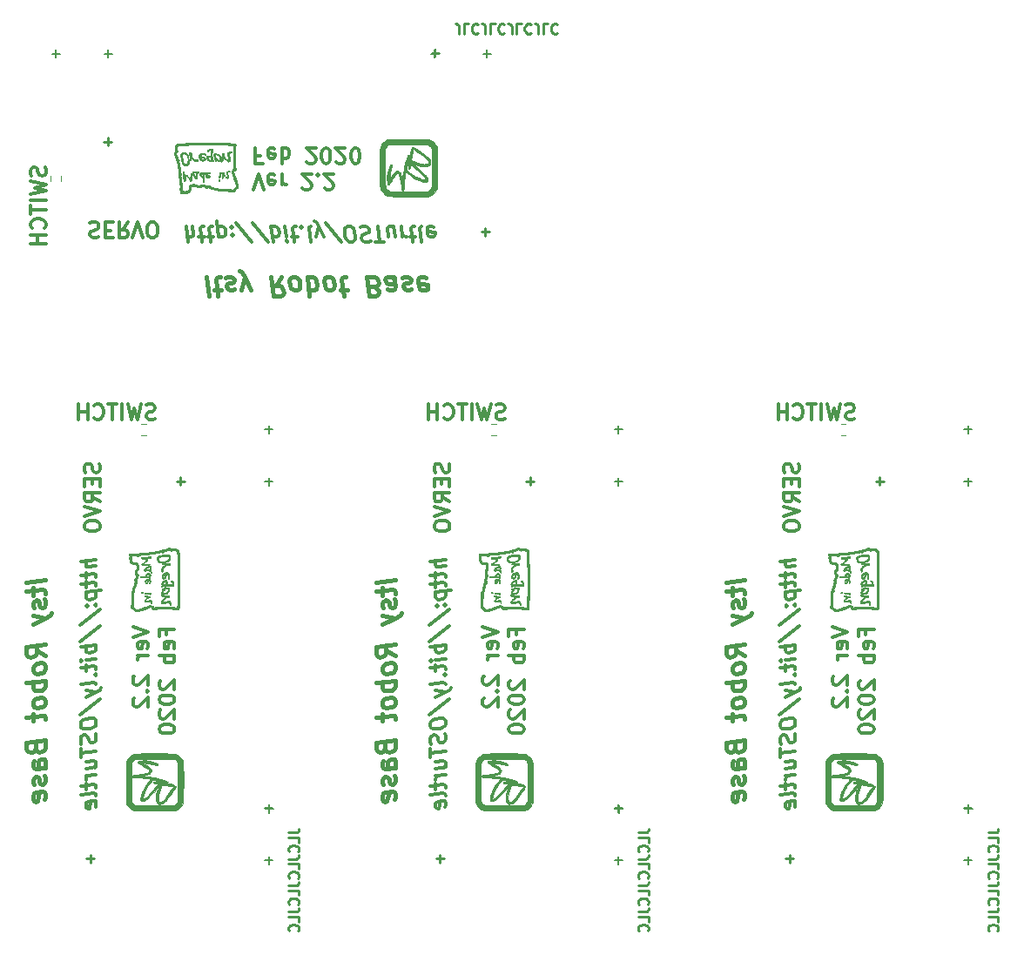
<source format=gbo>
%MOIN*%
%OFA0B0*%
%FSLAX46Y46*%
%IPPOS*%
%LPD*%
%ADD10C,0.0039370078740157488*%
%ADD11C,0.00984251968503937*%
%ADD12C,0.011811023622047244*%
%ADD13C,0.005905511811023622*%
%ADD14C,0.015748031496062995*%
%ADD15C,0.00010000000000000002*%
%ADD16C,0.0047244094488188976*%
%ADD27C,0.0039370078740157488*%
%ADD28C,0.00984251968503937*%
%ADD29C,0.011811023622047244*%
%ADD30C,0.005905511811023622*%
%ADD31C,0.015748031496062995*%
%ADD32C,0.00010000000000000002*%
%ADD33C,0.0047244094488188976*%
%ADD34C,0.0039370078740157488*%
%ADD35C,0.00984251968503937*%
%ADD36C,0.011811023622047244*%
%ADD37C,0.005905511811023622*%
%ADD38C,0.015748031496062995*%
%ADD39C,0.00010000000000000002*%
%ADD40C,0.0047244094488188976*%
%ADD41C,0.0039370078740157488*%
%ADD42C,0.00984251968503937*%
%ADD43C,0.011811023622047244*%
%ADD44C,0.005905511811023622*%
%ADD45C,0.015748031496062995*%
%ADD46C,0.00010000000000000002*%
%ADD47C,0.0047244094488188976*%
G01*
D10*
D11*
X0001163440Y0000506852D02*
X0001191561Y0000506852D01*
X0001197186Y0000508727D01*
X0001200935Y0000512476D01*
X0001202810Y0000518100D01*
X0001202810Y0000521850D01*
X0001202810Y0000469356D02*
X0001202810Y0000488104D01*
X0001163440Y0000488104D01*
X0001199060Y0000433736D02*
X0001200935Y0000435611D01*
X0001202810Y0000441235D01*
X0001202810Y0000444985D01*
X0001200935Y0000450609D01*
X0001197186Y0000454358D01*
X0001193436Y0000456233D01*
X0001185937Y0000458108D01*
X0001180313Y0000458108D01*
X0001172814Y0000456233D01*
X0001169064Y0000454358D01*
X0001165315Y0000450609D01*
X0001163440Y0000444985D01*
X0001163440Y0000441235D01*
X0001165315Y0000435611D01*
X0001167189Y0000433736D01*
X0001163440Y0000405614D02*
X0001191561Y0000405614D01*
X0001197186Y0000407489D01*
X0001200935Y0000411239D01*
X0001202810Y0000416863D01*
X0001202810Y0000420613D01*
X0001202810Y0000368119D02*
X0001202810Y0000386867D01*
X0001163440Y0000386867D01*
X0001199060Y0000332499D02*
X0001200935Y0000334373D01*
X0001202810Y0000339998D01*
X0001202810Y0000343747D01*
X0001200935Y0000349371D01*
X0001197186Y0000353121D01*
X0001193436Y0000354996D01*
X0001185937Y0000356871D01*
X0001180313Y0000356871D01*
X0001172814Y0000354996D01*
X0001169064Y0000353121D01*
X0001165315Y0000349371D01*
X0001163440Y0000343747D01*
X0001163440Y0000339998D01*
X0001165315Y0000334373D01*
X0001167189Y0000332499D01*
X0001163440Y0000304377D02*
X0001191561Y0000304377D01*
X0001197186Y0000306252D01*
X0001200935Y0000310001D01*
X0001202810Y0000315626D01*
X0001202810Y0000319375D01*
X0001202810Y0000266882D02*
X0001202810Y0000285629D01*
X0001163440Y0000285629D01*
X0001199060Y0000231261D02*
X0001200935Y0000233136D01*
X0001202810Y0000238760D01*
X0001202810Y0000242510D01*
X0001200935Y0000248134D01*
X0001197186Y0000251884D01*
X0001193436Y0000253758D01*
X0001185937Y0000255633D01*
X0001180313Y0000255633D01*
X0001172814Y0000253758D01*
X0001169064Y0000251884D01*
X0001165315Y0000248134D01*
X0001163440Y0000242510D01*
X0001163440Y0000238760D01*
X0001165315Y0000233136D01*
X0001167189Y0000231261D01*
X0001163440Y0000203140D02*
X0001191561Y0000203140D01*
X0001197186Y0000205015D01*
X0001200935Y0000208764D01*
X0001202810Y0000214388D01*
X0001202810Y0000218138D01*
X0001202810Y0000165644D02*
X0001202810Y0000184392D01*
X0001163440Y0000184392D01*
X0001199060Y0000130024D02*
X0001200935Y0000131899D01*
X0001202810Y0000137523D01*
X0001202810Y0000141272D01*
X0001200935Y0000146897D01*
X0001197186Y0000150646D01*
X0001193436Y0000152521D01*
X0001185937Y0000154396D01*
X0001180313Y0000154396D01*
X0001172814Y0000152521D01*
X0001169064Y0000150646D01*
X0001165315Y0000146897D01*
X0001163440Y0000141272D01*
X0001163440Y0000137523D01*
X0001165315Y0000131899D01*
X0001167189Y0000130024D01*
D12*
X0000652637Y0002091096D02*
X0000644201Y0002088284D01*
X0000630140Y0002088284D01*
X0000624516Y0002091096D01*
X0000621704Y0002093908D01*
X0000618892Y0002099533D01*
X0000618892Y0002105157D01*
X0000621704Y0002110781D01*
X0000624516Y0002113593D01*
X0000630140Y0002116406D01*
X0000641389Y0002119218D01*
X0000647013Y0002122030D01*
X0000649825Y0002124842D01*
X0000652637Y0002130466D01*
X0000652637Y0002136091D01*
X0000649825Y0002141715D01*
X0000647013Y0002144527D01*
X0000641389Y0002147339D01*
X0000627328Y0002147339D01*
X0000618892Y0002144527D01*
X0000599207Y0002147339D02*
X0000585146Y0002088284D01*
X0000573897Y0002130466D01*
X0000562649Y0002088284D01*
X0000548588Y0002147339D01*
X0000526091Y0002088284D02*
X0000526091Y0002147339D01*
X0000506406Y0002147339D02*
X0000472660Y0002147339D01*
X0000489533Y0002088284D02*
X0000489533Y0002147339D01*
X0000419229Y0002093908D02*
X0000422041Y0002091096D01*
X0000430478Y0002088284D01*
X0000436102Y0002088284D01*
X0000444538Y0002091096D01*
X0000450163Y0002096721D01*
X0000452975Y0002102345D01*
X0000455787Y0002113593D01*
X0000455787Y0002122030D01*
X0000452975Y0002133278D01*
X0000450163Y0002138903D01*
X0000444538Y0002144527D01*
X0000436102Y0002147339D01*
X0000430478Y0002147339D01*
X0000422041Y0002144527D01*
X0000419229Y0002141715D01*
X0000393920Y0002088284D02*
X0000393920Y0002147339D01*
X0000393920Y0002119218D02*
X0000360174Y0002119218D01*
X0000360174Y0002088284D02*
X0000360174Y0002147339D01*
X0000438903Y0001919358D02*
X0000441715Y0001910922D01*
X0000441715Y0001896861D01*
X0000438903Y0001891237D01*
X0000436091Y0001888425D01*
X0000430466Y0001885613D01*
X0000424842Y0001885613D01*
X0000419218Y0001888425D01*
X0000416406Y0001891237D01*
X0000413593Y0001896861D01*
X0000410781Y0001908110D01*
X0000407969Y0001913734D01*
X0000405157Y0001916546D01*
X0000399533Y0001919358D01*
X0000393908Y0001919358D01*
X0000388284Y0001916546D01*
X0000385472Y0001913734D01*
X0000382660Y0001908110D01*
X0000382660Y0001894049D01*
X0000385472Y0001885613D01*
X0000410781Y0001860303D02*
X0000410781Y0001840618D01*
X0000441715Y0001832182D02*
X0000441715Y0001860303D01*
X0000382660Y0001860303D01*
X0000382660Y0001832182D01*
X0000441715Y0001773127D02*
X0000413593Y0001792812D01*
X0000441715Y0001806872D02*
X0000382660Y0001806872D01*
X0000382660Y0001784375D01*
X0000385472Y0001778751D01*
X0000388284Y0001775939D01*
X0000393908Y0001773127D01*
X0000402345Y0001773127D01*
X0000407969Y0001775939D01*
X0000410781Y0001778751D01*
X0000413593Y0001784375D01*
X0000413593Y0001806872D01*
X0000382660Y0001756254D02*
X0000441715Y0001736569D01*
X0000382660Y0001716884D01*
X0000382660Y0001685950D02*
X0000382660Y0001674701D01*
X0000385472Y0001669077D01*
X0000391096Y0001663453D01*
X0000402345Y0001660641D01*
X0000422030Y0001660641D01*
X0000433279Y0001663453D01*
X0000438903Y0001669077D01*
X0000441715Y0001674701D01*
X0000441715Y0001685950D01*
X0000438903Y0001691574D01*
X0000433279Y0001697199D01*
X0000422030Y0001700011D01*
X0000402345Y0001700011D01*
X0000391096Y0001697199D01*
X0000385472Y0001691574D01*
X0000382660Y0001685950D01*
D13*
X0001075001Y0000597187D02*
X0001104998Y0000597187D01*
X0001090000Y0000582189D02*
X0001090000Y0000612185D01*
D12*
X0000426715Y0001552186D02*
X0000367660Y0001544804D01*
X0000426715Y0001526877D02*
X0000395781Y0001523010D01*
X0000390157Y0001525119D01*
X0000387345Y0001530392D01*
X0000387345Y0001538828D01*
X0000390157Y0001544804D01*
X0000392969Y0001547968D01*
X0000387345Y0001502270D02*
X0000387345Y0001479773D01*
X0000367660Y0001491373D02*
X0000418279Y0001497701D01*
X0000423903Y0001495592D01*
X0000426715Y0001490319D01*
X0000426715Y0001484694D01*
X0000387345Y0001468525D02*
X0000387345Y0001446027D01*
X0000367660Y0001457627D02*
X0000418279Y0001463955D01*
X0000423903Y0001461846D01*
X0000426715Y0001456573D01*
X0000426715Y0001450949D01*
X0000387345Y0001426342D02*
X0000446400Y0001433724D01*
X0000390157Y0001426694D02*
X0000387345Y0001420718D01*
X0000387345Y0001409469D01*
X0000390157Y0001404197D01*
X0000392969Y0001401736D01*
X0000398593Y0001399627D01*
X0000415466Y0001401736D01*
X0000421091Y0001405251D01*
X0000423903Y0001408415D01*
X0000426715Y0001414391D01*
X0000426715Y0001425639D01*
X0000423903Y0001430912D01*
X0000421091Y0001377130D02*
X0000423903Y0001374669D01*
X0000426715Y0001377833D01*
X0000423903Y0001380293D01*
X0000421091Y0001377130D01*
X0000426715Y0001377833D01*
X0000390157Y0001373263D02*
X0000392969Y0001370802D01*
X0000395781Y0001373966D01*
X0000392969Y0001376427D01*
X0000390157Y0001373263D01*
X0000395781Y0001373966D01*
X0000364848Y0001299796D02*
X0000440776Y0001359905D01*
X0000364848Y0001237928D02*
X0000440776Y0001298038D01*
X0000426715Y0001225977D02*
X0000367660Y0001218595D01*
X0000390157Y0001221407D02*
X0000387345Y0001215431D01*
X0000387345Y0001204183D01*
X0000390157Y0001198910D01*
X0000392969Y0001196449D01*
X0000398593Y0001194340D01*
X0000415466Y0001196449D01*
X0000421091Y0001199964D01*
X0000423903Y0001203128D01*
X0000426715Y0001209104D01*
X0000426715Y0001220352D01*
X0000423903Y0001225625D01*
X0000426715Y0001172546D02*
X0000387345Y0001167625D01*
X0000367660Y0001165164D02*
X0000370472Y0001168328D01*
X0000373284Y0001165867D01*
X0000370472Y0001162703D01*
X0000367660Y0001165164D01*
X0000373284Y0001165867D01*
X0000387345Y0001147940D02*
X0000387345Y0001125442D01*
X0000367660Y0001137042D02*
X0000418279Y0001143370D01*
X0000423903Y0001141261D01*
X0000426715Y0001135988D01*
X0000426715Y0001130364D01*
X0000421091Y0001109976D02*
X0000423903Y0001107515D01*
X0000426715Y0001110679D01*
X0000423903Y0001113139D01*
X0000421091Y0001109976D01*
X0000426715Y0001110679D01*
X0000426715Y0001074121D02*
X0000423903Y0001079393D01*
X0000418279Y0001081503D01*
X0000367660Y0001075175D01*
X0000387345Y0001052326D02*
X0000426715Y0001043187D01*
X0000387345Y0001024205D02*
X0000426715Y0001043187D01*
X0000440776Y0001050569D01*
X0000443588Y0001053733D01*
X0000446400Y0001059708D01*
X0000364848Y0000956713D02*
X0000440776Y0001016823D01*
X0000367660Y0000926131D02*
X0000367660Y0000914883D01*
X0000370472Y0000909610D01*
X0000376096Y0000904689D01*
X0000387345Y0000903283D01*
X0000407030Y0000905743D01*
X0000418279Y0000909961D01*
X0000423903Y0000916289D01*
X0000426715Y0000922265D01*
X0000426715Y0000933513D01*
X0000423903Y0000938786D01*
X0000418279Y0000943707D01*
X0000407030Y0000945113D01*
X0000387345Y0000942653D01*
X0000376096Y0000938434D01*
X0000370472Y0000932107D01*
X0000367660Y0000926131D01*
X0000423903Y0000885355D02*
X0000426715Y0000877270D01*
X0000426715Y0000863209D01*
X0000423903Y0000857234D01*
X0000421091Y0000854070D01*
X0000415466Y0000850555D01*
X0000409842Y0000849852D01*
X0000404218Y0000851961D01*
X0000401406Y0000854422D01*
X0000398593Y0000859694D01*
X0000395781Y0000870591D01*
X0000392969Y0000875864D01*
X0000390157Y0000878325D01*
X0000384533Y0000880434D01*
X0000378908Y0000879731D01*
X0000373284Y0000876216D01*
X0000370472Y0000873052D01*
X0000367660Y0000867076D01*
X0000367660Y0000853015D01*
X0000370472Y0000844931D01*
X0000367660Y0000827706D02*
X0000367660Y0000793960D01*
X0000426715Y0000818215D02*
X0000367660Y0000810833D01*
X0000387345Y0000751427D02*
X0000426715Y0000756348D01*
X0000387345Y0000776736D02*
X0000418279Y0000780603D01*
X0000423903Y0000778494D01*
X0000426715Y0000773221D01*
X0000426715Y0000764784D01*
X0000423903Y0000758809D01*
X0000421091Y0000755645D01*
X0000426715Y0000728226D02*
X0000387345Y0000723305D01*
X0000398593Y0000724711D02*
X0000392969Y0000721196D01*
X0000390157Y0000718032D01*
X0000387345Y0000712057D01*
X0000387345Y0000706432D01*
X0000387345Y0000695184D02*
X0000387345Y0000672686D01*
X0000367660Y0000684287D02*
X0000418279Y0000690614D01*
X0000423903Y0000688505D01*
X0000426715Y0000683232D01*
X0000426715Y0000677608D01*
X0000426715Y0000649486D02*
X0000423903Y0000654759D01*
X0000418279Y0000656868D01*
X0000367660Y0000650541D01*
X0000423903Y0000604140D02*
X0000426715Y0000610116D01*
X0000426715Y0000621365D01*
X0000423903Y0000626638D01*
X0000418279Y0000628747D01*
X0000395781Y0000625935D01*
X0000390157Y0000622419D01*
X0000387345Y0000616443D01*
X0000387345Y0000605195D01*
X0000390157Y0000599922D01*
X0000395781Y0000597813D01*
X0000401406Y0000598516D01*
X0000407030Y0000627341D01*
D11*
X0000764998Y0001852187D02*
X0000735001Y0001852187D01*
X0000750000Y0001837189D02*
X0000750000Y0001867185D01*
X0000419998Y0000407187D02*
X0000390001Y0000407187D01*
X0000405000Y0000392189D02*
X0000405000Y0000422185D01*
D12*
X0000567463Y0001294375D02*
X0000626518Y0001274690D01*
X0000567463Y0001255005D01*
X0000623706Y0001212823D02*
X0000626518Y0001218447D01*
X0000626518Y0001229696D01*
X0000623706Y0001235320D01*
X0000618082Y0001238132D01*
X0000595584Y0001238132D01*
X0000589960Y0001235320D01*
X0000587148Y0001229696D01*
X0000587148Y0001218447D01*
X0000589960Y0001212823D01*
X0000595584Y0001210011D01*
X0000601209Y0001210011D01*
X0000606833Y0001238132D01*
X0000626518Y0001184701D02*
X0000587148Y0001184701D01*
X0000598397Y0001184701D02*
X0000592772Y0001181889D01*
X0000589960Y0001179077D01*
X0000587148Y0001173453D01*
X0000587148Y0001167829D01*
X0000573087Y0001105961D02*
X0000570275Y0001103149D01*
X0000567463Y0001097525D01*
X0000567463Y0001083464D01*
X0000570275Y0001077840D01*
X0000573087Y0001075028D01*
X0000578712Y0001072216D01*
X0000584336Y0001072216D01*
X0000592772Y0001075028D01*
X0000626518Y0001108773D01*
X0000626518Y0001072216D01*
X0000620894Y0001046906D02*
X0000623706Y0001044094D01*
X0000626518Y0001046906D01*
X0000623706Y0001049718D01*
X0000620894Y0001046906D01*
X0000626518Y0001046906D01*
X0000573087Y0001021597D02*
X0000570275Y0001018785D01*
X0000567463Y0001013160D01*
X0000567463Y0000999100D01*
X0000570275Y0000993475D01*
X0000573087Y0000990663D01*
X0000578712Y0000987851D01*
X0000584336Y0000987851D01*
X0000592772Y0000990663D01*
X0000626518Y0001024409D01*
X0000626518Y0000987851D01*
X0000695978Y0001266254D02*
X0000695978Y0001285939D01*
X0000726912Y0001285939D02*
X0000667857Y0001285939D01*
X0000667857Y0001257817D01*
X0000724100Y0001212823D02*
X0000726912Y0001218447D01*
X0000726912Y0001229696D01*
X0000724100Y0001235320D01*
X0000718475Y0001238132D01*
X0000695978Y0001238132D01*
X0000690354Y0001235320D01*
X0000687542Y0001229696D01*
X0000687542Y0001218447D01*
X0000690354Y0001212823D01*
X0000695978Y0001210011D01*
X0000701602Y0001210011D01*
X0000707227Y0001238132D01*
X0000726912Y0001184701D02*
X0000667857Y0001184701D01*
X0000690354Y0001184701D02*
X0000687542Y0001179077D01*
X0000687542Y0001167829D01*
X0000690354Y0001162204D01*
X0000693166Y0001159392D01*
X0000698790Y0001156580D01*
X0000715663Y0001156580D01*
X0000721287Y0001159392D01*
X0000724100Y0001162204D01*
X0000726912Y0001167829D01*
X0000726912Y0001179077D01*
X0000724100Y0001184701D01*
X0000673481Y0001089088D02*
X0000670669Y0001086276D01*
X0000667857Y0001080652D01*
X0000667857Y0001066591D01*
X0000670669Y0001060967D01*
X0000673481Y0001058155D01*
X0000679105Y0001055343D01*
X0000684730Y0001055343D01*
X0000693166Y0001058155D01*
X0000726912Y0001091901D01*
X0000726912Y0001055343D01*
X0000667857Y0001018785D02*
X0000667857Y0001013160D01*
X0000670669Y0001007536D01*
X0000673481Y0001004724D01*
X0000679105Y0001001912D01*
X0000690354Y0000999100D01*
X0000704415Y0000999100D01*
X0000715663Y0001001912D01*
X0000721287Y0001004724D01*
X0000724100Y0001007536D01*
X0000726912Y0001013160D01*
X0000726912Y0001018785D01*
X0000724100Y0001024409D01*
X0000721287Y0001027221D01*
X0000715663Y0001030033D01*
X0000704415Y0001032845D01*
X0000690354Y0001032845D01*
X0000679105Y0001030033D01*
X0000673481Y0001027221D01*
X0000670669Y0001024409D01*
X0000667857Y0001018785D01*
X0000673481Y0000976602D02*
X0000670669Y0000973790D01*
X0000667857Y0000968166D01*
X0000667857Y0000954105D01*
X0000670669Y0000948481D01*
X0000673481Y0000945669D01*
X0000679105Y0000942857D01*
X0000684730Y0000942857D01*
X0000693166Y0000945669D01*
X0000726912Y0000979415D01*
X0000726912Y0000942857D01*
X0000667857Y0000906299D02*
X0000667857Y0000900675D01*
X0000670669Y0000895050D01*
X0000673481Y0000892238D01*
X0000679105Y0000889426D01*
X0000690354Y0000886614D01*
X0000704415Y0000886614D01*
X0000715663Y0000889426D01*
X0000721287Y0000892238D01*
X0000724100Y0000895050D01*
X0000726912Y0000900675D01*
X0000726912Y0000906299D01*
X0000724100Y0000911923D01*
X0000721287Y0000914735D01*
X0000715663Y0000917547D01*
X0000704415Y0000920360D01*
X0000690354Y0000920360D01*
X0000679105Y0000917547D01*
X0000673481Y0000914735D01*
X0000670669Y0000911923D01*
X0000667857Y0000906299D01*
D14*
X0000232949Y0001473784D02*
X0000160114Y0001464680D01*
X0000184392Y0001443437D02*
X0000184392Y0001415690D01*
X0000160114Y0001429997D02*
X0000222544Y0001437801D01*
X0000229480Y0001435199D01*
X0000232949Y0001428696D01*
X0000232949Y0001421760D01*
X0000229480Y0001400516D02*
X0000232949Y0001394013D01*
X0000232949Y0001380140D01*
X0000229480Y0001372770D01*
X0000222544Y0001368434D01*
X0000219075Y0001368001D01*
X0000212139Y0001370602D01*
X0000208670Y0001377105D01*
X0000208670Y0001387510D01*
X0000205202Y0001394013D01*
X0000198265Y0001396614D01*
X0000194797Y0001396181D01*
X0000187860Y0001391845D01*
X0000184392Y0001384475D01*
X0000184392Y0001374070D01*
X0000187860Y0001367567D01*
X0000184392Y0001339387D02*
X0000232949Y0001328115D01*
X0000184392Y0001304704D02*
X0000232949Y0001328115D01*
X0000250290Y0001337220D01*
X0000253758Y0001341121D01*
X0000257227Y0001348492D01*
X0000232949Y0001185914D02*
X0000198265Y0001205857D01*
X0000232949Y0001227534D02*
X0000160114Y0001218430D01*
X0000160114Y0001190683D01*
X0000163582Y0001184180D01*
X0000167051Y0001181145D01*
X0000173987Y0001178544D01*
X0000184392Y0001179845D01*
X0000191329Y0001184180D01*
X0000194797Y0001188082D01*
X0000198265Y0001195452D01*
X0000198265Y0001223199D01*
X0000232949Y0001144294D02*
X0000229480Y0001150797D01*
X0000226012Y0001153832D01*
X0000219075Y0001156433D01*
X0000198265Y0001153832D01*
X0000191329Y0001149497D01*
X0000187860Y0001145595D01*
X0000184392Y0001138225D01*
X0000184392Y0001127820D01*
X0000187860Y0001121317D01*
X0000191329Y0001118282D01*
X0000198265Y0001115681D01*
X0000219075Y0001118282D01*
X0000226012Y0001122617D01*
X0000229480Y0001126519D01*
X0000232949Y0001133889D01*
X0000232949Y0001144294D01*
X0000232949Y0001088801D02*
X0000160114Y0001079697D01*
X0000187860Y0001083165D02*
X0000184392Y0001075795D01*
X0000184392Y0001061922D01*
X0000187860Y0001055419D01*
X0000191329Y0001052384D01*
X0000198265Y0001049783D01*
X0000219075Y0001052384D01*
X0000226012Y0001056719D01*
X0000229480Y0001060621D01*
X0000232949Y0001067991D01*
X0000232949Y0001081865D01*
X0000229480Y0001088368D01*
X0000232949Y0001012498D02*
X0000229480Y0001019001D01*
X0000226012Y0001022036D01*
X0000219075Y0001024637D01*
X0000198265Y0001022036D01*
X0000191329Y0001017701D01*
X0000187860Y0001013799D01*
X0000184392Y0001006429D01*
X0000184392Y0000996024D01*
X0000187860Y0000989521D01*
X0000191329Y0000986486D01*
X0000198265Y0000983885D01*
X0000219075Y0000986486D01*
X0000226012Y0000990821D01*
X0000229480Y0000994723D01*
X0000232949Y0001002093D01*
X0000232949Y0001012498D01*
X0000184392Y0000961341D02*
X0000184392Y0000933594D01*
X0000160114Y0000947901D02*
X0000222544Y0000955705D01*
X0000229480Y0000953103D01*
X0000232949Y0000946600D01*
X0000232949Y0000939664D01*
X0000194797Y0000830845D02*
X0000198265Y0000820874D01*
X0000201734Y0000817839D01*
X0000208670Y0000815238D01*
X0000219075Y0000816538D01*
X0000226012Y0000820874D01*
X0000229480Y0000824776D01*
X0000232949Y0000832146D01*
X0000232949Y0000859892D01*
X0000160114Y0000850788D01*
X0000160114Y0000826510D01*
X0000163582Y0000820007D01*
X0000167051Y0000816972D01*
X0000173987Y0000814371D01*
X0000180924Y0000815238D01*
X0000187860Y0000819573D01*
X0000191329Y0000823475D01*
X0000194797Y0000830845D01*
X0000194797Y0000855123D01*
X0000232949Y0000755843D02*
X0000194797Y0000751074D01*
X0000187860Y0000753675D01*
X0000184392Y0000760178D01*
X0000184392Y0000774052D01*
X0000187860Y0000781422D01*
X0000229480Y0000755409D02*
X0000232949Y0000762780D01*
X0000232949Y0000780121D01*
X0000229480Y0000786624D01*
X0000222544Y0000789225D01*
X0000215607Y0000788358D01*
X0000208670Y0000784023D01*
X0000205202Y0000776653D01*
X0000205202Y0000759311D01*
X0000201734Y0000751941D01*
X0000229480Y0000724194D02*
X0000232949Y0000717691D01*
X0000232949Y0000703818D01*
X0000229480Y0000696448D01*
X0000222544Y0000692113D01*
X0000219075Y0000691679D01*
X0000212139Y0000694280D01*
X0000208670Y0000700783D01*
X0000208670Y0000711188D01*
X0000205202Y0000717691D01*
X0000198265Y0000720293D01*
X0000194797Y0000719859D01*
X0000187860Y0000715524D01*
X0000184392Y0000708153D01*
X0000184392Y0000697749D01*
X0000187860Y0000691245D01*
X0000229480Y0000634018D02*
X0000232949Y0000641388D01*
X0000232949Y0000655262D01*
X0000229480Y0000661765D01*
X0000222544Y0000664366D01*
X0000194797Y0000660898D01*
X0000187860Y0000656562D01*
X0000184392Y0000649192D01*
X0000184392Y0000635319D01*
X0000187860Y0000628816D01*
X0000194797Y0000626215D01*
X0000201734Y0000627082D01*
X0000208670Y0000662632D01*
D15*
G36*
X0000580700Y0001353100D02*
X0000582200Y0001353100D01*
X0000583200Y0001353200D01*
X0000584100Y0001353300D01*
X0000584800Y0001353500D01*
X0000585600Y0001353900D01*
X0000585900Y0001353999D01*
X0000587000Y0001354500D01*
X0000588000Y0001354900D01*
X0000589200Y0001355300D01*
X0000590600Y0001355700D01*
X0000592400Y0001356100D01*
X0000594500Y0001356600D01*
X0000595200Y0001356800D01*
X0000598100Y0001357400D01*
X0000600500Y0001358100D01*
X0000602600Y0001358700D01*
X0000604400Y0001359500D01*
X0000606000Y0001360300D01*
X0000581200Y0001360300D01*
X0000580600Y0001360300D01*
X0000580100Y0001360400D01*
X0000579600Y0001360700D01*
X0000579000Y0001361200D01*
X0000578300Y0001362100D01*
X0000577900Y0001362500D01*
X0000577000Y0001363600D01*
X0000576000Y0001364600D01*
X0000575100Y0001365300D01*
X0000574800Y0001365600D01*
X0000574100Y0001366100D01*
X0000573100Y0001366900D01*
X0000571900Y0001367900D01*
X0000570700Y0001368900D01*
X0000570600Y0001369000D01*
X0000569500Y0001369900D01*
X0000568500Y0001370700D01*
X0000567800Y0001371200D01*
X0000567400Y0001371500D01*
X0000567300Y0001371500D01*
X0000567100Y0001371700D01*
X0000567100Y0001372400D01*
X0000567100Y0001373400D01*
X0000567300Y0001374600D01*
X0000567500Y0001375800D01*
X0000567600Y0001376200D01*
X0000567700Y0001376700D01*
X0000567900Y0001377200D01*
X0000567900Y0001377800D01*
X0000568000Y0001378500D01*
X0000568100Y0001379500D01*
X0000568200Y0001380800D01*
X0000568200Y0001382300D01*
X0000568300Y0001384199D01*
X0000568300Y0001386500D01*
X0000568400Y0001389300D01*
X0000568500Y0001392600D01*
X0000568500Y0001394700D01*
X0000568600Y0001398100D01*
X0000568600Y0001401500D01*
X0000568700Y0001404900D01*
X0000568700Y0001408200D01*
X0000568800Y0001411300D01*
X0000568800Y0001414100D01*
X0000568800Y0001416600D01*
X0000568800Y0001418500D01*
X0000568800Y0001419000D01*
X0000568800Y0001426599D01*
X0000571200Y0001429000D01*
X0000573500Y0001431400D01*
X0000573500Y0001433000D01*
X0000573500Y0001434100D01*
X0000573400Y0001435500D01*
X0000573200Y0001436600D01*
X0000573100Y0001437900D01*
X0000573200Y0001439100D01*
X0000573400Y0001440400D01*
X0000573800Y0001442000D01*
X0000574500Y0001443800D01*
X0000575400Y0001446000D01*
X0000575600Y0001446600D01*
X0000576400Y0001448300D01*
X0000576900Y0001449600D01*
X0000577200Y0001450700D01*
X0000577400Y0001451700D01*
X0000577600Y0001452800D01*
X0000577700Y0001453500D01*
X0000577900Y0001455300D01*
X0000578100Y0001456700D01*
X0000578400Y0001457800D01*
X0000578800Y0001458600D01*
X0000579300Y0001459400D01*
X0000580100Y0001460200D01*
X0000580200Y0001460300D01*
X0000581000Y0001461200D01*
X0000581700Y0001462200D01*
X0000582200Y0001462900D01*
X0000582200Y0001462900D01*
X0000582400Y0001463700D01*
X0000582600Y0001464900D01*
X0000582900Y0001466300D01*
X0000583000Y0001467800D01*
X0000583200Y0001469100D01*
X0000583200Y0001470100D01*
X0000583100Y0001470700D01*
X0000582800Y0001471200D01*
X0000582300Y0001472100D01*
X0000581600Y0001472900D01*
X0000580800Y0001473800D01*
X0000580500Y0001474400D01*
X0000580400Y0001474800D01*
X0000580500Y0001475000D01*
X0000580800Y0001475400D01*
X0000581300Y0001476200D01*
X0000582000Y0001477300D01*
X0000582800Y0001478500D01*
X0000583000Y0001478800D01*
X0000585100Y0001482200D01*
X0000585200Y0001485200D01*
X0000585300Y0001486600D01*
X0000585400Y0001487500D01*
X0000585500Y0001488000D01*
X0000585700Y0001488400D01*
X0000586000Y0001488600D01*
X0000586200Y0001488700D01*
X0000587100Y0001489500D01*
X0000587700Y0001490600D01*
X0000588000Y0001491800D01*
X0000588000Y0001492000D01*
X0000587700Y0001493100D01*
X0000587000Y0001494200D01*
X0000585800Y0001495300D01*
X0000585300Y0001495700D01*
X0000584800Y0001496200D01*
X0000584400Y0001496500D01*
X0000584100Y0001496900D01*
X0000583800Y0001497400D01*
X0000583700Y0001498200D01*
X0000583500Y0001499200D01*
X0000583300Y0001500700D01*
X0000583200Y0001502600D01*
X0000583100Y0001503200D01*
X0000582700Y0001507500D01*
X0000583800Y0001508700D01*
X0000585100Y0001510100D01*
X0000586100Y0001511500D01*
X0000586900Y0001512700D01*
X0000587100Y0001513100D01*
X0000587300Y0001514000D01*
X0000587500Y0001515300D01*
X0000587700Y0001517000D01*
X0000587900Y0001518800D01*
X0000588100Y0001520800D01*
X0000588200Y0001522700D01*
X0000588200Y0001524500D01*
X0000588200Y0001524600D01*
X0000588200Y0001526500D01*
X0000588000Y0001528200D01*
X0000587800Y0001529900D01*
X0000587400Y0001531800D01*
X0000587000Y0001533600D01*
X0000586600Y0001534900D01*
X0000586100Y0001535900D01*
X0000585600Y0001536800D01*
X0000584800Y0001537700D01*
X0000583800Y0001538700D01*
X0000583000Y0001539400D01*
X0000582200Y0001540000D01*
X0000581300Y0001540300D01*
X0000580200Y0001540600D01*
X0000578800Y0001540900D01*
X0000577100Y0001541000D01*
X0000575100Y0001541200D01*
X0000572000Y0001541500D01*
X0000569300Y0001542000D01*
X0000567100Y0001542800D01*
X0000565300Y0001543800D01*
X0000565100Y0001543900D01*
X0000564100Y0001544900D01*
X0000563000Y0001546400D01*
X0000562700Y0001546900D01*
X0000562200Y0001548000D01*
X0000561800Y0001548900D01*
X0000561700Y0001549600D01*
X0000561700Y0001550500D01*
X0000561700Y0001550600D01*
X0000561700Y0001552100D01*
X0000561400Y0001553800D01*
X0000561100Y0001555000D01*
X0000560600Y0001556500D01*
X0000560400Y0001557600D01*
X0000560300Y0001558300D01*
X0000560500Y0001558900D01*
X0000560700Y0001559500D01*
X0000560900Y0001559800D01*
X0000561500Y0001561000D01*
X0000561700Y0001562700D01*
X0000561500Y0001564600D01*
X0000561300Y0001565200D01*
X0000561100Y0001566100D01*
X0000560900Y0001566900D01*
X0000560900Y0001567200D01*
X0000561100Y0001567200D01*
X0000561900Y0001567300D01*
X0000562800Y0001567300D01*
X0000562900Y0001567300D01*
X0000564000Y0001567300D01*
X0000564800Y0001567400D01*
X0000565500Y0001567600D01*
X0000566200Y0001568100D01*
X0000567500Y0001569000D01*
X0000572200Y0001568700D01*
X0000574000Y0001568600D01*
X0000575300Y0001568400D01*
X0000576300Y0001568300D01*
X0000577000Y0001568100D01*
X0000577600Y0001567900D01*
X0000578200Y0001567600D01*
X0000578500Y0001567400D01*
X0000579700Y0001566800D01*
X0000580800Y0001566500D01*
X0000581600Y0001566500D01*
X0000582700Y0001566400D01*
X0000583600Y0001566300D01*
X0000583900Y0001566200D01*
X0000584600Y0001566100D01*
X0000585600Y0001565900D01*
X0000586900Y0001565900D01*
X0000587400Y0001565900D01*
X0000588700Y0001565900D01*
X0000589500Y0001565900D01*
X0000590100Y0001566100D01*
X0000590500Y0001566400D01*
X0000591000Y0001566800D01*
X0000591100Y0001566900D01*
X0000591700Y0001567700D01*
X0000592000Y0001568500D01*
X0000592100Y0001568600D01*
X0000592100Y0001569000D01*
X0000592300Y0001569200D01*
X0000592900Y0001569400D01*
X0000593900Y0001569500D01*
X0000595200Y0001569600D01*
X0000596700Y0001569699D01*
X0000597600Y0001569699D01*
X0000599300Y0001569800D01*
X0000601500Y0001570000D01*
X0000604300Y0001570300D01*
X0000607700Y0001570800D01*
X0000611600Y0001571500D01*
X0000611900Y0001571500D01*
X0000613600Y0001571800D01*
X0000615200Y0001572000D01*
X0000616400Y0001572200D01*
X0000617300Y0001572300D01*
X0000617600Y0001572400D01*
X0000618100Y0001572400D01*
X0000619000Y0001572300D01*
X0000620200Y0001572300D01*
X0000621400Y0001572200D01*
X0000622700Y0001572200D01*
X0000623900Y0001572100D01*
X0000624700Y0001572000D01*
X0000625000Y0001571900D01*
X0000626000Y0001571500D01*
X0000627200Y0001571400D01*
X0000628400Y0001571500D01*
X0000629400Y0001571900D01*
X0000629900Y0001572500D01*
X0000630400Y0001572800D01*
X0000631400Y0001573100D01*
X0000633000Y0001573500D01*
X0000635200Y0001573800D01*
X0000637900Y0001574200D01*
X0000641000Y0001574500D01*
X0000643400Y0001574700D01*
X0000645500Y0001574900D01*
X0000647500Y0001575100D01*
X0000649200Y0001575300D01*
X0000650600Y0001575500D01*
X0000651600Y0001575600D01*
X0000652100Y0001575699D01*
X0000652900Y0001576100D01*
X0000654000Y0001576500D01*
X0000655000Y0001576900D01*
X0000655800Y0001577200D01*
X0000656400Y0001577500D01*
X0000657100Y0001577600D01*
X0000657900Y0001577700D01*
X0000658900Y0001577700D01*
X0000660200Y0001577600D01*
X0000662000Y0001577500D01*
X0000662800Y0001577500D01*
X0000664600Y0001577400D01*
X0000666000Y0001577400D01*
X0000667100Y0001577600D01*
X0000668100Y0001577900D01*
X0000669200Y0001578400D01*
X0000670500Y0001579200D01*
X0000672000Y0001579900D01*
X0000673100Y0001580300D01*
X0000674200Y0001580500D01*
X0000675300Y0001580300D01*
X0000676800Y0001579900D01*
X0000677200Y0001579700D01*
X0000678700Y0001579200D01*
X0000679900Y0001578900D01*
X0000680700Y0001578900D01*
X0000681400Y0001579000D01*
X0000682000Y0001579300D01*
X0000682100Y0001579300D01*
X0000682700Y0001579900D01*
X0000683400Y0001580900D01*
X0000684100Y0001582100D01*
X0000684600Y0001583400D01*
X0000684900Y0001584200D01*
X0000685100Y0001585000D01*
X0000688600Y0001585000D01*
X0000692200Y0001585000D01*
X0000694700Y0001586200D01*
X0000697400Y0001587500D01*
X0000699700Y0001588500D01*
X0000701600Y0001589300D01*
X0000703000Y0001589800D01*
X0000703800Y0001590000D01*
X0000704500Y0001590100D01*
X0000705100Y0001590100D01*
X0000705700Y0001589800D01*
X0000706500Y0001589200D01*
X0000706600Y0001589200D01*
X0000708200Y0001588099D01*
X0000709700Y0001587200D01*
X0000711500Y0001586500D01*
X0000712600Y0001586200D01*
X0000714700Y0001585600D01*
X0000718600Y0001586500D01*
X0000721200Y0001587100D01*
X0000723300Y0001587400D01*
X0000725100Y0001587600D01*
X0000726700Y0001587600D01*
X0000728200Y0001587300D01*
X0000729700Y0001586900D01*
X0000729700Y0001586900D01*
X0000731400Y0001586300D01*
X0000732900Y0001585800D01*
X0000734200Y0001585200D01*
X0000735100Y0001584800D01*
X0000735500Y0001584400D01*
X0000735600Y0001584400D01*
X0000735700Y0001584000D01*
X0000736000Y0001583200D01*
X0000736200Y0001582900D01*
X0000736500Y0001582000D01*
X0000736800Y0001580600D01*
X0000737000Y0001578700D01*
X0000737100Y0001576300D01*
X0000737200Y0001573300D01*
X0000737300Y0001569800D01*
X0000737300Y0001565800D01*
X0000737300Y0001565400D01*
X0000737400Y0001563200D01*
X0000737400Y0001560600D01*
X0000737500Y0001557699D01*
X0000737500Y0001554600D01*
X0000737600Y0001551499D01*
X0000737800Y0001548600D01*
X0000737800Y0001547800D01*
X0000738100Y0001538500D01*
X0000738500Y0001529600D01*
X0000738700Y0001520800D01*
X0000738900Y0001512000D01*
X0000739100Y0001503300D01*
X0000739200Y0001494500D01*
X0000739300Y0001485600D01*
X0000739300Y0001476400D01*
X0000739300Y0001467000D01*
X0000739300Y0001457100D01*
X0000739200Y0001446800D01*
X0000739100Y0001441600D01*
X0000739000Y0001434300D01*
X0000738900Y0001427600D01*
X0000738800Y0001421400D01*
X0000738700Y0001415700D01*
X0000738600Y0001410400D01*
X0000738500Y0001405500D01*
X0000738400Y0001400900D01*
X0000738300Y0001396700D01*
X0000738100Y0001392800D01*
X0000738000Y0001389200D01*
X0000737900Y0001385700D01*
X0000737700Y0001382400D01*
X0000737600Y0001380600D01*
X0000737500Y0001378100D01*
X0000737300Y0001375800D01*
X0000737200Y0001373700D01*
X0000737100Y0001371900D01*
X0000737000Y0001370600D01*
X0000737000Y0001369700D01*
X0000737000Y0001369200D01*
X0000737000Y0001369200D01*
X0000736700Y0001369200D01*
X0000735800Y0001369300D01*
X0000734500Y0001369300D01*
X0000732600Y0001369400D01*
X0000730300Y0001369500D01*
X0000727600Y0001369600D01*
X0000724500Y0001369800D01*
X0000721100Y0001369900D01*
X0000717300Y0001370100D01*
X0000713300Y0001370300D01*
X0000709100Y0001370400D01*
X0000704600Y0001370600D01*
X0000700000Y0001370900D01*
X0000699400Y0001370900D01*
X0000693900Y0001371100D01*
X0000688900Y0001371300D01*
X0000684400Y0001371500D01*
X0000680400Y0001371700D01*
X0000676900Y0001371900D01*
X0000673800Y0001372000D01*
X0000671200Y0001372100D01*
X0000668800Y0001372199D01*
X0000666900Y0001372199D01*
X0000665200Y0001372199D01*
X0000663900Y0001372199D01*
X0000662700Y0001372199D01*
X0000661800Y0001372199D01*
X0000661100Y0001372100D01*
X0000660500Y0001372000D01*
X0000660100Y0001371900D01*
X0000659700Y0001371800D01*
X0000659400Y0001371600D01*
X0000659200Y0001371400D01*
X0000658900Y0001371200D01*
X0000658600Y0001371000D01*
X0000658000Y0001370500D01*
X0000657400Y0001370200D01*
X0000656800Y0001370100D01*
X0000655800Y0001370200D01*
X0000655400Y0001370200D01*
X0000654000Y0001370200D01*
X0000652700Y0001370100D01*
X0000651100Y0001369700D01*
X0000651000Y0001369700D01*
X0000649300Y0001369200D01*
X0000648100Y0001368900D01*
X0000647200Y0001368800D01*
X0000646700Y0001368800D01*
X0000646300Y0001368900D01*
X0000646100Y0001369200D01*
X0000646000Y0001369200D01*
X0000645800Y0001369900D01*
X0000645500Y0001370800D01*
X0000645500Y0001371200D01*
X0000645200Y0001372300D01*
X0000644800Y0001373200D01*
X0000644200Y0001374000D01*
X0000643300Y0001374700D01*
X0000641900Y0001375600D01*
X0000640500Y0001376300D01*
X0000637000Y0001378000D01*
X0000633900Y0001377700D01*
X0000632700Y0001377500D01*
X0000631600Y0001377300D01*
X0000630600Y0001377000D01*
X0000629500Y0001376700D01*
X0000628100Y0001376200D01*
X0000626400Y0001375400D01*
X0000625900Y0001375200D01*
X0000623900Y0001374400D01*
X0000621900Y0001373500D01*
X0000619800Y0001372600D01*
X0000618000Y0001371800D01*
X0000617300Y0001371400D01*
X0000615800Y0001370800D01*
X0000614700Y0001370300D01*
X0000613900Y0001370000D01*
X0000613400Y0001369900D01*
X0000613000Y0001370000D01*
X0000612600Y0001370000D01*
X0000611600Y0001370300D01*
X0000610400Y0001370300D01*
X0000609100Y0001369900D01*
X0000607500Y0001369200D01*
X0000605600Y0001368200D01*
X0000605500Y0001368100D01*
X0000603900Y0001367200D01*
X0000602500Y0001366400D01*
X0000601300Y0001365800D01*
X0000600100Y0001365400D01*
X0000598800Y0001364900D01*
X0000597200Y0001364500D01*
X0000595400Y0001364100D01*
X0000593600Y0001363700D01*
X0000591100Y0001363100D01*
X0000589100Y0001362600D01*
X0000587500Y0001362200D01*
X0000586200Y0001361800D01*
X0000585100Y0001361400D01*
X0000584200Y0001361100D01*
X0000583800Y0001360800D01*
X0000582700Y0001360500D01*
X0000581500Y0001360300D01*
X0000581200Y0001360300D01*
X0000606000Y0001360300D01*
X0000606100Y0001360400D01*
X0000606700Y0001360600D01*
X0000607800Y0001361300D01*
X0000608700Y0001361700D01*
X0000609200Y0001361900D01*
X0000609600Y0001361900D01*
X0000610000Y0001361700D01*
X0000610700Y0001361600D01*
X0000611400Y0001361500D01*
X0000612300Y0001361700D01*
X0000613400Y0001362000D01*
X0000614800Y0001362600D01*
X0000616700Y0001363400D01*
X0000617900Y0001364000D01*
X0000621100Y0001365400D01*
X0000624100Y0001366800D01*
X0000626800Y0001367900D01*
X0000629200Y0001368900D01*
X0000631200Y0001369700D01*
X0000632800Y0001370200D01*
X0000633900Y0001370500D01*
X0000634000Y0001370500D01*
X0000635100Y0001370700D01*
X0000635800Y0001370600D01*
X0000636600Y0001370400D01*
X0000637100Y0001370100D01*
X0000637900Y0001369700D01*
X0000638400Y0001369200D01*
X0000638700Y0001368600D01*
X0000638900Y0001367700D01*
X0000639000Y0001367200D01*
X0000639100Y0001366600D01*
X0000639500Y0001365900D01*
X0000640100Y0001365200D01*
X0000641100Y0001364100D01*
X0000641500Y0001363800D01*
X0000642500Y0001362800D01*
X0000643200Y0001362100D01*
X0000643700Y0001361700D01*
X0000644200Y0001361500D01*
X0000644800Y0001361500D01*
X0000645200Y0001361500D01*
X0000647300Y0001361600D01*
X0000649700Y0001362100D01*
X0000652200Y0001362700D01*
X0000653300Y0001363000D01*
X0000654200Y0001363100D01*
X0000655100Y0001363100D01*
X0000656300Y0001363000D01*
X0000656500Y0001362900D01*
X0000657800Y0001362800D01*
X0000658900Y0001362800D01*
X0000659800Y0001363100D01*
X0000660900Y0001363800D01*
X0000661800Y0001364500D01*
X0000662900Y0001365400D01*
X0000701500Y0001363700D01*
X0000706200Y0001363500D01*
X0000710800Y0001363300D01*
X0000715200Y0001363100D01*
X0000719400Y0001362900D01*
X0000723300Y0001362800D01*
X0000726900Y0001362600D01*
X0000730200Y0001362500D01*
X0000733100Y0001362400D01*
X0000735600Y0001362300D01*
X0000737700Y0001362200D01*
X0000739300Y0001362200D01*
X0000740400Y0001362200D01*
X0000741000Y0001362200D01*
X0000741000Y0001362200D01*
X0000742000Y0001362600D01*
X0000742900Y0001363400D01*
X0000743500Y0001364300D01*
X0000743600Y0001364500D01*
X0000743700Y0001365000D01*
X0000743800Y0001366100D01*
X0000743900Y0001367600D01*
X0000744100Y0001369500D01*
X0000744200Y0001371800D01*
X0000744400Y0001374300D01*
X0000744500Y0001377200D01*
X0000744700Y0001380200D01*
X0000744800Y0001383400D01*
X0000745000Y0001386600D01*
X0000745100Y0001389900D01*
X0000745200Y0001393100D01*
X0000745300Y0001396300D01*
X0000745400Y0001399300D01*
X0000745500Y0001402100D01*
X0000745600Y0001403800D01*
X0000745600Y0001406200D01*
X0000745700Y0001409100D01*
X0000745700Y0001412400D01*
X0000745800Y0001416000D01*
X0000745900Y0001420000D01*
X0000745900Y0001424200D01*
X0000746000Y0001428500D01*
X0000746000Y0001433000D01*
X0000746100Y0001437400D01*
X0000746200Y0001441700D01*
X0000746200Y0001443400D01*
X0000746200Y0001447400D01*
X0000746300Y0001451400D01*
X0000746300Y0001455300D01*
X0000746400Y0001459100D01*
X0000746400Y0001462600D01*
X0000746400Y0001465900D01*
X0000746500Y0001468799D01*
X0000746500Y0001471300D01*
X0000746500Y0001473400D01*
X0000746500Y0001475000D01*
X0000746500Y0001475900D01*
X0000746500Y0001477300D01*
X0000746500Y0001479300D01*
X0000746500Y0001481700D01*
X0000746500Y0001484500D01*
X0000746500Y0001487500D01*
X0000746400Y0001490700D01*
X0000746400Y0001494000D01*
X0000746300Y0001497300D01*
X0000746300Y0001498700D01*
X0000746200Y0001504800D01*
X0000746000Y0001510700D01*
X0000745900Y0001516500D01*
X0000745700Y0001522000D01*
X0000745600Y0001527200D01*
X0000745400Y0001532100D01*
X0000745300Y0001536600D01*
X0000745200Y0001540600D01*
X0000745000Y0001544000D01*
X0000745000Y0001544700D01*
X0000744900Y0001546900D01*
X0000744800Y0001549500D01*
X0000744800Y0001552300D01*
X0000744700Y0001555100D01*
X0000744700Y0001557800D01*
X0000744700Y0001558800D01*
X0000744700Y0001561400D01*
X0000744600Y0001564300D01*
X0000744600Y0001567500D01*
X0000744400Y0001570600D01*
X0000744300Y0001573600D01*
X0000744300Y0001575100D01*
X0000743800Y0001583600D01*
X0000742500Y0001586400D01*
X0000741800Y0001587700D01*
X0000741300Y0001588700D01*
X0000740800Y0001589400D01*
X0000740600Y0001589600D01*
X0000739800Y0001590200D01*
X0000738600Y0001590800D01*
X0000737000Y0001591600D01*
X0000735300Y0001592300D01*
X0000733600Y0001593000D01*
X0000732100Y0001593600D01*
X0000730500Y0001594099D01*
X0000729200Y0001594400D01*
X0000728200Y0001594600D01*
X0000727000Y0001594700D01*
X0000726200Y0001594700D01*
X0000723300Y0001594500D01*
X0000720000Y0001594000D01*
X0000717100Y0001593400D01*
X0000715700Y0001593100D01*
X0000714600Y0001593100D01*
X0000713400Y0001593400D01*
X0000712100Y0001594000D01*
X0000710600Y0001594900D01*
X0000709900Y0001595500D01*
X0000708500Y0001596400D01*
X0000707500Y0001597000D01*
X0000706500Y0001597300D01*
X0000705500Y0001597400D01*
X0000704200Y0001597300D01*
X0000702700Y0001597000D01*
X0000701500Y0001596700D01*
X0000699900Y0001596200D01*
X0000698100Y0001595500D01*
X0000696000Y0001594700D01*
X0000694000Y0001593700D01*
X0000692300Y0001592900D01*
X0000691600Y0001592600D01*
X0000691000Y0001592300D01*
X0000690300Y0001592200D01*
X0000689500Y0001592100D01*
X0000688300Y0001592100D01*
X0000686700Y0001592100D01*
X0000686500Y0001592100D01*
X0000684600Y0001592000D01*
X0000683000Y0001591900D01*
X0000681900Y0001591700D01*
X0000681000Y0001591200D01*
X0000680200Y0001590500D01*
X0000679500Y0001589400D01*
X0000678700Y0001587899D01*
X0000678300Y0001587100D01*
X0000678000Y0001587100D01*
X0000677300Y0001587200D01*
X0000676300Y0001587400D01*
X0000676000Y0001587500D01*
X0000674200Y0001587700D01*
X0000673000Y0001587700D01*
X0000672700Y0001587700D01*
X0000671000Y0001587200D01*
X0000669200Y0001586400D01*
X0000667400Y0001585500D01*
X0000666900Y0001585200D01*
X0000666400Y0001584900D01*
X0000665900Y0001584700D01*
X0000665300Y0001584500D01*
X0000664600Y0001584500D01*
X0000663700Y0001584500D01*
X0000662500Y0001584500D01*
X0000660800Y0001584700D01*
X0000658700Y0001584900D01*
X0000658600Y0001584900D01*
X0000657600Y0001584900D01*
X0000656600Y0001584900D01*
X0000655500Y0001584600D01*
X0000654400Y0001584300D01*
X0000653100Y0001583800D01*
X0000651900Y0001583400D01*
X0000651000Y0001583000D01*
X0000650800Y0001582900D01*
X0000650300Y0001582700D01*
X0000649500Y0001582500D01*
X0000648400Y0001582400D01*
X0000646900Y0001582200D01*
X0000644900Y0001582000D01*
X0000642500Y0001581800D01*
X0000639800Y0001581500D01*
X0000637200Y0001581200D01*
X0000634700Y0001580900D01*
X0000632300Y0001580500D01*
X0000630200Y0001580200D01*
X0000628500Y0001579900D01*
X0000627300Y0001579500D01*
X0000626900Y0001579400D01*
X0000626200Y0001579400D01*
X0000625500Y0001579500D01*
X0000624500Y0001579600D01*
X0000623100Y0001579400D01*
X0000623100Y0001579400D01*
X0000621800Y0001579200D01*
X0000620400Y0001579300D01*
X0000619700Y0001579400D01*
X0000618800Y0001579500D01*
X0000618000Y0001579600D01*
X0000617100Y0001579500D01*
X0000616000Y0001579400D01*
X0000614400Y0001579100D01*
X0000613800Y0001579000D01*
X0000610100Y0001578300D01*
X0000606700Y0001577800D01*
X0000603500Y0001577400D01*
X0000600300Y0001577100D01*
X0000596800Y0001576800D01*
X0000593800Y0001576600D01*
X0000591200Y0001576500D01*
X0000589200Y0001576300D01*
X0000587600Y0001576200D01*
X0000586400Y0001576000D01*
X0000585500Y0001575899D01*
X0000584800Y0001575600D01*
X0000584300Y0001575300D01*
X0000584000Y0001574900D01*
X0000583700Y0001574600D01*
X0000583300Y0001574100D01*
X0000582800Y0001573900D01*
X0000582100Y0001574000D01*
X0000581100Y0001574300D01*
X0000580100Y0001574700D01*
X0000580100Y0001574700D01*
X0000579600Y0001575000D01*
X0000579200Y0001575100D01*
X0000578700Y0001575300D01*
X0000578000Y0001575400D01*
X0000577100Y0001575500D01*
X0000575900Y0001575600D01*
X0000574200Y0001575699D01*
X0000572100Y0001575899D01*
X0000571000Y0001575899D01*
X0000565000Y0001576300D01*
X0000563800Y0001575300D01*
X0000562600Y0001574300D01*
X0000559600Y0001574600D01*
X0000557700Y0001574700D01*
X0000556300Y0001574700D01*
X0000555300Y0001574600D01*
X0000554500Y0001574200D01*
X0000553900Y0001573700D01*
X0000553800Y0001573600D01*
X0000553300Y0001573000D01*
X0000553100Y0001572300D01*
X0000553000Y0001571400D01*
X0000553000Y0001570300D01*
X0000553300Y0001568800D01*
X0000553700Y0001566800D01*
X0000553800Y0001566600D01*
X0000554600Y0001563000D01*
X0000553800Y0001561600D01*
X0000553300Y0001560600D01*
X0000553000Y0001559700D01*
X0000553000Y0001558600D01*
X0000553200Y0001557400D01*
X0000553500Y0001555700D01*
X0000553800Y0001554500D01*
X0000554200Y0001553100D01*
X0000554500Y0001552000D01*
X0000554600Y0001551300D01*
X0000554500Y0001550600D01*
X0000554400Y0001550100D01*
X0000554300Y0001549300D01*
X0000554300Y0001548600D01*
X0000554400Y0001547800D01*
X0000554800Y0001546800D01*
X0000555400Y0001545600D01*
X0000556100Y0001544300D01*
X0000557000Y0001542700D01*
X0000557700Y0001541500D01*
X0000558400Y0001540600D01*
X0000559000Y0001539900D01*
X0000559700Y0001539200D01*
X0000560600Y0001538500D01*
X0000561500Y0001537700D01*
X0000562400Y0001537100D01*
X0000563200Y0001536700D01*
X0000564200Y0001536300D01*
X0000565500Y0001535800D01*
X0000567200Y0001535300D01*
X0000567600Y0001535200D01*
X0000569500Y0001534700D01*
X0000571100Y0001534400D01*
X0000572600Y0001534200D01*
X0000574300Y0001534000D01*
X0000574900Y0001534000D01*
X0000576700Y0001533900D01*
X0000578000Y0001533800D01*
X0000578900Y0001533500D01*
X0000579500Y0001533000D01*
X0000580000Y0001532200D01*
X0000580300Y0001531000D01*
X0000580600Y0001529900D01*
X0000581000Y0001527500D01*
X0000581200Y0001524700D01*
X0000581100Y0001521600D01*
X0000580800Y0001518700D01*
X0000580500Y0001515600D01*
X0000578200Y0001513000D01*
X0000577200Y0001512000D01*
X0000576500Y0001511000D01*
X0000575900Y0001510200D01*
X0000575700Y0001509800D01*
X0000575700Y0001509200D01*
X0000575700Y0001508200D01*
X0000575700Y0001506700D01*
X0000575900Y0001505000D01*
X0000576000Y0001503000D01*
X0000576200Y0001501000D01*
X0000576400Y0001499000D01*
X0000576600Y0001497300D01*
X0000576900Y0001495600D01*
X0000577100Y0001494400D01*
X0000577500Y0001493600D01*
X0000577700Y0001493100D01*
X0000578000Y0001492700D01*
X0000578200Y0001492300D01*
X0000578300Y0001491700D01*
X0000578300Y0001490900D01*
X0000578300Y0001489800D01*
X0000578300Y0001488300D01*
X0000578200Y0001484300D01*
X0000575500Y0001480200D01*
X0000574500Y0001478700D01*
X0000573700Y0001477400D01*
X0000573000Y0001476300D01*
X0000572600Y0001475500D01*
X0000572400Y0001475200D01*
X0000572100Y0001474100D01*
X0000572300Y0001473100D01*
X0000572900Y0001471900D01*
X0000574100Y0001470500D01*
X0000574200Y0001470400D01*
X0000575000Y0001469500D01*
X0000575500Y0001468799D01*
X0000575800Y0001468200D01*
X0000575900Y0001467600D01*
X0000575900Y0001467400D01*
X0000575800Y0001466700D01*
X0000575700Y0001466200D01*
X0000575200Y0001465500D01*
X0000574500Y0001464700D01*
X0000574100Y0001464300D01*
X0000573100Y0001463100D01*
X0000572300Y0001461800D01*
X0000571700Y0001460300D01*
X0000571300Y0001458600D01*
X0000570900Y0001456400D01*
X0000570800Y0001455300D01*
X0000570600Y0001453800D01*
X0000570300Y0001452600D01*
X0000569900Y0001451400D01*
X0000569400Y0001450000D01*
X0000568900Y0001448800D01*
X0000568200Y0001447100D01*
X0000567500Y0001445200D01*
X0000566900Y0001443400D01*
X0000566600Y0001442300D01*
X0000566300Y0001440800D01*
X0000566000Y0001439700D01*
X0000566000Y0001438800D01*
X0000566000Y0001437900D01*
X0000566100Y0001436700D01*
X0000566400Y0001434300D01*
X0000564300Y0001432000D01*
X0000563000Y0001430600D01*
X0000562200Y0001429500D01*
X0000562000Y0001428800D01*
X0000561900Y0001428300D01*
X0000561900Y0001427200D01*
X0000561800Y0001425800D01*
X0000561800Y0001424000D01*
X0000561800Y0001422000D01*
X0000561800Y0001419800D01*
X0000561800Y0001419700D01*
X0000561800Y0001416400D01*
X0000561700Y0001412900D01*
X0000561700Y0001409300D01*
X0000561700Y0001405700D01*
X0000561600Y0001402100D01*
X0000561500Y0001398600D01*
X0000561500Y0001395300D01*
X0000561400Y0001392100D01*
X0000561300Y0001389100D01*
X0000561200Y0001386400D01*
X0000561100Y0001384100D01*
X0000561000Y0001382100D01*
X0000560900Y0001380600D01*
X0000560800Y0001379600D01*
X0000560700Y0001379100D01*
X0000560600Y0001378400D01*
X0000560400Y0001377100D01*
X0000560200Y0001375600D01*
X0000560100Y0001374000D01*
X0000560000Y0001373200D01*
X0000559900Y0001371400D01*
X0000559800Y0001370100D01*
X0000559800Y0001369200D01*
X0000559800Y0001368500D01*
X0000559900Y0001368000D01*
X0000560100Y0001367600D01*
X0000560200Y0001367500D01*
X0000561000Y0001366500D01*
X0000562300Y0001365600D01*
X0000563700Y0001365200D01*
X0000564300Y0001364900D01*
X0000565200Y0001364300D01*
X0000566100Y0001363500D01*
X0000566400Y0001363300D01*
X0000567600Y0001362300D01*
X0000568700Y0001361400D01*
X0000569600Y0001360600D01*
X0000569800Y0001360500D01*
X0000570500Y0001359900D01*
X0000571500Y0001358900D01*
X0000572600Y0001357800D01*
X0000573700Y0001356700D01*
X0000574700Y0001355600D01*
X0000575600Y0001354600D01*
X0000576300Y0001353900D01*
X0000576800Y0001353500D01*
X0000576800Y0001353500D01*
X0000577500Y0001353300D01*
X0000578700Y0001353100D01*
X0000580300Y0001353100D01*
X0000580700Y0001353100D01*
X0000580700Y0001353100D01*
X0000580700Y0001353100D01*
G37*
X0000580700Y0001353100D02*
X0000582200Y0001353100D01*
X0000583200Y0001353200D01*
X0000584100Y0001353300D01*
X0000584800Y0001353500D01*
X0000585600Y0001353900D01*
X0000585900Y0001353999D01*
X0000587000Y0001354500D01*
X0000588000Y0001354900D01*
X0000589200Y0001355300D01*
X0000590600Y0001355700D01*
X0000592400Y0001356100D01*
X0000594500Y0001356600D01*
X0000595200Y0001356800D01*
X0000598100Y0001357400D01*
X0000600500Y0001358100D01*
X0000602600Y0001358700D01*
X0000604400Y0001359500D01*
X0000606000Y0001360300D01*
X0000581200Y0001360300D01*
X0000580600Y0001360300D01*
X0000580100Y0001360400D01*
X0000579600Y0001360700D01*
X0000579000Y0001361200D01*
X0000578300Y0001362100D01*
X0000577900Y0001362500D01*
X0000577000Y0001363600D01*
X0000576000Y0001364600D01*
X0000575100Y0001365300D01*
X0000574800Y0001365600D01*
X0000574100Y0001366100D01*
X0000573100Y0001366900D01*
X0000571900Y0001367900D01*
X0000570700Y0001368900D01*
X0000570600Y0001369000D01*
X0000569500Y0001369900D01*
X0000568500Y0001370700D01*
X0000567800Y0001371200D01*
X0000567400Y0001371500D01*
X0000567300Y0001371500D01*
X0000567100Y0001371700D01*
X0000567100Y0001372400D01*
X0000567100Y0001373400D01*
X0000567300Y0001374600D01*
X0000567500Y0001375800D01*
X0000567600Y0001376200D01*
X0000567700Y0001376700D01*
X0000567900Y0001377200D01*
X0000567900Y0001377800D01*
X0000568000Y0001378500D01*
X0000568100Y0001379500D01*
X0000568200Y0001380800D01*
X0000568200Y0001382300D01*
X0000568300Y0001384199D01*
X0000568300Y0001386500D01*
X0000568400Y0001389300D01*
X0000568500Y0001392600D01*
X0000568500Y0001394700D01*
X0000568600Y0001398100D01*
X0000568600Y0001401500D01*
X0000568700Y0001404900D01*
X0000568700Y0001408200D01*
X0000568800Y0001411300D01*
X0000568800Y0001414100D01*
X0000568800Y0001416600D01*
X0000568800Y0001418500D01*
X0000568800Y0001419000D01*
X0000568800Y0001426599D01*
X0000571200Y0001429000D01*
X0000573500Y0001431400D01*
X0000573500Y0001433000D01*
X0000573500Y0001434100D01*
X0000573400Y0001435500D01*
X0000573200Y0001436600D01*
X0000573100Y0001437900D01*
X0000573200Y0001439100D01*
X0000573400Y0001440400D01*
X0000573800Y0001442000D01*
X0000574500Y0001443800D01*
X0000575400Y0001446000D01*
X0000575600Y0001446600D01*
X0000576400Y0001448300D01*
X0000576900Y0001449600D01*
X0000577200Y0001450700D01*
X0000577400Y0001451700D01*
X0000577600Y0001452800D01*
X0000577700Y0001453500D01*
X0000577900Y0001455300D01*
X0000578100Y0001456700D01*
X0000578400Y0001457800D01*
X0000578800Y0001458600D01*
X0000579300Y0001459400D01*
X0000580100Y0001460200D01*
X0000580200Y0001460300D01*
X0000581000Y0001461200D01*
X0000581700Y0001462200D01*
X0000582200Y0001462900D01*
X0000582200Y0001462900D01*
X0000582400Y0001463700D01*
X0000582600Y0001464900D01*
X0000582900Y0001466300D01*
X0000583000Y0001467800D01*
X0000583200Y0001469100D01*
X0000583200Y0001470100D01*
X0000583100Y0001470700D01*
X0000582800Y0001471200D01*
X0000582300Y0001472100D01*
X0000581600Y0001472900D01*
X0000580800Y0001473800D01*
X0000580500Y0001474400D01*
X0000580400Y0001474800D01*
X0000580500Y0001475000D01*
X0000580800Y0001475400D01*
X0000581300Y0001476200D01*
X0000582000Y0001477300D01*
X0000582800Y0001478500D01*
X0000583000Y0001478800D01*
X0000585100Y0001482200D01*
X0000585200Y0001485200D01*
X0000585300Y0001486600D01*
X0000585400Y0001487500D01*
X0000585500Y0001488000D01*
X0000585700Y0001488400D01*
X0000586000Y0001488600D01*
X0000586200Y0001488700D01*
X0000587100Y0001489500D01*
X0000587700Y0001490600D01*
X0000588000Y0001491800D01*
X0000588000Y0001492000D01*
X0000587700Y0001493100D01*
X0000587000Y0001494200D01*
X0000585800Y0001495300D01*
X0000585300Y0001495700D01*
X0000584800Y0001496200D01*
X0000584400Y0001496500D01*
X0000584100Y0001496900D01*
X0000583800Y0001497400D01*
X0000583700Y0001498200D01*
X0000583500Y0001499200D01*
X0000583300Y0001500700D01*
X0000583200Y0001502600D01*
X0000583100Y0001503200D01*
X0000582700Y0001507500D01*
X0000583800Y0001508700D01*
X0000585100Y0001510100D01*
X0000586100Y0001511500D01*
X0000586900Y0001512700D01*
X0000587100Y0001513100D01*
X0000587300Y0001514000D01*
X0000587500Y0001515300D01*
X0000587700Y0001517000D01*
X0000587900Y0001518800D01*
X0000588100Y0001520800D01*
X0000588200Y0001522700D01*
X0000588200Y0001524500D01*
X0000588200Y0001524600D01*
X0000588200Y0001526500D01*
X0000588000Y0001528200D01*
X0000587800Y0001529900D01*
X0000587400Y0001531800D01*
X0000587000Y0001533600D01*
X0000586600Y0001534900D01*
X0000586100Y0001535900D01*
X0000585600Y0001536800D01*
X0000584800Y0001537700D01*
X0000583800Y0001538700D01*
X0000583000Y0001539400D01*
X0000582200Y0001540000D01*
X0000581300Y0001540300D01*
X0000580200Y0001540600D01*
X0000578800Y0001540900D01*
X0000577100Y0001541000D01*
X0000575100Y0001541200D01*
X0000572000Y0001541500D01*
X0000569300Y0001542000D01*
X0000567100Y0001542800D01*
X0000565300Y0001543800D01*
X0000565100Y0001543900D01*
X0000564100Y0001544900D01*
X0000563000Y0001546400D01*
X0000562700Y0001546900D01*
X0000562200Y0001548000D01*
X0000561800Y0001548900D01*
X0000561700Y0001549600D01*
X0000561700Y0001550500D01*
X0000561700Y0001550600D01*
X0000561700Y0001552100D01*
X0000561400Y0001553800D01*
X0000561100Y0001555000D01*
X0000560600Y0001556500D01*
X0000560400Y0001557600D01*
X0000560300Y0001558300D01*
X0000560500Y0001558900D01*
X0000560700Y0001559500D01*
X0000560900Y0001559800D01*
X0000561500Y0001561000D01*
X0000561700Y0001562700D01*
X0000561500Y0001564600D01*
X0000561300Y0001565200D01*
X0000561100Y0001566100D01*
X0000560900Y0001566900D01*
X0000560900Y0001567200D01*
X0000561100Y0001567200D01*
X0000561900Y0001567300D01*
X0000562800Y0001567300D01*
X0000562900Y0001567300D01*
X0000564000Y0001567300D01*
X0000564800Y0001567400D01*
X0000565500Y0001567600D01*
X0000566200Y0001568100D01*
X0000567500Y0001569000D01*
X0000572200Y0001568700D01*
X0000574000Y0001568600D01*
X0000575300Y0001568400D01*
X0000576300Y0001568300D01*
X0000577000Y0001568100D01*
X0000577600Y0001567900D01*
X0000578200Y0001567600D01*
X0000578500Y0001567400D01*
X0000579700Y0001566800D01*
X0000580800Y0001566500D01*
X0000581600Y0001566500D01*
X0000582700Y0001566400D01*
X0000583600Y0001566300D01*
X0000583900Y0001566200D01*
X0000584600Y0001566100D01*
X0000585600Y0001565900D01*
X0000586900Y0001565900D01*
X0000587400Y0001565900D01*
X0000588700Y0001565900D01*
X0000589500Y0001565900D01*
X0000590100Y0001566100D01*
X0000590500Y0001566400D01*
X0000591000Y0001566800D01*
X0000591100Y0001566900D01*
X0000591700Y0001567700D01*
X0000592000Y0001568500D01*
X0000592100Y0001568600D01*
X0000592100Y0001569000D01*
X0000592300Y0001569200D01*
X0000592900Y0001569400D01*
X0000593900Y0001569500D01*
X0000595200Y0001569600D01*
X0000596700Y0001569699D01*
X0000597600Y0001569699D01*
X0000599300Y0001569800D01*
X0000601500Y0001570000D01*
X0000604300Y0001570300D01*
X0000607700Y0001570800D01*
X0000611600Y0001571500D01*
X0000611900Y0001571500D01*
X0000613600Y0001571800D01*
X0000615200Y0001572000D01*
X0000616400Y0001572200D01*
X0000617300Y0001572300D01*
X0000617600Y0001572400D01*
X0000618100Y0001572400D01*
X0000619000Y0001572300D01*
X0000620200Y0001572300D01*
X0000621400Y0001572200D01*
X0000622700Y0001572200D01*
X0000623900Y0001572100D01*
X0000624700Y0001572000D01*
X0000625000Y0001571900D01*
X0000626000Y0001571500D01*
X0000627200Y0001571400D01*
X0000628400Y0001571500D01*
X0000629400Y0001571900D01*
X0000629900Y0001572500D01*
X0000630400Y0001572800D01*
X0000631400Y0001573100D01*
X0000633000Y0001573500D01*
X0000635200Y0001573800D01*
X0000637900Y0001574200D01*
X0000641000Y0001574500D01*
X0000643400Y0001574700D01*
X0000645500Y0001574900D01*
X0000647500Y0001575100D01*
X0000649200Y0001575300D01*
X0000650600Y0001575500D01*
X0000651600Y0001575600D01*
X0000652100Y0001575699D01*
X0000652900Y0001576100D01*
X0000654000Y0001576500D01*
X0000655000Y0001576900D01*
X0000655800Y0001577200D01*
X0000656400Y0001577500D01*
X0000657100Y0001577600D01*
X0000657900Y0001577700D01*
X0000658900Y0001577700D01*
X0000660200Y0001577600D01*
X0000662000Y0001577500D01*
X0000662800Y0001577500D01*
X0000664600Y0001577400D01*
X0000666000Y0001577400D01*
X0000667100Y0001577600D01*
X0000668100Y0001577900D01*
X0000669200Y0001578400D01*
X0000670500Y0001579200D01*
X0000672000Y0001579900D01*
X0000673100Y0001580300D01*
X0000674200Y0001580500D01*
X0000675300Y0001580300D01*
X0000676800Y0001579900D01*
X0000677200Y0001579700D01*
X0000678700Y0001579200D01*
X0000679900Y0001578900D01*
X0000680700Y0001578900D01*
X0000681400Y0001579000D01*
X0000682000Y0001579300D01*
X0000682100Y0001579300D01*
X0000682700Y0001579900D01*
X0000683400Y0001580900D01*
X0000684100Y0001582100D01*
X0000684600Y0001583400D01*
X0000684900Y0001584200D01*
X0000685100Y0001585000D01*
X0000688600Y0001585000D01*
X0000692200Y0001585000D01*
X0000694700Y0001586200D01*
X0000697400Y0001587500D01*
X0000699700Y0001588500D01*
X0000701600Y0001589300D01*
X0000703000Y0001589800D01*
X0000703800Y0001590000D01*
X0000704500Y0001590100D01*
X0000705100Y0001590100D01*
X0000705700Y0001589800D01*
X0000706500Y0001589200D01*
X0000706600Y0001589200D01*
X0000708200Y0001588099D01*
X0000709700Y0001587200D01*
X0000711500Y0001586500D01*
X0000712600Y0001586200D01*
X0000714700Y0001585600D01*
X0000718600Y0001586500D01*
X0000721200Y0001587100D01*
X0000723300Y0001587400D01*
X0000725100Y0001587600D01*
X0000726700Y0001587600D01*
X0000728200Y0001587300D01*
X0000729700Y0001586900D01*
X0000729700Y0001586900D01*
X0000731400Y0001586300D01*
X0000732900Y0001585800D01*
X0000734200Y0001585200D01*
X0000735100Y0001584800D01*
X0000735500Y0001584400D01*
X0000735600Y0001584400D01*
X0000735700Y0001584000D01*
X0000736000Y0001583200D01*
X0000736200Y0001582900D01*
X0000736500Y0001582000D01*
X0000736800Y0001580600D01*
X0000737000Y0001578700D01*
X0000737100Y0001576300D01*
X0000737200Y0001573300D01*
X0000737300Y0001569800D01*
X0000737300Y0001565800D01*
X0000737300Y0001565400D01*
X0000737400Y0001563200D01*
X0000737400Y0001560600D01*
X0000737500Y0001557699D01*
X0000737500Y0001554600D01*
X0000737600Y0001551499D01*
X0000737800Y0001548600D01*
X0000737800Y0001547800D01*
X0000738100Y0001538500D01*
X0000738500Y0001529600D01*
X0000738700Y0001520800D01*
X0000738900Y0001512000D01*
X0000739100Y0001503300D01*
X0000739200Y0001494500D01*
X0000739300Y0001485600D01*
X0000739300Y0001476400D01*
X0000739300Y0001467000D01*
X0000739300Y0001457100D01*
X0000739200Y0001446800D01*
X0000739100Y0001441600D01*
X0000739000Y0001434300D01*
X0000738900Y0001427600D01*
X0000738800Y0001421400D01*
X0000738700Y0001415700D01*
X0000738600Y0001410400D01*
X0000738500Y0001405500D01*
X0000738400Y0001400900D01*
X0000738300Y0001396700D01*
X0000738100Y0001392800D01*
X0000738000Y0001389200D01*
X0000737900Y0001385700D01*
X0000737700Y0001382400D01*
X0000737600Y0001380600D01*
X0000737500Y0001378100D01*
X0000737300Y0001375800D01*
X0000737200Y0001373700D01*
X0000737100Y0001371900D01*
X0000737000Y0001370600D01*
X0000737000Y0001369700D01*
X0000737000Y0001369200D01*
X0000737000Y0001369200D01*
X0000736700Y0001369200D01*
X0000735800Y0001369300D01*
X0000734500Y0001369300D01*
X0000732600Y0001369400D01*
X0000730300Y0001369500D01*
X0000727600Y0001369600D01*
X0000724500Y0001369800D01*
X0000721100Y0001369900D01*
X0000717300Y0001370100D01*
X0000713300Y0001370300D01*
X0000709100Y0001370400D01*
X0000704600Y0001370600D01*
X0000700000Y0001370900D01*
X0000699400Y0001370900D01*
X0000693900Y0001371100D01*
X0000688900Y0001371300D01*
X0000684400Y0001371500D01*
X0000680400Y0001371700D01*
X0000676900Y0001371900D01*
X0000673800Y0001372000D01*
X0000671200Y0001372100D01*
X0000668800Y0001372199D01*
X0000666900Y0001372199D01*
X0000665200Y0001372199D01*
X0000663900Y0001372199D01*
X0000662700Y0001372199D01*
X0000661800Y0001372199D01*
X0000661100Y0001372100D01*
X0000660500Y0001372000D01*
X0000660100Y0001371900D01*
X0000659700Y0001371800D01*
X0000659400Y0001371600D01*
X0000659200Y0001371400D01*
X0000658900Y0001371200D01*
X0000658600Y0001371000D01*
X0000658000Y0001370500D01*
X0000657400Y0001370200D01*
X0000656800Y0001370100D01*
X0000655800Y0001370200D01*
X0000655400Y0001370200D01*
X0000654000Y0001370200D01*
X0000652700Y0001370100D01*
X0000651100Y0001369700D01*
X0000651000Y0001369700D01*
X0000649300Y0001369200D01*
X0000648100Y0001368900D01*
X0000647200Y0001368800D01*
X0000646700Y0001368800D01*
X0000646300Y0001368900D01*
X0000646100Y0001369200D01*
X0000646000Y0001369200D01*
X0000645800Y0001369900D01*
X0000645500Y0001370800D01*
X0000645500Y0001371200D01*
X0000645200Y0001372300D01*
X0000644800Y0001373200D01*
X0000644200Y0001374000D01*
X0000643300Y0001374700D01*
X0000641900Y0001375600D01*
X0000640500Y0001376300D01*
X0000637000Y0001378000D01*
X0000633900Y0001377700D01*
X0000632700Y0001377500D01*
X0000631600Y0001377300D01*
X0000630600Y0001377000D01*
X0000629500Y0001376700D01*
X0000628100Y0001376200D01*
X0000626400Y0001375400D01*
X0000625900Y0001375200D01*
X0000623900Y0001374400D01*
X0000621900Y0001373500D01*
X0000619800Y0001372600D01*
X0000618000Y0001371800D01*
X0000617300Y0001371400D01*
X0000615800Y0001370800D01*
X0000614700Y0001370300D01*
X0000613900Y0001370000D01*
X0000613400Y0001369900D01*
X0000613000Y0001370000D01*
X0000612600Y0001370000D01*
X0000611600Y0001370300D01*
X0000610400Y0001370300D01*
X0000609100Y0001369900D01*
X0000607500Y0001369200D01*
X0000605600Y0001368200D01*
X0000605500Y0001368100D01*
X0000603900Y0001367200D01*
X0000602500Y0001366400D01*
X0000601300Y0001365800D01*
X0000600100Y0001365400D01*
X0000598800Y0001364900D01*
X0000597200Y0001364500D01*
X0000595400Y0001364100D01*
X0000593600Y0001363700D01*
X0000591100Y0001363100D01*
X0000589100Y0001362600D01*
X0000587500Y0001362200D01*
X0000586200Y0001361800D01*
X0000585100Y0001361400D01*
X0000584200Y0001361100D01*
X0000583800Y0001360800D01*
X0000582700Y0001360500D01*
X0000581500Y0001360300D01*
X0000581200Y0001360300D01*
X0000606000Y0001360300D01*
X0000606100Y0001360400D01*
X0000606700Y0001360600D01*
X0000607800Y0001361300D01*
X0000608700Y0001361700D01*
X0000609200Y0001361900D01*
X0000609600Y0001361900D01*
X0000610000Y0001361700D01*
X0000610700Y0001361600D01*
X0000611400Y0001361500D01*
X0000612300Y0001361700D01*
X0000613400Y0001362000D01*
X0000614800Y0001362600D01*
X0000616700Y0001363400D01*
X0000617900Y0001364000D01*
X0000621100Y0001365400D01*
X0000624100Y0001366800D01*
X0000626800Y0001367900D01*
X0000629200Y0001368900D01*
X0000631200Y0001369700D01*
X0000632800Y0001370200D01*
X0000633900Y0001370500D01*
X0000634000Y0001370500D01*
X0000635100Y0001370700D01*
X0000635800Y0001370600D01*
X0000636600Y0001370400D01*
X0000637100Y0001370100D01*
X0000637900Y0001369700D01*
X0000638400Y0001369200D01*
X0000638700Y0001368600D01*
X0000638900Y0001367700D01*
X0000639000Y0001367200D01*
X0000639100Y0001366600D01*
X0000639500Y0001365900D01*
X0000640100Y0001365200D01*
X0000641100Y0001364100D01*
X0000641500Y0001363800D01*
X0000642500Y0001362800D01*
X0000643200Y0001362100D01*
X0000643700Y0001361700D01*
X0000644200Y0001361500D01*
X0000644800Y0001361500D01*
X0000645200Y0001361500D01*
X0000647300Y0001361600D01*
X0000649700Y0001362100D01*
X0000652200Y0001362700D01*
X0000653300Y0001363000D01*
X0000654200Y0001363100D01*
X0000655100Y0001363100D01*
X0000656300Y0001363000D01*
X0000656500Y0001362900D01*
X0000657800Y0001362800D01*
X0000658900Y0001362800D01*
X0000659800Y0001363100D01*
X0000660900Y0001363800D01*
X0000661800Y0001364500D01*
X0000662900Y0001365400D01*
X0000701500Y0001363700D01*
X0000706200Y0001363500D01*
X0000710800Y0001363300D01*
X0000715200Y0001363100D01*
X0000719400Y0001362900D01*
X0000723300Y0001362800D01*
X0000726900Y0001362600D01*
X0000730200Y0001362500D01*
X0000733100Y0001362400D01*
X0000735600Y0001362300D01*
X0000737700Y0001362200D01*
X0000739300Y0001362200D01*
X0000740400Y0001362200D01*
X0000741000Y0001362200D01*
X0000741000Y0001362200D01*
X0000742000Y0001362600D01*
X0000742900Y0001363400D01*
X0000743500Y0001364300D01*
X0000743600Y0001364500D01*
X0000743700Y0001365000D01*
X0000743800Y0001366100D01*
X0000743900Y0001367600D01*
X0000744100Y0001369500D01*
X0000744200Y0001371800D01*
X0000744400Y0001374300D01*
X0000744500Y0001377200D01*
X0000744700Y0001380200D01*
X0000744800Y0001383400D01*
X0000745000Y0001386600D01*
X0000745100Y0001389900D01*
X0000745200Y0001393100D01*
X0000745300Y0001396300D01*
X0000745400Y0001399300D01*
X0000745500Y0001402100D01*
X0000745600Y0001403800D01*
X0000745600Y0001406200D01*
X0000745700Y0001409100D01*
X0000745700Y0001412400D01*
X0000745800Y0001416000D01*
X0000745900Y0001420000D01*
X0000745900Y0001424200D01*
X0000746000Y0001428500D01*
X0000746000Y0001433000D01*
X0000746100Y0001437400D01*
X0000746200Y0001441700D01*
X0000746200Y0001443400D01*
X0000746200Y0001447400D01*
X0000746300Y0001451400D01*
X0000746300Y0001455300D01*
X0000746400Y0001459100D01*
X0000746400Y0001462600D01*
X0000746400Y0001465900D01*
X0000746500Y0001468799D01*
X0000746500Y0001471300D01*
X0000746500Y0001473400D01*
X0000746500Y0001475000D01*
X0000746500Y0001475900D01*
X0000746500Y0001477300D01*
X0000746500Y0001479300D01*
X0000746500Y0001481700D01*
X0000746500Y0001484500D01*
X0000746500Y0001487500D01*
X0000746400Y0001490700D01*
X0000746400Y0001494000D01*
X0000746300Y0001497300D01*
X0000746300Y0001498700D01*
X0000746200Y0001504800D01*
X0000746000Y0001510700D01*
X0000745900Y0001516500D01*
X0000745700Y0001522000D01*
X0000745600Y0001527200D01*
X0000745400Y0001532100D01*
X0000745300Y0001536600D01*
X0000745200Y0001540600D01*
X0000745000Y0001544000D01*
X0000745000Y0001544700D01*
X0000744900Y0001546900D01*
X0000744800Y0001549500D01*
X0000744800Y0001552300D01*
X0000744700Y0001555100D01*
X0000744700Y0001557800D01*
X0000744700Y0001558800D01*
X0000744700Y0001561400D01*
X0000744600Y0001564300D01*
X0000744600Y0001567500D01*
X0000744400Y0001570600D01*
X0000744300Y0001573600D01*
X0000744300Y0001575100D01*
X0000743800Y0001583600D01*
X0000742500Y0001586400D01*
X0000741800Y0001587700D01*
X0000741300Y0001588700D01*
X0000740800Y0001589400D01*
X0000740600Y0001589600D01*
X0000739800Y0001590200D01*
X0000738600Y0001590800D01*
X0000737000Y0001591600D01*
X0000735300Y0001592300D01*
X0000733600Y0001593000D01*
X0000732100Y0001593600D01*
X0000730500Y0001594099D01*
X0000729200Y0001594400D01*
X0000728200Y0001594600D01*
X0000727000Y0001594700D01*
X0000726200Y0001594700D01*
X0000723300Y0001594500D01*
X0000720000Y0001594000D01*
X0000717100Y0001593400D01*
X0000715700Y0001593100D01*
X0000714600Y0001593100D01*
X0000713400Y0001593400D01*
X0000712100Y0001594000D01*
X0000710600Y0001594900D01*
X0000709900Y0001595500D01*
X0000708500Y0001596400D01*
X0000707500Y0001597000D01*
X0000706500Y0001597300D01*
X0000705500Y0001597400D01*
X0000704200Y0001597300D01*
X0000702700Y0001597000D01*
X0000701500Y0001596700D01*
X0000699900Y0001596200D01*
X0000698100Y0001595500D01*
X0000696000Y0001594700D01*
X0000694000Y0001593700D01*
X0000692300Y0001592900D01*
X0000691600Y0001592600D01*
X0000691000Y0001592300D01*
X0000690300Y0001592200D01*
X0000689500Y0001592100D01*
X0000688300Y0001592100D01*
X0000686700Y0001592100D01*
X0000686500Y0001592100D01*
X0000684600Y0001592000D01*
X0000683000Y0001591900D01*
X0000681900Y0001591700D01*
X0000681000Y0001591200D01*
X0000680200Y0001590500D01*
X0000679500Y0001589400D01*
X0000678700Y0001587899D01*
X0000678300Y0001587100D01*
X0000678000Y0001587100D01*
X0000677300Y0001587200D01*
X0000676300Y0001587400D01*
X0000676000Y0001587500D01*
X0000674200Y0001587700D01*
X0000673000Y0001587700D01*
X0000672700Y0001587700D01*
X0000671000Y0001587200D01*
X0000669200Y0001586400D01*
X0000667400Y0001585500D01*
X0000666900Y0001585200D01*
X0000666400Y0001584900D01*
X0000665900Y0001584700D01*
X0000665300Y0001584500D01*
X0000664600Y0001584500D01*
X0000663700Y0001584500D01*
X0000662500Y0001584500D01*
X0000660800Y0001584700D01*
X0000658700Y0001584900D01*
X0000658600Y0001584900D01*
X0000657600Y0001584900D01*
X0000656600Y0001584900D01*
X0000655500Y0001584600D01*
X0000654400Y0001584300D01*
X0000653100Y0001583800D01*
X0000651900Y0001583400D01*
X0000651000Y0001583000D01*
X0000650800Y0001582900D01*
X0000650300Y0001582700D01*
X0000649500Y0001582500D01*
X0000648400Y0001582400D01*
X0000646900Y0001582200D01*
X0000644900Y0001582000D01*
X0000642500Y0001581800D01*
X0000639800Y0001581500D01*
X0000637200Y0001581200D01*
X0000634700Y0001580900D01*
X0000632300Y0001580500D01*
X0000630200Y0001580200D01*
X0000628500Y0001579900D01*
X0000627300Y0001579500D01*
X0000626900Y0001579400D01*
X0000626200Y0001579400D01*
X0000625500Y0001579500D01*
X0000624500Y0001579600D01*
X0000623100Y0001579400D01*
X0000623100Y0001579400D01*
X0000621800Y0001579200D01*
X0000620400Y0001579300D01*
X0000619700Y0001579400D01*
X0000618800Y0001579500D01*
X0000618000Y0001579600D01*
X0000617100Y0001579500D01*
X0000616000Y0001579400D01*
X0000614400Y0001579100D01*
X0000613800Y0001579000D01*
X0000610100Y0001578300D01*
X0000606700Y0001577800D01*
X0000603500Y0001577400D01*
X0000600300Y0001577100D01*
X0000596800Y0001576800D01*
X0000593800Y0001576600D01*
X0000591200Y0001576500D01*
X0000589200Y0001576300D01*
X0000587600Y0001576200D01*
X0000586400Y0001576000D01*
X0000585500Y0001575899D01*
X0000584800Y0001575600D01*
X0000584300Y0001575300D01*
X0000584000Y0001574900D01*
X0000583700Y0001574600D01*
X0000583300Y0001574100D01*
X0000582800Y0001573900D01*
X0000582100Y0001574000D01*
X0000581100Y0001574300D01*
X0000580100Y0001574700D01*
X0000580100Y0001574700D01*
X0000579600Y0001575000D01*
X0000579200Y0001575100D01*
X0000578700Y0001575300D01*
X0000578000Y0001575400D01*
X0000577100Y0001575500D01*
X0000575900Y0001575600D01*
X0000574200Y0001575699D01*
X0000572100Y0001575899D01*
X0000571000Y0001575899D01*
X0000565000Y0001576300D01*
X0000563800Y0001575300D01*
X0000562600Y0001574300D01*
X0000559600Y0001574600D01*
X0000557700Y0001574700D01*
X0000556300Y0001574700D01*
X0000555300Y0001574600D01*
X0000554500Y0001574200D01*
X0000553900Y0001573700D01*
X0000553800Y0001573600D01*
X0000553300Y0001573000D01*
X0000553100Y0001572300D01*
X0000553000Y0001571400D01*
X0000553000Y0001570300D01*
X0000553300Y0001568800D01*
X0000553700Y0001566800D01*
X0000553800Y0001566600D01*
X0000554600Y0001563000D01*
X0000553800Y0001561600D01*
X0000553300Y0001560600D01*
X0000553000Y0001559700D01*
X0000553000Y0001558600D01*
X0000553200Y0001557400D01*
X0000553500Y0001555700D01*
X0000553800Y0001554500D01*
X0000554200Y0001553100D01*
X0000554500Y0001552000D01*
X0000554600Y0001551300D01*
X0000554500Y0001550600D01*
X0000554400Y0001550100D01*
X0000554300Y0001549300D01*
X0000554300Y0001548600D01*
X0000554400Y0001547800D01*
X0000554800Y0001546800D01*
X0000555400Y0001545600D01*
X0000556100Y0001544300D01*
X0000557000Y0001542700D01*
X0000557700Y0001541500D01*
X0000558400Y0001540600D01*
X0000559000Y0001539900D01*
X0000559700Y0001539200D01*
X0000560600Y0001538500D01*
X0000561500Y0001537700D01*
X0000562400Y0001537100D01*
X0000563200Y0001536700D01*
X0000564200Y0001536300D01*
X0000565500Y0001535800D01*
X0000567200Y0001535300D01*
X0000567600Y0001535200D01*
X0000569500Y0001534700D01*
X0000571100Y0001534400D01*
X0000572600Y0001534200D01*
X0000574300Y0001534000D01*
X0000574900Y0001534000D01*
X0000576700Y0001533900D01*
X0000578000Y0001533800D01*
X0000578900Y0001533500D01*
X0000579500Y0001533000D01*
X0000580000Y0001532200D01*
X0000580300Y0001531000D01*
X0000580600Y0001529900D01*
X0000581000Y0001527500D01*
X0000581200Y0001524700D01*
X0000581100Y0001521600D01*
X0000580800Y0001518700D01*
X0000580500Y0001515600D01*
X0000578200Y0001513000D01*
X0000577200Y0001512000D01*
X0000576500Y0001511000D01*
X0000575900Y0001510200D01*
X0000575700Y0001509800D01*
X0000575700Y0001509200D01*
X0000575700Y0001508200D01*
X0000575700Y0001506700D01*
X0000575900Y0001505000D01*
X0000576000Y0001503000D01*
X0000576200Y0001501000D01*
X0000576400Y0001499000D01*
X0000576600Y0001497300D01*
X0000576900Y0001495600D01*
X0000577100Y0001494400D01*
X0000577500Y0001493600D01*
X0000577700Y0001493100D01*
X0000578000Y0001492700D01*
X0000578200Y0001492300D01*
X0000578300Y0001491700D01*
X0000578300Y0001490900D01*
X0000578300Y0001489800D01*
X0000578300Y0001488300D01*
X0000578200Y0001484300D01*
X0000575500Y0001480200D01*
X0000574500Y0001478700D01*
X0000573700Y0001477400D01*
X0000573000Y0001476300D01*
X0000572600Y0001475500D01*
X0000572400Y0001475200D01*
X0000572100Y0001474100D01*
X0000572300Y0001473100D01*
X0000572900Y0001471900D01*
X0000574100Y0001470500D01*
X0000574200Y0001470400D01*
X0000575000Y0001469500D01*
X0000575500Y0001468799D01*
X0000575800Y0001468200D01*
X0000575900Y0001467600D01*
X0000575900Y0001467400D01*
X0000575800Y0001466700D01*
X0000575700Y0001466200D01*
X0000575200Y0001465500D01*
X0000574500Y0001464700D01*
X0000574100Y0001464300D01*
X0000573100Y0001463100D01*
X0000572300Y0001461800D01*
X0000571700Y0001460300D01*
X0000571300Y0001458600D01*
X0000570900Y0001456400D01*
X0000570800Y0001455300D01*
X0000570600Y0001453800D01*
X0000570300Y0001452600D01*
X0000569900Y0001451400D01*
X0000569400Y0001450000D01*
X0000568900Y0001448800D01*
X0000568200Y0001447100D01*
X0000567500Y0001445200D01*
X0000566900Y0001443400D01*
X0000566600Y0001442300D01*
X0000566300Y0001440800D01*
X0000566000Y0001439700D01*
X0000566000Y0001438800D01*
X0000566000Y0001437900D01*
X0000566100Y0001436700D01*
X0000566400Y0001434300D01*
X0000564300Y0001432000D01*
X0000563000Y0001430600D01*
X0000562200Y0001429500D01*
X0000562000Y0001428800D01*
X0000561900Y0001428300D01*
X0000561900Y0001427200D01*
X0000561800Y0001425800D01*
X0000561800Y0001424000D01*
X0000561800Y0001422000D01*
X0000561800Y0001419800D01*
X0000561800Y0001419700D01*
X0000561800Y0001416400D01*
X0000561700Y0001412900D01*
X0000561700Y0001409300D01*
X0000561700Y0001405700D01*
X0000561600Y0001402100D01*
X0000561500Y0001398600D01*
X0000561500Y0001395300D01*
X0000561400Y0001392100D01*
X0000561300Y0001389100D01*
X0000561200Y0001386400D01*
X0000561100Y0001384100D01*
X0000561000Y0001382100D01*
X0000560900Y0001380600D01*
X0000560800Y0001379600D01*
X0000560700Y0001379100D01*
X0000560600Y0001378400D01*
X0000560400Y0001377100D01*
X0000560200Y0001375600D01*
X0000560100Y0001374000D01*
X0000560000Y0001373200D01*
X0000559900Y0001371400D01*
X0000559800Y0001370100D01*
X0000559800Y0001369200D01*
X0000559800Y0001368500D01*
X0000559900Y0001368000D01*
X0000560100Y0001367600D01*
X0000560200Y0001367500D01*
X0000561000Y0001366500D01*
X0000562300Y0001365600D01*
X0000563700Y0001365200D01*
X0000564300Y0001364900D01*
X0000565200Y0001364300D01*
X0000566100Y0001363500D01*
X0000566400Y0001363300D01*
X0000567600Y0001362300D01*
X0000568700Y0001361400D01*
X0000569600Y0001360600D01*
X0000569800Y0001360500D01*
X0000570500Y0001359900D01*
X0000571500Y0001358900D01*
X0000572600Y0001357800D01*
X0000573700Y0001356700D01*
X0000574700Y0001355600D01*
X0000575600Y0001354600D01*
X0000576300Y0001353900D01*
X0000576800Y0001353500D01*
X0000576800Y0001353500D01*
X0000577500Y0001353300D01*
X0000578700Y0001353100D01*
X0000580300Y0001353100D01*
X0000580700Y0001353100D01*
X0000580700Y0001353100D01*
G36*
X0000677700Y0001448600D02*
X0000678400Y0001448600D01*
X0000678600Y0001448700D01*
X0000679400Y0001448800D01*
X0000680500Y0001449200D01*
X0000681800Y0001449700D01*
X0000682800Y0001450100D01*
X0000684500Y0001450800D01*
X0000685800Y0001451300D01*
X0000686700Y0001451600D01*
X0000687400Y0001451700D01*
X0000688000Y0001451500D01*
X0000688500Y0001451300D01*
X0000689200Y0001450700D01*
X0000689800Y0001450100D01*
X0000690300Y0001449600D01*
X0000690800Y0001449500D01*
X0000691400Y0001449700D01*
X0000692200Y0001450400D01*
X0000692400Y0001450500D01*
X0000693400Y0001451400D01*
X0000694300Y0001452000D01*
X0000695100Y0001452400D01*
X0000696200Y0001452600D01*
X0000697500Y0001452800D01*
X0000699200Y0001452900D01*
X0000699700Y0001452900D01*
X0000701800Y0001452900D01*
X0000703800Y0001452900D01*
X0000705900Y0001452700D01*
X0000708200Y0001452500D01*
X0000710900Y0001452100D01*
X0000713900Y0001451700D01*
X0000715400Y0001451400D01*
X0000717600Y0001451100D01*
X0000719300Y0001450800D01*
X0000720600Y0001450700D01*
X0000721500Y0001450600D01*
X0000722200Y0001450700D01*
X0000722700Y0001450800D01*
X0000723100Y0001451000D01*
X0000723200Y0001451000D01*
X0000723500Y0001451300D01*
X0000723600Y0001451600D01*
X0000723700Y0001452100D01*
X0000723800Y0001452900D01*
X0000723800Y0001454100D01*
X0000723800Y0001454800D01*
X0000723800Y0001456200D01*
X0000723700Y0001456900D01*
X0000687100Y0001456900D01*
X0000685300Y0001457200D01*
X0000683600Y0001457800D01*
X0000682200Y0001458700D01*
X0000681900Y0001458900D01*
X0000681300Y0001459900D01*
X0000681200Y0001461100D01*
X0000681500Y0001462300D01*
X0000682200Y0001463500D01*
X0000683300Y0001464700D01*
X0000684600Y0001465700D01*
X0000686200Y0001466400D01*
X0000686600Y0001466600D01*
X0000687500Y0001466800D01*
X0000688600Y0001467000D01*
X0000689800Y0001467200D01*
X0000691000Y0001467400D01*
X0000692100Y0001467500D01*
X0000692800Y0001467600D01*
X0000693200Y0001467500D01*
X0000693300Y0001467100D01*
X0000693500Y0001466300D01*
X0000693700Y0001465200D01*
X0000693800Y0001464000D01*
X0000693900Y0001462900D01*
X0000694000Y0001462000D01*
X0000694000Y0001461600D01*
X0000693700Y0001460700D01*
X0000693100Y0001459700D01*
X0000692700Y0001459300D01*
X0000691800Y0001458500D01*
X0000690900Y0001457800D01*
X0000690400Y0001457600D01*
X0000688900Y0001457000D01*
X0000687100Y0001456900D01*
X0000723700Y0001456900D01*
X0000723700Y0001457500D01*
X0000723700Y0001458400D01*
X0000723600Y0001458800D01*
X0000723300Y0001460300D01*
X0000722900Y0001462000D01*
X0000722300Y0001463800D01*
X0000721800Y0001465400D01*
X0000721200Y0001466600D01*
X0000721200Y0001466800D01*
X0000720300Y0001468300D01*
X0000719200Y0001469700D01*
X0000718000Y0001470900D01*
X0000716900Y0001471700D01*
X0000715900Y0001472200D01*
X0000715000Y0001472200D01*
X0000715000Y0001472200D01*
X0000714200Y0001471700D01*
X0000713500Y0001470900D01*
X0000713200Y0001470100D01*
X0000713200Y0001470100D01*
X0000713500Y0001469500D01*
X0000714100Y0001468600D01*
X0000715200Y0001467300D01*
X0000715300Y0001467100D01*
X0000716800Y0001465400D01*
X0000717900Y0001463700D01*
X0000718700Y0001462000D01*
X0000719200Y0001460400D01*
X0000719400Y0001459100D01*
X0000719100Y0001458000D01*
X0000718900Y0001457700D01*
X0000718600Y0001457300D01*
X0000718300Y0001457200D01*
X0000717700Y0001457200D01*
X0000716800Y0001457400D01*
X0000716700Y0001457500D01*
X0000715900Y0001457600D01*
X0000714700Y0001457800D01*
X0000713100Y0001458000D01*
X0000711100Y0001458100D01*
X0000708500Y0001458300D01*
X0000705500Y0001458500D01*
X0000701900Y0001458700D01*
X0000700900Y0001458800D01*
X0000697300Y0001459000D01*
X0000697300Y0001464300D01*
X0000697300Y0001466600D01*
X0000697300Y0001468300D01*
X0000697200Y0001469700D01*
X0000696900Y0001470800D01*
X0000696600Y0001471600D01*
X0000696000Y0001472300D01*
X0000695400Y0001473000D01*
X0000695200Y0001473200D01*
X0000694400Y0001473800D01*
X0000693900Y0001474000D01*
X0000693100Y0001474000D01*
X0000692700Y0001473900D01*
X0000689300Y0001473300D01*
X0000686300Y0001472300D01*
X0000683700Y0001471000D01*
X0000681500Y0001469400D01*
X0000681100Y0001469000D01*
X0000679800Y0001467600D01*
X0000678900Y0001466200D01*
X0000678100Y0001464600D01*
X0000677600Y0001463300D01*
X0000677100Y0001462000D01*
X0000676500Y0001460700D01*
X0000676200Y0001460100D01*
X0000675300Y0001458500D01*
X0000676200Y0001457400D01*
X0000676900Y0001456500D01*
X0000677400Y0001455700D01*
X0000677500Y0001454800D01*
X0000677400Y0001453700D01*
X0000677200Y0001452400D01*
X0000676900Y0001451100D01*
X0000676900Y0001450200D01*
X0000676900Y0001449600D01*
X0000677000Y0001449200D01*
X0000677300Y0001448700D01*
X0000677700Y0001448600D01*
X0000677700Y0001448600D01*
X0000677700Y0001448600D01*
G37*
X0000677700Y0001448600D02*
X0000678400Y0001448600D01*
X0000678600Y0001448700D01*
X0000679400Y0001448800D01*
X0000680500Y0001449200D01*
X0000681800Y0001449700D01*
X0000682800Y0001450100D01*
X0000684500Y0001450800D01*
X0000685800Y0001451300D01*
X0000686700Y0001451600D01*
X0000687400Y0001451700D01*
X0000688000Y0001451500D01*
X0000688500Y0001451300D01*
X0000689200Y0001450700D01*
X0000689800Y0001450100D01*
X0000690300Y0001449600D01*
X0000690800Y0001449500D01*
X0000691400Y0001449700D01*
X0000692200Y0001450400D01*
X0000692400Y0001450500D01*
X0000693400Y0001451400D01*
X0000694300Y0001452000D01*
X0000695100Y0001452400D01*
X0000696200Y0001452600D01*
X0000697500Y0001452800D01*
X0000699200Y0001452900D01*
X0000699700Y0001452900D01*
X0000701800Y0001452900D01*
X0000703800Y0001452900D01*
X0000705900Y0001452700D01*
X0000708200Y0001452500D01*
X0000710900Y0001452100D01*
X0000713900Y0001451700D01*
X0000715400Y0001451400D01*
X0000717600Y0001451100D01*
X0000719300Y0001450800D01*
X0000720600Y0001450700D01*
X0000721500Y0001450600D01*
X0000722200Y0001450700D01*
X0000722700Y0001450800D01*
X0000723100Y0001451000D01*
X0000723200Y0001451000D01*
X0000723500Y0001451300D01*
X0000723600Y0001451600D01*
X0000723700Y0001452100D01*
X0000723800Y0001452900D01*
X0000723800Y0001454100D01*
X0000723800Y0001454800D01*
X0000723800Y0001456200D01*
X0000723700Y0001456900D01*
X0000687100Y0001456900D01*
X0000685300Y0001457200D01*
X0000683600Y0001457800D01*
X0000682200Y0001458700D01*
X0000681900Y0001458900D01*
X0000681300Y0001459900D01*
X0000681200Y0001461100D01*
X0000681500Y0001462300D01*
X0000682200Y0001463500D01*
X0000683300Y0001464700D01*
X0000684600Y0001465700D01*
X0000686200Y0001466400D01*
X0000686600Y0001466600D01*
X0000687500Y0001466800D01*
X0000688600Y0001467000D01*
X0000689800Y0001467200D01*
X0000691000Y0001467400D01*
X0000692100Y0001467500D01*
X0000692800Y0001467600D01*
X0000693200Y0001467500D01*
X0000693300Y0001467100D01*
X0000693500Y0001466300D01*
X0000693700Y0001465200D01*
X0000693800Y0001464000D01*
X0000693900Y0001462900D01*
X0000694000Y0001462000D01*
X0000694000Y0001461600D01*
X0000693700Y0001460700D01*
X0000693100Y0001459700D01*
X0000692700Y0001459300D01*
X0000691800Y0001458500D01*
X0000690900Y0001457800D01*
X0000690400Y0001457600D01*
X0000688900Y0001457000D01*
X0000687100Y0001456900D01*
X0000723700Y0001456900D01*
X0000723700Y0001457500D01*
X0000723700Y0001458400D01*
X0000723600Y0001458800D01*
X0000723300Y0001460300D01*
X0000722900Y0001462000D01*
X0000722300Y0001463800D01*
X0000721800Y0001465400D01*
X0000721200Y0001466600D01*
X0000721200Y0001466800D01*
X0000720300Y0001468300D01*
X0000719200Y0001469700D01*
X0000718000Y0001470900D01*
X0000716900Y0001471700D01*
X0000715900Y0001472200D01*
X0000715000Y0001472200D01*
X0000715000Y0001472200D01*
X0000714200Y0001471700D01*
X0000713500Y0001470900D01*
X0000713200Y0001470100D01*
X0000713200Y0001470100D01*
X0000713500Y0001469500D01*
X0000714100Y0001468600D01*
X0000715200Y0001467300D01*
X0000715300Y0001467100D01*
X0000716800Y0001465400D01*
X0000717900Y0001463700D01*
X0000718700Y0001462000D01*
X0000719200Y0001460400D01*
X0000719400Y0001459100D01*
X0000719100Y0001458000D01*
X0000718900Y0001457700D01*
X0000718600Y0001457300D01*
X0000718300Y0001457200D01*
X0000717700Y0001457200D01*
X0000716800Y0001457400D01*
X0000716700Y0001457500D01*
X0000715900Y0001457600D01*
X0000714700Y0001457800D01*
X0000713100Y0001458000D01*
X0000711100Y0001458100D01*
X0000708500Y0001458300D01*
X0000705500Y0001458500D01*
X0000701900Y0001458700D01*
X0000700900Y0001458800D01*
X0000697300Y0001459000D01*
X0000697300Y0001464300D01*
X0000697300Y0001466600D01*
X0000697300Y0001468300D01*
X0000697200Y0001469700D01*
X0000696900Y0001470800D01*
X0000696600Y0001471600D01*
X0000696000Y0001472300D01*
X0000695400Y0001473000D01*
X0000695200Y0001473200D01*
X0000694400Y0001473800D01*
X0000693900Y0001474000D01*
X0000693100Y0001474000D01*
X0000692700Y0001473900D01*
X0000689300Y0001473300D01*
X0000686300Y0001472300D01*
X0000683700Y0001471000D01*
X0000681500Y0001469400D01*
X0000681100Y0001469000D01*
X0000679800Y0001467600D01*
X0000678900Y0001466200D01*
X0000678100Y0001464600D01*
X0000677600Y0001463300D01*
X0000677100Y0001462000D01*
X0000676500Y0001460700D01*
X0000676200Y0001460100D01*
X0000675300Y0001458500D01*
X0000676200Y0001457400D01*
X0000676900Y0001456500D01*
X0000677400Y0001455700D01*
X0000677500Y0001454800D01*
X0000677400Y0001453700D01*
X0000677200Y0001452400D01*
X0000676900Y0001451100D01*
X0000676900Y0001450200D01*
X0000676900Y0001449600D01*
X0000677000Y0001449200D01*
X0000677300Y0001448700D01*
X0000677700Y0001448600D01*
X0000677700Y0001448600D01*
G36*
X0000711200Y0001377400D02*
X0000711600Y0001377700D01*
X0000711700Y0001377700D01*
X0000712000Y0001378400D01*
X0000712200Y0001379500D01*
X0000712300Y0001380900D01*
X0000712200Y0001382500D01*
X0000712100Y0001384100D01*
X0000711900Y0001384800D01*
X0000711500Y0001386600D01*
X0000710900Y0001388500D01*
X0000710100Y0001390199D01*
X0000709300Y0001391600D01*
X0000708700Y0001392500D01*
X0000708200Y0001393100D01*
X0000707700Y0001393400D01*
X0000706900Y0001393600D01*
X0000705900Y0001393800D01*
X0000705600Y0001393900D01*
X0000703400Y0001394000D01*
X0000701200Y0001393800D01*
X0000698700Y0001393300D01*
X0000695900Y0001392400D01*
X0000695200Y0001392200D01*
X0000692000Y0001391100D01*
X0000689200Y0001390300D01*
X0000686700Y0001389800D01*
X0000684400Y0001389600D01*
X0000684100Y0001389600D01*
X0000682200Y0001389700D01*
X0000680700Y0001390000D01*
X0000679800Y0001390500D01*
X0000679400Y0001391300D01*
X0000679600Y0001392300D01*
X0000679600Y0001392500D01*
X0000680100Y0001393200D01*
X0000680900Y0001394300D01*
X0000681900Y0001395500D01*
X0000683000Y0001396800D01*
X0000684200Y0001398100D01*
X0000685300Y0001399300D01*
X0000685700Y0001399600D01*
X0000689100Y0001402500D01*
X0000692700Y0001404800D01*
X0000696300Y0001406600D01*
X0000700000Y0001407800D01*
X0000702500Y0001408200D01*
X0000703700Y0001408399D01*
X0000704800Y0001408700D01*
X0000705500Y0001409000D01*
X0000705500Y0001409000D01*
X0000705900Y0001409300D01*
X0000706000Y0001409600D01*
X0000706100Y0001410200D01*
X0000706000Y0001411100D01*
X0000705800Y0001412300D01*
X0000705600Y0001413700D01*
X0000705300Y0001415200D01*
X0000702100Y0001415400D01*
X0000700400Y0001415500D01*
X0000698400Y0001415500D01*
X0000696500Y0001415600D01*
X0000695700Y0001415600D01*
X0000693800Y0001415600D01*
X0000691900Y0001415700D01*
X0000690000Y0001415900D01*
X0000687900Y0001416100D01*
X0000685400Y0001416500D01*
X0000682600Y0001416900D01*
X0000680800Y0001417200D01*
X0000679000Y0001417500D01*
X0000677400Y0001417700D01*
X0000676000Y0001417900D01*
X0000675100Y0001418000D01*
X0000674600Y0001418000D01*
X0000674500Y0001418000D01*
X0000674200Y0001417600D01*
X0000674100Y0001416900D01*
X0000674300Y0001415900D01*
X0000674800Y0001414900D01*
X0000675400Y0001414100D01*
X0000676200Y0001413400D01*
X0000677300Y0001412800D01*
X0000678800Y0001412200D01*
X0000680700Y0001411600D01*
X0000683200Y0001411100D01*
X0000683400Y0001411000D01*
X0000685500Y0001410500D01*
X0000687200Y0001410200D01*
X0000688400Y0001409800D01*
X0000689200Y0001409600D01*
X0000689700Y0001409400D01*
X0000689900Y0001409200D01*
X0000690000Y0001409000D01*
X0000690000Y0001409000D01*
X0000689800Y0001408700D01*
X0000689200Y0001408000D01*
X0000688400Y0001407000D01*
X0000687300Y0001405800D01*
X0000686000Y0001404400D01*
X0000684500Y0001402900D01*
X0000684400Y0001402800D01*
X0000681900Y0001400200D01*
X0000679900Y0001398000D01*
X0000678200Y0001396200D01*
X0000676900Y0001394600D01*
X0000675900Y0001393200D01*
X0000675200Y0001392100D01*
X0000674800Y0001391100D01*
X0000674600Y0001390199D01*
X0000674700Y0001389300D01*
X0000674900Y0001388400D01*
X0000675400Y0001387500D01*
X0000675900Y0001386700D01*
X0000676600Y0001385700D01*
X0000677300Y0001385000D01*
X0000678300Y0001384600D01*
X0000679500Y0001384300D01*
X0000681100Y0001384199D01*
X0000682900Y0001384100D01*
X0000685600Y0001384199D01*
X0000687900Y0001384400D01*
X0000689900Y0001384900D01*
X0000692000Y0001385600D01*
X0000692800Y0001385900D01*
X0000695200Y0001386800D01*
X0000697600Y0001387500D01*
X0000699900Y0001387900D01*
X0000702000Y0001388200D01*
X0000703900Y0001388100D01*
X0000705100Y0001387900D01*
X0000705800Y0001387600D01*
X0000706400Y0001387100D01*
X0000707000Y0001386300D01*
X0000707500Y0001385200D01*
X0000708100Y0001383700D01*
X0000708700Y0001382000D01*
X0000709200Y0001380600D01*
X0000709700Y0001379400D01*
X0000710200Y0001378400D01*
X0000710500Y0001378000D01*
X0000710900Y0001377500D01*
X0000711200Y0001377400D01*
X0000711200Y0001377400D01*
X0000711200Y0001377400D01*
G37*
X0000711200Y0001377400D02*
X0000711600Y0001377700D01*
X0000711700Y0001377700D01*
X0000712000Y0001378400D01*
X0000712200Y0001379500D01*
X0000712300Y0001380900D01*
X0000712200Y0001382500D01*
X0000712100Y0001384100D01*
X0000711900Y0001384800D01*
X0000711500Y0001386600D01*
X0000710900Y0001388500D01*
X0000710100Y0001390199D01*
X0000709300Y0001391600D01*
X0000708700Y0001392500D01*
X0000708200Y0001393100D01*
X0000707700Y0001393400D01*
X0000706900Y0001393600D01*
X0000705900Y0001393800D01*
X0000705600Y0001393900D01*
X0000703400Y0001394000D01*
X0000701200Y0001393800D01*
X0000698700Y0001393300D01*
X0000695900Y0001392400D01*
X0000695200Y0001392200D01*
X0000692000Y0001391100D01*
X0000689200Y0001390300D01*
X0000686700Y0001389800D01*
X0000684400Y0001389600D01*
X0000684100Y0001389600D01*
X0000682200Y0001389700D01*
X0000680700Y0001390000D01*
X0000679800Y0001390500D01*
X0000679400Y0001391300D01*
X0000679600Y0001392300D01*
X0000679600Y0001392500D01*
X0000680100Y0001393200D01*
X0000680900Y0001394300D01*
X0000681900Y0001395500D01*
X0000683000Y0001396800D01*
X0000684200Y0001398100D01*
X0000685300Y0001399300D01*
X0000685700Y0001399600D01*
X0000689100Y0001402500D01*
X0000692700Y0001404800D01*
X0000696300Y0001406600D01*
X0000700000Y0001407800D01*
X0000702500Y0001408200D01*
X0000703700Y0001408399D01*
X0000704800Y0001408700D01*
X0000705500Y0001409000D01*
X0000705500Y0001409000D01*
X0000705900Y0001409300D01*
X0000706000Y0001409600D01*
X0000706100Y0001410200D01*
X0000706000Y0001411100D01*
X0000705800Y0001412300D01*
X0000705600Y0001413700D01*
X0000705300Y0001415200D01*
X0000702100Y0001415400D01*
X0000700400Y0001415500D01*
X0000698400Y0001415500D01*
X0000696500Y0001415600D01*
X0000695700Y0001415600D01*
X0000693800Y0001415600D01*
X0000691900Y0001415700D01*
X0000690000Y0001415900D01*
X0000687900Y0001416100D01*
X0000685400Y0001416500D01*
X0000682600Y0001416900D01*
X0000680800Y0001417200D01*
X0000679000Y0001417500D01*
X0000677400Y0001417700D01*
X0000676000Y0001417900D01*
X0000675100Y0001418000D01*
X0000674600Y0001418000D01*
X0000674500Y0001418000D01*
X0000674200Y0001417600D01*
X0000674100Y0001416900D01*
X0000674300Y0001415900D01*
X0000674800Y0001414900D01*
X0000675400Y0001414100D01*
X0000676200Y0001413400D01*
X0000677300Y0001412800D01*
X0000678800Y0001412200D01*
X0000680700Y0001411600D01*
X0000683200Y0001411100D01*
X0000683400Y0001411000D01*
X0000685500Y0001410500D01*
X0000687200Y0001410200D01*
X0000688400Y0001409800D01*
X0000689200Y0001409600D01*
X0000689700Y0001409400D01*
X0000689900Y0001409200D01*
X0000690000Y0001409000D01*
X0000690000Y0001409000D01*
X0000689800Y0001408700D01*
X0000689200Y0001408000D01*
X0000688400Y0001407000D01*
X0000687300Y0001405800D01*
X0000686000Y0001404400D01*
X0000684500Y0001402900D01*
X0000684400Y0001402800D01*
X0000681900Y0001400200D01*
X0000679900Y0001398000D01*
X0000678200Y0001396200D01*
X0000676900Y0001394600D01*
X0000675900Y0001393200D01*
X0000675200Y0001392100D01*
X0000674800Y0001391100D01*
X0000674600Y0001390199D01*
X0000674700Y0001389300D01*
X0000674900Y0001388400D01*
X0000675400Y0001387500D01*
X0000675900Y0001386700D01*
X0000676600Y0001385700D01*
X0000677300Y0001385000D01*
X0000678300Y0001384600D01*
X0000679500Y0001384300D01*
X0000681100Y0001384199D01*
X0000682900Y0001384100D01*
X0000685600Y0001384199D01*
X0000687900Y0001384400D01*
X0000689900Y0001384900D01*
X0000692000Y0001385600D01*
X0000692800Y0001385900D01*
X0000695200Y0001386800D01*
X0000697600Y0001387500D01*
X0000699900Y0001387900D01*
X0000702000Y0001388200D01*
X0000703900Y0001388100D01*
X0000705100Y0001387900D01*
X0000705800Y0001387600D01*
X0000706400Y0001387100D01*
X0000707000Y0001386300D01*
X0000707500Y0001385200D01*
X0000708100Y0001383700D01*
X0000708700Y0001382000D01*
X0000709200Y0001380600D01*
X0000709700Y0001379400D01*
X0000710200Y0001378400D01*
X0000710500Y0001378000D01*
X0000710900Y0001377500D01*
X0000711200Y0001377400D01*
X0000711200Y0001377400D01*
G36*
X0000668100Y0001541800D02*
X0000669600Y0001541800D01*
X0000671400Y0001541800D01*
X0000673600Y0001541900D01*
X0000675900Y0001542000D01*
X0000678400Y0001542000D01*
X0000680900Y0001542100D01*
X0000683400Y0001542200D01*
X0000685700Y0001542300D01*
X0000687800Y0001542400D01*
X0000689500Y0001542500D01*
X0000690900Y0001542600D01*
X0000691600Y0001542700D01*
X0000693800Y0001543000D01*
X0000695800Y0001543600D01*
X0000697100Y0001544000D01*
X0000698400Y0001544600D01*
X0000699700Y0001545100D01*
X0000700300Y0001545300D01*
X0000685600Y0001545300D01*
X0000684100Y0001545300D01*
X0000682200Y0001545400D01*
X0000680700Y0001545400D01*
X0000677700Y0001545499D01*
X0000675100Y0001545700D01*
X0000673000Y0001545900D01*
X0000671300Y0001546200D01*
X0000669800Y0001546500D01*
X0000668600Y0001547000D01*
X0000668000Y0001547300D01*
X0000666700Y0001548100D01*
X0000665900Y0001549000D01*
X0000665400Y0001550300D01*
X0000665300Y0001551900D01*
X0000665300Y0001551900D01*
X0000665300Y0001553000D01*
X0000665100Y0001553700D01*
X0000664800Y0001554200D01*
X0000664600Y0001554400D01*
X0000663900Y0001555200D01*
X0000663800Y0001556100D01*
X0000664200Y0001557000D01*
X0000665100Y0001558100D01*
X0000665400Y0001558400D01*
X0000667300Y0001559900D01*
X0000669700Y0001561300D01*
X0000672600Y0001562500D01*
X0000675800Y0001563600D01*
X0000679400Y0001564500D01*
X0000681800Y0001565000D01*
X0000684100Y0001565300D01*
X0000686600Y0001565600D01*
X0000689200Y0001565800D01*
X0000691800Y0001566000D01*
X0000694300Y0001566100D01*
X0000696600Y0001566200D01*
X0000698700Y0001566200D01*
X0000700400Y0001566100D01*
X0000701600Y0001565900D01*
X0000701800Y0001565900D01*
X0000703100Y0001565300D01*
X0000704300Y0001564300D01*
X0000705100Y0001563200D01*
X0000705200Y0001562700D01*
X0000705400Y0001561900D01*
X0000705500Y0001561300D01*
X0000705500Y0001560600D01*
X0000705400Y0001559700D01*
X0000705300Y0001559400D01*
X0000704700Y0001557400D01*
X0000703700Y0001555300D01*
X0000702500Y0001553300D01*
X0000701100Y0001551600D01*
X0000699600Y0001550200D01*
X0000699200Y0001549900D01*
X0000698300Y0001549400D01*
X0000697000Y0001548800D01*
X0000695400Y0001548100D01*
X0000693700Y0001547400D01*
X0000692000Y0001546700D01*
X0000690400Y0001546100D01*
X0000689200Y0001545700D01*
X0000689100Y0001545700D01*
X0000688400Y0001545600D01*
X0000687600Y0001545400D01*
X0000686700Y0001545400D01*
X0000685600Y0001545300D01*
X0000700300Y0001545300D01*
X0000700900Y0001545499D01*
X0000701100Y0001545600D01*
X0000702400Y0001546400D01*
X0000703900Y0001547600D01*
X0000705300Y0001549200D01*
X0000706700Y0001551100D01*
X0000707000Y0001551700D01*
X0000707500Y0001552500D01*
X0000707900Y0001553300D01*
X0000708200Y0001554100D01*
X0000708500Y0001555000D01*
X0000708700Y0001556200D01*
X0000709000Y0001557699D01*
X0000709400Y0001559700D01*
X0000709400Y0001560000D01*
X0000709700Y0001561900D01*
X0000709900Y0001563200D01*
X0000710000Y0001564300D01*
X0000709900Y0001565100D01*
X0000709800Y0001565800D01*
X0000709500Y0001566500D01*
X0000709400Y0001566700D01*
X0000708600Y0001568000D01*
X0000707500Y0001569400D01*
X0000706200Y0001570600D01*
X0000704900Y0001571500D01*
X0000704700Y0001571600D01*
X0000703700Y0001572100D01*
X0000702600Y0001572400D01*
X0000701500Y0001572600D01*
X0000700100Y0001572700D01*
X0000698500Y0001572700D01*
X0000696600Y0001572600D01*
X0000694300Y0001572400D01*
X0000691600Y0001572100D01*
X0000688400Y0001571700D01*
X0000686600Y0001571400D01*
X0000682200Y0001570800D01*
X0000678300Y0001570000D01*
X0000674800Y0001569300D01*
X0000671900Y0001568500D01*
X0000669300Y0001567700D01*
X0000667100Y0001566700D01*
X0000665100Y0001565700D01*
X0000663500Y0001564600D01*
X0000662300Y0001563600D01*
X0000660700Y0001561800D01*
X0000659600Y0001559800D01*
X0000659000Y0001557600D01*
X0000658800Y0001555500D01*
X0000658900Y0001554400D01*
X0000659100Y0001553700D01*
X0000659500Y0001553000D01*
X0000659600Y0001553000D01*
X0000660200Y0001552000D01*
X0000660500Y0001550600D01*
X0000660600Y0001550300D01*
X0000660800Y0001548900D01*
X0000661400Y0001547600D01*
X0000662300Y0001546300D01*
X0000663600Y0001544800D01*
X0000664500Y0001543900D01*
X0000665500Y0001542900D01*
X0000666200Y0001542300D01*
X0000666800Y0001542000D01*
X0000667300Y0001541800D01*
X0000667900Y0001541800D01*
X0000668100Y0001541800D01*
X0000668100Y0001541800D01*
X0000668100Y0001541800D01*
G37*
X0000668100Y0001541800D02*
X0000669600Y0001541800D01*
X0000671400Y0001541800D01*
X0000673600Y0001541900D01*
X0000675900Y0001542000D01*
X0000678400Y0001542000D01*
X0000680900Y0001542100D01*
X0000683400Y0001542200D01*
X0000685700Y0001542300D01*
X0000687800Y0001542400D01*
X0000689500Y0001542500D01*
X0000690900Y0001542600D01*
X0000691600Y0001542700D01*
X0000693800Y0001543000D01*
X0000695800Y0001543600D01*
X0000697100Y0001544000D01*
X0000698400Y0001544600D01*
X0000699700Y0001545100D01*
X0000700300Y0001545300D01*
X0000685600Y0001545300D01*
X0000684100Y0001545300D01*
X0000682200Y0001545400D01*
X0000680700Y0001545400D01*
X0000677700Y0001545499D01*
X0000675100Y0001545700D01*
X0000673000Y0001545900D01*
X0000671300Y0001546200D01*
X0000669800Y0001546500D01*
X0000668600Y0001547000D01*
X0000668000Y0001547300D01*
X0000666700Y0001548100D01*
X0000665900Y0001549000D01*
X0000665400Y0001550300D01*
X0000665300Y0001551900D01*
X0000665300Y0001551900D01*
X0000665300Y0001553000D01*
X0000665100Y0001553700D01*
X0000664800Y0001554200D01*
X0000664600Y0001554400D01*
X0000663900Y0001555200D01*
X0000663800Y0001556100D01*
X0000664200Y0001557000D01*
X0000665100Y0001558100D01*
X0000665400Y0001558400D01*
X0000667300Y0001559900D01*
X0000669700Y0001561300D01*
X0000672600Y0001562500D01*
X0000675800Y0001563600D01*
X0000679400Y0001564500D01*
X0000681800Y0001565000D01*
X0000684100Y0001565300D01*
X0000686600Y0001565600D01*
X0000689200Y0001565800D01*
X0000691800Y0001566000D01*
X0000694300Y0001566100D01*
X0000696600Y0001566200D01*
X0000698700Y0001566200D01*
X0000700400Y0001566100D01*
X0000701600Y0001565900D01*
X0000701800Y0001565900D01*
X0000703100Y0001565300D01*
X0000704300Y0001564300D01*
X0000705100Y0001563200D01*
X0000705200Y0001562700D01*
X0000705400Y0001561900D01*
X0000705500Y0001561300D01*
X0000705500Y0001560600D01*
X0000705400Y0001559700D01*
X0000705300Y0001559400D01*
X0000704700Y0001557400D01*
X0000703700Y0001555300D01*
X0000702500Y0001553300D01*
X0000701100Y0001551600D01*
X0000699600Y0001550200D01*
X0000699200Y0001549900D01*
X0000698300Y0001549400D01*
X0000697000Y0001548800D01*
X0000695400Y0001548100D01*
X0000693700Y0001547400D01*
X0000692000Y0001546700D01*
X0000690400Y0001546100D01*
X0000689200Y0001545700D01*
X0000689100Y0001545700D01*
X0000688400Y0001545600D01*
X0000687600Y0001545400D01*
X0000686700Y0001545400D01*
X0000685600Y0001545300D01*
X0000700300Y0001545300D01*
X0000700900Y0001545499D01*
X0000701100Y0001545600D01*
X0000702400Y0001546400D01*
X0000703900Y0001547600D01*
X0000705300Y0001549200D01*
X0000706700Y0001551100D01*
X0000707000Y0001551700D01*
X0000707500Y0001552500D01*
X0000707900Y0001553300D01*
X0000708200Y0001554100D01*
X0000708500Y0001555000D01*
X0000708700Y0001556200D01*
X0000709000Y0001557699D01*
X0000709400Y0001559700D01*
X0000709400Y0001560000D01*
X0000709700Y0001561900D01*
X0000709900Y0001563200D01*
X0000710000Y0001564300D01*
X0000709900Y0001565100D01*
X0000709800Y0001565800D01*
X0000709500Y0001566500D01*
X0000709400Y0001566700D01*
X0000708600Y0001568000D01*
X0000707500Y0001569400D01*
X0000706200Y0001570600D01*
X0000704900Y0001571500D01*
X0000704700Y0001571600D01*
X0000703700Y0001572100D01*
X0000702600Y0001572400D01*
X0000701500Y0001572600D01*
X0000700100Y0001572700D01*
X0000698500Y0001572700D01*
X0000696600Y0001572600D01*
X0000694300Y0001572400D01*
X0000691600Y0001572100D01*
X0000688400Y0001571700D01*
X0000686600Y0001571400D01*
X0000682200Y0001570800D01*
X0000678300Y0001570000D01*
X0000674800Y0001569300D01*
X0000671900Y0001568500D01*
X0000669300Y0001567700D01*
X0000667100Y0001566700D01*
X0000665100Y0001565700D01*
X0000663500Y0001564600D01*
X0000662300Y0001563600D01*
X0000660700Y0001561800D01*
X0000659600Y0001559800D01*
X0000659000Y0001557600D01*
X0000658800Y0001555500D01*
X0000658900Y0001554400D01*
X0000659100Y0001553700D01*
X0000659500Y0001553000D01*
X0000659600Y0001553000D01*
X0000660200Y0001552000D01*
X0000660500Y0001550600D01*
X0000660600Y0001550300D01*
X0000660800Y0001548900D01*
X0000661400Y0001547600D01*
X0000662300Y0001546300D01*
X0000663600Y0001544800D01*
X0000664500Y0001543900D01*
X0000665500Y0001542900D01*
X0000666200Y0001542300D01*
X0000666800Y0001542000D01*
X0000667300Y0001541800D01*
X0000667900Y0001541800D01*
X0000668100Y0001541800D01*
X0000668100Y0001541800D01*
G36*
X0000679200Y0001505700D02*
X0000679900Y0001506000D01*
X0000680500Y0001506500D01*
X0000681600Y0001507900D01*
X0000682200Y0001509400D01*
X0000682300Y0001511200D01*
X0000681900Y0001513200D01*
X0000681800Y0001513700D01*
X0000681300Y0001515500D01*
X0000681200Y0001517199D01*
X0000681600Y0001518700D01*
X0000682500Y0001520300D01*
X0000683900Y0001522000D01*
X0000685000Y0001523200D01*
X0000687900Y0001525700D01*
X0000690700Y0001527700D01*
X0000693700Y0001529300D01*
X0000696800Y0001530500D01*
X0000700300Y0001531400D01*
X0000702900Y0001531900D01*
X0000704900Y0001532200D01*
X0000706300Y0001532500D01*
X0000707300Y0001532800D01*
X0000707800Y0001533100D01*
X0000708000Y0001533400D01*
X0000708100Y0001533800D01*
X0000708200Y0001534700D01*
X0000708400Y0001535900D01*
X0000708400Y0001536600D01*
X0000708600Y0001539499D01*
X0000707100Y0001539300D01*
X0000706500Y0001539200D01*
X0000705300Y0001539200D01*
X0000703700Y0001539100D01*
X0000701800Y0001539000D01*
X0000699500Y0001539000D01*
X0000697100Y0001538900D01*
X0000694500Y0001538800D01*
X0000693700Y0001538800D01*
X0000691100Y0001538800D01*
X0000688600Y0001538700D01*
X0000686400Y0001538600D01*
X0000684400Y0001538500D01*
X0000682800Y0001538400D01*
X0000681600Y0001538400D01*
X0000680900Y0001538300D01*
X0000680800Y0001538300D01*
X0000679500Y0001537800D01*
X0000678800Y0001537100D01*
X0000678600Y0001536300D01*
X0000678900Y0001535500D01*
X0000679300Y0001534900D01*
X0000680300Y0001534100D01*
X0000681300Y0001533700D01*
X0000682400Y0001533600D01*
X0000683300Y0001533700D01*
X0000684300Y0001533700D01*
X0000685500Y0001533700D01*
X0000686700Y0001533600D01*
X0000688000Y0001533500D01*
X0000689000Y0001533300D01*
X0000689700Y0001533100D01*
X0000690000Y0001532900D01*
X0000689800Y0001532400D01*
X0000689200Y0001531700D01*
X0000688400Y0001530900D01*
X0000687400Y0001529900D01*
X0000686400Y0001529100D01*
X0000685400Y0001528300D01*
X0000684700Y0001527800D01*
X0000684600Y0001527800D01*
X0000683100Y0001526900D01*
X0000681600Y0001525700D01*
X0000680100Y0001524100D01*
X0000678700Y0001522300D01*
X0000677500Y0001520500D01*
X0000676700Y0001518800D01*
X0000676600Y0001518500D01*
X0000676300Y0001516900D01*
X0000676200Y0001515000D01*
X0000676400Y0001512800D01*
X0000676800Y0001510500D01*
X0000677100Y0001509600D01*
X0000677600Y0001507800D01*
X0000678100Y0001506600D01*
X0000678600Y0001505900D01*
X0000679200Y0001505700D01*
X0000679200Y0001505700D01*
X0000679200Y0001505700D01*
G37*
X0000679200Y0001505700D02*
X0000679900Y0001506000D01*
X0000680500Y0001506500D01*
X0000681600Y0001507900D01*
X0000682200Y0001509400D01*
X0000682300Y0001511200D01*
X0000681900Y0001513200D01*
X0000681800Y0001513700D01*
X0000681300Y0001515500D01*
X0000681200Y0001517199D01*
X0000681600Y0001518700D01*
X0000682500Y0001520300D01*
X0000683900Y0001522000D01*
X0000685000Y0001523200D01*
X0000687900Y0001525700D01*
X0000690700Y0001527700D01*
X0000693700Y0001529300D01*
X0000696800Y0001530500D01*
X0000700300Y0001531400D01*
X0000702900Y0001531900D01*
X0000704900Y0001532200D01*
X0000706300Y0001532500D01*
X0000707300Y0001532800D01*
X0000707800Y0001533100D01*
X0000708000Y0001533400D01*
X0000708100Y0001533800D01*
X0000708200Y0001534700D01*
X0000708400Y0001535900D01*
X0000708400Y0001536600D01*
X0000708600Y0001539499D01*
X0000707100Y0001539300D01*
X0000706500Y0001539200D01*
X0000705300Y0001539200D01*
X0000703700Y0001539100D01*
X0000701800Y0001539000D01*
X0000699500Y0001539000D01*
X0000697100Y0001538900D01*
X0000694500Y0001538800D01*
X0000693700Y0001538800D01*
X0000691100Y0001538800D01*
X0000688600Y0001538700D01*
X0000686400Y0001538600D01*
X0000684400Y0001538500D01*
X0000682800Y0001538400D01*
X0000681600Y0001538400D01*
X0000680900Y0001538300D01*
X0000680800Y0001538300D01*
X0000679500Y0001537800D01*
X0000678800Y0001537100D01*
X0000678600Y0001536300D01*
X0000678900Y0001535500D01*
X0000679300Y0001534900D01*
X0000680300Y0001534100D01*
X0000681300Y0001533700D01*
X0000682400Y0001533600D01*
X0000683300Y0001533700D01*
X0000684300Y0001533700D01*
X0000685500Y0001533700D01*
X0000686700Y0001533600D01*
X0000688000Y0001533500D01*
X0000689000Y0001533300D01*
X0000689700Y0001533100D01*
X0000690000Y0001532900D01*
X0000689800Y0001532400D01*
X0000689200Y0001531700D01*
X0000688400Y0001530900D01*
X0000687400Y0001529900D01*
X0000686400Y0001529100D01*
X0000685400Y0001528300D01*
X0000684700Y0001527800D01*
X0000684600Y0001527800D01*
X0000683100Y0001526900D01*
X0000681600Y0001525700D01*
X0000680100Y0001524100D01*
X0000678700Y0001522300D01*
X0000677500Y0001520500D01*
X0000676700Y0001518800D01*
X0000676600Y0001518500D01*
X0000676300Y0001516900D01*
X0000676200Y0001515000D01*
X0000676400Y0001512800D01*
X0000676800Y0001510500D01*
X0000677100Y0001509600D01*
X0000677600Y0001507800D01*
X0000678100Y0001506600D01*
X0000678600Y0001505900D01*
X0000679200Y0001505700D01*
X0000679200Y0001505700D01*
G36*
X0000702800Y0001476500D02*
X0000703400Y0001476500D01*
X0000703800Y0001476800D01*
X0000704300Y0001477500D01*
X0000704400Y0001477600D01*
X0000704900Y0001479000D01*
X0000705400Y0001480800D01*
X0000705800Y0001482900D01*
X0000706100Y0001485200D01*
X0000706300Y0001487600D01*
X0000706400Y0001490000D01*
X0000706300Y0001492200D01*
X0000706100Y0001494000D01*
X0000706000Y0001494600D01*
X0000705300Y0001496900D01*
X0000704300Y0001499000D01*
X0000703100Y0001500800D01*
X0000701800Y0001502100D01*
X0000700800Y0001502700D01*
X0000699900Y0001503000D01*
X0000698600Y0001503100D01*
X0000697300Y0001503200D01*
X0000695800Y0001503300D01*
X0000694300Y0001503200D01*
X0000693000Y0001503100D01*
X0000692000Y0001502900D01*
X0000691300Y0001502600D01*
X0000691200Y0001502300D01*
X0000690900Y0001502100D01*
X0000690300Y0001501800D01*
X0000689400Y0001501600D01*
X0000688600Y0001501500D01*
X0000688200Y0001501500D01*
X0000687400Y0001501300D01*
X0000686200Y0001500900D01*
X0000685000Y0001500200D01*
X0000683700Y0001499500D01*
X0000682700Y0001498700D01*
X0000682700Y0001498600D01*
X0000681800Y0001497700D01*
X0000680800Y0001496500D01*
X0000679800Y0001495000D01*
X0000678900Y0001493600D01*
X0000678300Y0001492300D01*
X0000678100Y0001491800D01*
X0000678000Y0001491000D01*
X0000678000Y0001489900D01*
X0000678000Y0001488500D01*
X0000678100Y0001487600D01*
X0000678200Y0001485500D01*
X0000678400Y0001483900D01*
X0000678600Y0001482700D01*
X0000679000Y0001481800D01*
X0000679400Y0001481100D01*
X0000679700Y0001480800D01*
X0000680900Y0001479700D01*
X0000682300Y0001479100D01*
X0000684000Y0001478900D01*
X0000684800Y0001478900D01*
X0000687200Y0001479200D01*
X0000689100Y0001480000D01*
X0000690600Y0001481200D01*
X0000691800Y0001482700D01*
X0000683700Y0001482700D01*
X0000682800Y0001483200D01*
X0000682000Y0001484100D01*
X0000681500Y0001485300D01*
X0000681200Y0001486700D01*
X0000681300Y0001488300D01*
X0000681500Y0001488900D01*
X0000682100Y0001490200D01*
X0000683200Y0001491500D01*
X0000684600Y0001492800D01*
X0000686300Y0001494000D01*
X0000688100Y0001494900D01*
X0000688500Y0001495000D01*
X0000689500Y0001495300D01*
X0000690200Y0001495400D01*
X0000690700Y0001495200D01*
X0000691000Y0001494700D01*
X0000691000Y0001493700D01*
X0000690800Y0001492300D01*
X0000690400Y0001490400D01*
X0000690300Y0001489500D01*
X0000689900Y0001488200D01*
X0000689500Y0001486999D01*
X0000689200Y0001486100D01*
X0000689000Y0001485800D01*
X0000688300Y0001485000D01*
X0000687300Y0001484200D01*
X0000686200Y0001483400D01*
X0000685200Y0001482900D01*
X0000684800Y0001482800D01*
X0000683700Y0001482700D01*
X0000691800Y0001482700D01*
X0000691800Y0001482800D01*
X0000692300Y0001484000D01*
X0000692600Y0001484800D01*
X0000692900Y0001485600D01*
X0000693100Y0001486400D01*
X0000693300Y0001487500D01*
X0000693600Y0001488900D01*
X0000693900Y0001490700D01*
X0000694000Y0001491400D01*
X0000694400Y0001493500D01*
X0000694800Y0001495100D01*
X0000695400Y0001496200D01*
X0000696000Y0001496800D01*
X0000696800Y0001496900D01*
X0000697700Y0001496600D01*
X0000697800Y0001496600D01*
X0000699000Y0001495700D01*
X0000700100Y0001494300D01*
X0000701100Y0001492500D01*
X0000701700Y0001490600D01*
X0000702000Y0001488400D01*
X0000702000Y0001485900D01*
X0000701600Y0001483000D01*
X0000701500Y0001482400D01*
X0000701200Y0001480900D01*
X0000701000Y0001479900D01*
X0000701000Y0001479200D01*
X0000701000Y0001478700D01*
X0000701100Y0001478200D01*
X0000701400Y0001477700D01*
X0000701800Y0001477000D01*
X0000702400Y0001476600D01*
X0000702800Y0001476500D01*
X0000702800Y0001476500D01*
X0000702800Y0001476500D01*
G37*
X0000702800Y0001476500D02*
X0000703400Y0001476500D01*
X0000703800Y0001476800D01*
X0000704300Y0001477500D01*
X0000704400Y0001477600D01*
X0000704900Y0001479000D01*
X0000705400Y0001480800D01*
X0000705800Y0001482900D01*
X0000706100Y0001485200D01*
X0000706300Y0001487600D01*
X0000706400Y0001490000D01*
X0000706300Y0001492200D01*
X0000706100Y0001494000D01*
X0000706000Y0001494600D01*
X0000705300Y0001496900D01*
X0000704300Y0001499000D01*
X0000703100Y0001500800D01*
X0000701800Y0001502100D01*
X0000700800Y0001502700D01*
X0000699900Y0001503000D01*
X0000698600Y0001503100D01*
X0000697300Y0001503200D01*
X0000695800Y0001503300D01*
X0000694300Y0001503200D01*
X0000693000Y0001503100D01*
X0000692000Y0001502900D01*
X0000691300Y0001502600D01*
X0000691200Y0001502300D01*
X0000690900Y0001502100D01*
X0000690300Y0001501800D01*
X0000689400Y0001501600D01*
X0000688600Y0001501500D01*
X0000688200Y0001501500D01*
X0000687400Y0001501300D01*
X0000686200Y0001500900D01*
X0000685000Y0001500200D01*
X0000683700Y0001499500D01*
X0000682700Y0001498700D01*
X0000682700Y0001498600D01*
X0000681800Y0001497700D01*
X0000680800Y0001496500D01*
X0000679800Y0001495000D01*
X0000678900Y0001493600D01*
X0000678300Y0001492300D01*
X0000678100Y0001491800D01*
X0000678000Y0001491000D01*
X0000678000Y0001489900D01*
X0000678000Y0001488500D01*
X0000678100Y0001487600D01*
X0000678200Y0001485500D01*
X0000678400Y0001483900D01*
X0000678600Y0001482700D01*
X0000679000Y0001481800D01*
X0000679400Y0001481100D01*
X0000679700Y0001480800D01*
X0000680900Y0001479700D01*
X0000682300Y0001479100D01*
X0000684000Y0001478900D01*
X0000684800Y0001478900D01*
X0000687200Y0001479200D01*
X0000689100Y0001480000D01*
X0000690600Y0001481200D01*
X0000691800Y0001482700D01*
X0000683700Y0001482700D01*
X0000682800Y0001483200D01*
X0000682000Y0001484100D01*
X0000681500Y0001485300D01*
X0000681200Y0001486700D01*
X0000681300Y0001488300D01*
X0000681500Y0001488900D01*
X0000682100Y0001490200D01*
X0000683200Y0001491500D01*
X0000684600Y0001492800D01*
X0000686300Y0001494000D01*
X0000688100Y0001494900D01*
X0000688500Y0001495000D01*
X0000689500Y0001495300D01*
X0000690200Y0001495400D01*
X0000690700Y0001495200D01*
X0000691000Y0001494700D01*
X0000691000Y0001493700D01*
X0000690800Y0001492300D01*
X0000690400Y0001490400D01*
X0000690300Y0001489500D01*
X0000689900Y0001488200D01*
X0000689500Y0001486999D01*
X0000689200Y0001486100D01*
X0000689000Y0001485800D01*
X0000688300Y0001485000D01*
X0000687300Y0001484200D01*
X0000686200Y0001483400D01*
X0000685200Y0001482900D01*
X0000684800Y0001482800D01*
X0000683700Y0001482700D01*
X0000691800Y0001482700D01*
X0000691800Y0001482800D01*
X0000692300Y0001484000D01*
X0000692600Y0001484800D01*
X0000692900Y0001485600D01*
X0000693100Y0001486400D01*
X0000693300Y0001487500D01*
X0000693600Y0001488900D01*
X0000693900Y0001490700D01*
X0000694000Y0001491400D01*
X0000694400Y0001493500D01*
X0000694800Y0001495100D01*
X0000695400Y0001496200D01*
X0000696000Y0001496800D01*
X0000696800Y0001496900D01*
X0000697700Y0001496600D01*
X0000697800Y0001496600D01*
X0000699000Y0001495700D01*
X0000700100Y0001494300D01*
X0000701100Y0001492500D01*
X0000701700Y0001490600D01*
X0000702000Y0001488400D01*
X0000702000Y0001485900D01*
X0000701600Y0001483000D01*
X0000701500Y0001482400D01*
X0000701200Y0001480900D01*
X0000701000Y0001479900D01*
X0000701000Y0001479200D01*
X0000701000Y0001478700D01*
X0000701100Y0001478200D01*
X0000701400Y0001477700D01*
X0000701800Y0001477000D01*
X0000702400Y0001476600D01*
X0000702800Y0001476500D01*
X0000702800Y0001476500D01*
G36*
X0000687000Y0001420300D02*
X0000689000Y0001420400D01*
X0000690900Y0001420400D01*
X0000692700Y0001420500D01*
X0000694300Y0001420600D01*
X0000695500Y0001420800D01*
X0000696000Y0001420900D01*
X0000697100Y0001421400D01*
X0000698500Y0001422600D01*
X0000699000Y0001423100D01*
X0000699700Y0001423900D01*
X0000685500Y0001423900D01*
X0000683700Y0001423900D01*
X0000682300Y0001424000D01*
X0000682200Y0001424100D01*
X0000681100Y0001424600D01*
X0000680200Y0001425300D01*
X0000679600Y0001426200D01*
X0000679400Y0001426900D01*
X0000679600Y0001427500D01*
X0000680000Y0001428300D01*
X0000680700Y0001429300D01*
X0000680700Y0001429300D01*
X0000681500Y0001430200D01*
X0000682400Y0001431300D01*
X0000683500Y0001432400D01*
X0000684600Y0001433600D01*
X0000685700Y0001434600D01*
X0000686600Y0001435400D01*
X0000687400Y0001436000D01*
X0000687800Y0001436200D01*
X0000688200Y0001436300D01*
X0000688500Y0001436900D01*
X0000688600Y0001437900D01*
X0000688600Y0001438599D01*
X0000688700Y0001440100D01*
X0000690000Y0001440500D01*
X0000690800Y0001440700D01*
X0000692100Y0001440900D01*
X0000693500Y0001441100D01*
X0000694200Y0001441200D01*
X0000696200Y0001441300D01*
X0000698000Y0001441300D01*
X0000699400Y0001441100D01*
X0000700500Y0001440800D01*
X0000700900Y0001440400D01*
X0000701400Y0001439500D01*
X0000701600Y0001438300D01*
X0000701500Y0001436600D01*
X0000701100Y0001434600D01*
X0000700700Y0001432900D01*
X0000699900Y0001430700D01*
X0000699100Y0001429000D01*
X0000698000Y0001427600D01*
X0000696700Y0001426599D01*
X0000695100Y0001425700D01*
X0000693600Y0001425200D01*
X0000691700Y0001424700D01*
X0000689600Y0001424300D01*
X0000687500Y0001424000D01*
X0000685500Y0001423900D01*
X0000699700Y0001423900D01*
X0000700500Y0001424800D01*
X0000701800Y0001426900D01*
X0000703000Y0001429400D01*
X0000704000Y0001432300D01*
X0000705000Y0001435700D01*
X0000705600Y0001438500D01*
X0000705900Y0001440000D01*
X0000706200Y0001441300D01*
X0000706400Y0001442300D01*
X0000706500Y0001442900D01*
X0000706500Y0001443000D01*
X0000706200Y0001443400D01*
X0000705700Y0001443900D01*
X0000705100Y0001444400D01*
X0000703900Y0001445200D01*
X0000702500Y0001445700D01*
X0000700900Y0001446000D01*
X0000698900Y0001446200D01*
X0000698100Y0001446200D01*
X0000694900Y0001446000D01*
X0000691900Y0001445600D01*
X0000689000Y0001444900D01*
X0000686000Y0001443800D01*
X0000683100Y0001442500D01*
X0000681800Y0001441900D01*
X0000680600Y0001441300D01*
X0000679700Y0001440900D01*
X0000679200Y0001440700D01*
X0000678500Y0001440300D01*
X0000678000Y0001439400D01*
X0000677800Y0001438400D01*
X0000678000Y0001437500D01*
X0000678400Y0001436700D01*
X0000678400Y0001436700D01*
X0000679000Y0001436400D01*
X0000679800Y0001436200D01*
X0000679900Y0001436200D01*
X0000680700Y0001436000D01*
X0000681100Y0001435500D01*
X0000680900Y0001434900D01*
X0000680300Y0001433900D01*
X0000680200Y0001433800D01*
X0000678500Y0001431500D01*
X0000677300Y0001429500D01*
X0000676500Y0001427700D01*
X0000676200Y0001426100D01*
X0000676300Y0001424700D01*
X0000676900Y0001423300D01*
X0000677100Y0001422900D01*
X0000677900Y0001422000D01*
X0000679000Y0001421400D01*
X0000680400Y0001420900D01*
X0000682300Y0001420600D01*
X0000683600Y0001420400D01*
X0000685200Y0001420400D01*
X0000687000Y0001420300D01*
X0000687000Y0001420300D01*
X0000687000Y0001420300D01*
G37*
X0000687000Y0001420300D02*
X0000689000Y0001420400D01*
X0000690900Y0001420400D01*
X0000692700Y0001420500D01*
X0000694300Y0001420600D01*
X0000695500Y0001420800D01*
X0000696000Y0001420900D01*
X0000697100Y0001421400D01*
X0000698500Y0001422600D01*
X0000699000Y0001423100D01*
X0000699700Y0001423900D01*
X0000685500Y0001423900D01*
X0000683700Y0001423900D01*
X0000682300Y0001424000D01*
X0000682200Y0001424100D01*
X0000681100Y0001424600D01*
X0000680200Y0001425300D01*
X0000679600Y0001426200D01*
X0000679400Y0001426900D01*
X0000679600Y0001427500D01*
X0000680000Y0001428300D01*
X0000680700Y0001429300D01*
X0000680700Y0001429300D01*
X0000681500Y0001430200D01*
X0000682400Y0001431300D01*
X0000683500Y0001432400D01*
X0000684600Y0001433600D01*
X0000685700Y0001434600D01*
X0000686600Y0001435400D01*
X0000687400Y0001436000D01*
X0000687800Y0001436200D01*
X0000688200Y0001436300D01*
X0000688500Y0001436900D01*
X0000688600Y0001437900D01*
X0000688600Y0001438599D01*
X0000688700Y0001440100D01*
X0000690000Y0001440500D01*
X0000690800Y0001440700D01*
X0000692100Y0001440900D01*
X0000693500Y0001441100D01*
X0000694200Y0001441200D01*
X0000696200Y0001441300D01*
X0000698000Y0001441300D01*
X0000699400Y0001441100D01*
X0000700500Y0001440800D01*
X0000700900Y0001440400D01*
X0000701400Y0001439500D01*
X0000701600Y0001438300D01*
X0000701500Y0001436600D01*
X0000701100Y0001434600D01*
X0000700700Y0001432900D01*
X0000699900Y0001430700D01*
X0000699100Y0001429000D01*
X0000698000Y0001427600D01*
X0000696700Y0001426599D01*
X0000695100Y0001425700D01*
X0000693600Y0001425200D01*
X0000691700Y0001424700D01*
X0000689600Y0001424300D01*
X0000687500Y0001424000D01*
X0000685500Y0001423900D01*
X0000699700Y0001423900D01*
X0000700500Y0001424800D01*
X0000701800Y0001426900D01*
X0000703000Y0001429400D01*
X0000704000Y0001432300D01*
X0000705000Y0001435700D01*
X0000705600Y0001438500D01*
X0000705900Y0001440000D01*
X0000706200Y0001441300D01*
X0000706400Y0001442300D01*
X0000706500Y0001442900D01*
X0000706500Y0001443000D01*
X0000706200Y0001443400D01*
X0000705700Y0001443900D01*
X0000705100Y0001444400D01*
X0000703900Y0001445200D01*
X0000702500Y0001445700D01*
X0000700900Y0001446000D01*
X0000698900Y0001446200D01*
X0000698100Y0001446200D01*
X0000694900Y0001446000D01*
X0000691900Y0001445600D01*
X0000689000Y0001444900D01*
X0000686000Y0001443800D01*
X0000683100Y0001442500D01*
X0000681800Y0001441900D01*
X0000680600Y0001441300D01*
X0000679700Y0001440900D01*
X0000679200Y0001440700D01*
X0000678500Y0001440300D01*
X0000678000Y0001439400D01*
X0000677800Y0001438400D01*
X0000678000Y0001437500D01*
X0000678400Y0001436700D01*
X0000678400Y0001436700D01*
X0000679000Y0001436400D01*
X0000679800Y0001436200D01*
X0000679900Y0001436200D01*
X0000680700Y0001436000D01*
X0000681100Y0001435500D01*
X0000680900Y0001434900D01*
X0000680300Y0001433900D01*
X0000680200Y0001433800D01*
X0000678500Y0001431500D01*
X0000677300Y0001429500D01*
X0000676500Y0001427700D01*
X0000676200Y0001426100D01*
X0000676300Y0001424700D01*
X0000676900Y0001423300D01*
X0000677100Y0001422900D01*
X0000677900Y0001422000D01*
X0000679000Y0001421400D01*
X0000680400Y0001420900D01*
X0000682300Y0001420600D01*
X0000683600Y0001420400D01*
X0000685200Y0001420400D01*
X0000687000Y0001420300D01*
X0000687000Y0001420300D01*
G36*
X0000637600Y0001385600D02*
X0000637900Y0001385800D01*
X0000638100Y0001386000D01*
X0000638200Y0001386800D01*
X0000638200Y0001387900D01*
X0000638100Y0001389300D01*
X0000638000Y0001390700D01*
X0000637800Y0001391500D01*
X0000637300Y0001393100D01*
X0000636600Y0001394600D01*
X0000635900Y0001395900D01*
X0000635300Y0001396600D01*
X0000634900Y0001396900D01*
X0000634400Y0001397100D01*
X0000633600Y0001397200D01*
X0000632400Y0001397200D01*
X0000632000Y0001397200D01*
X0000630400Y0001397100D01*
X0000629200Y0001397000D01*
X0000628000Y0001396700D01*
X0000627100Y0001396300D01*
X0000624500Y0001395500D01*
X0000622100Y0001394800D01*
X0000620000Y0001394400D01*
X0000618100Y0001394100D01*
X0000616500Y0001394200D01*
X0000615400Y0001394400D01*
X0000614700Y0001394900D01*
X0000614600Y0001395100D01*
X0000614600Y0001395700D01*
X0000614900Y0001396500D01*
X0000615600Y0001397500D01*
X0000616700Y0001398800D01*
X0000617700Y0001399900D01*
X0000620500Y0001402600D01*
X0000623400Y0001404600D01*
X0000626200Y0001406200D01*
X0000629200Y0001407200D01*
X0000630800Y0001407500D01*
X0000632200Y0001407800D01*
X0000633100Y0001408000D01*
X0000633600Y0001408399D01*
X0000633800Y0001409000D01*
X0000633700Y0001410000D01*
X0000633500Y0001411000D01*
X0000633200Y0001412600D01*
X0000630000Y0001412700D01*
X0000624400Y0001412900D01*
X0000618400Y0001413600D01*
X0000615800Y0001414000D01*
X0000614300Y0001414200D01*
X0000612900Y0001414399D01*
X0000611900Y0001414600D01*
X0000611300Y0001414700D01*
X0000611200Y0001414700D01*
X0000610900Y0001414500D01*
X0000610900Y0001413900D01*
X0000611000Y0001413000D01*
X0000611300Y0001412300D01*
X0000611700Y0001411800D01*
X0000612100Y0001411400D01*
X0000612800Y0001411000D01*
X0000613800Y0001410600D01*
X0000615200Y0001410200D01*
X0000617100Y0001409700D01*
X0000617700Y0001409600D01*
X0000619200Y0001409200D01*
X0000620500Y0001408900D01*
X0000621500Y0001408600D01*
X0000622000Y0001408300D01*
X0000622100Y0001408300D01*
X0000622000Y0001408000D01*
X0000621500Y0001407300D01*
X0000620500Y0001406100D01*
X0000619200Y0001404600D01*
X0000618100Y0001403500D01*
X0000616000Y0001401300D01*
X0000614400Y0001399500D01*
X0000613100Y0001398100D01*
X0000612200Y0001396900D01*
X0000611600Y0001395900D01*
X0000611300Y0001395200D01*
X0000611200Y0001394600D01*
X0000611400Y0001393300D01*
X0000612100Y0001392000D01*
X0000613000Y0001391000D01*
X0000613400Y0001390700D01*
X0000613800Y0001390500D01*
X0000614300Y0001390300D01*
X0000615000Y0001390300D01*
X0000616000Y0001390300D01*
X0000617500Y0001390300D01*
X0000617800Y0001390400D01*
X0000619400Y0001390400D01*
X0000620600Y0001390500D01*
X0000621600Y0001390700D01*
X0000622500Y0001390900D01*
X0000623500Y0001391300D01*
X0000624300Y0001391500D01*
X0000626600Y0001392400D01*
X0000628800Y0001392900D01*
X0000630700Y0001393200D01*
X0000632300Y0001393200D01*
X0000633300Y0001392900D01*
X0000634100Y0001392300D01*
X0000634900Y0001391100D01*
X0000635500Y0001389300D01*
X0000636000Y0001387800D01*
X0000636600Y0001386600D01*
X0000637100Y0001385900D01*
X0000637600Y0001385600D01*
X0000637600Y0001385600D01*
X0000637600Y0001385600D01*
G37*
X0000637600Y0001385600D02*
X0000637900Y0001385800D01*
X0000638100Y0001386000D01*
X0000638200Y0001386800D01*
X0000638200Y0001387900D01*
X0000638100Y0001389300D01*
X0000638000Y0001390700D01*
X0000637800Y0001391500D01*
X0000637300Y0001393100D01*
X0000636600Y0001394600D01*
X0000635900Y0001395900D01*
X0000635300Y0001396600D01*
X0000634900Y0001396900D01*
X0000634400Y0001397100D01*
X0000633600Y0001397200D01*
X0000632400Y0001397200D01*
X0000632000Y0001397200D01*
X0000630400Y0001397100D01*
X0000629200Y0001397000D01*
X0000628000Y0001396700D01*
X0000627100Y0001396300D01*
X0000624500Y0001395500D01*
X0000622100Y0001394800D01*
X0000620000Y0001394400D01*
X0000618100Y0001394100D01*
X0000616500Y0001394200D01*
X0000615400Y0001394400D01*
X0000614700Y0001394900D01*
X0000614600Y0001395100D01*
X0000614600Y0001395700D01*
X0000614900Y0001396500D01*
X0000615600Y0001397500D01*
X0000616700Y0001398800D01*
X0000617700Y0001399900D01*
X0000620500Y0001402600D01*
X0000623400Y0001404600D01*
X0000626200Y0001406200D01*
X0000629200Y0001407200D01*
X0000630800Y0001407500D01*
X0000632200Y0001407800D01*
X0000633100Y0001408000D01*
X0000633600Y0001408399D01*
X0000633800Y0001409000D01*
X0000633700Y0001410000D01*
X0000633500Y0001411000D01*
X0000633200Y0001412600D01*
X0000630000Y0001412700D01*
X0000624400Y0001412900D01*
X0000618400Y0001413600D01*
X0000615800Y0001414000D01*
X0000614300Y0001414200D01*
X0000612900Y0001414399D01*
X0000611900Y0001414600D01*
X0000611300Y0001414700D01*
X0000611200Y0001414700D01*
X0000610900Y0001414500D01*
X0000610900Y0001413900D01*
X0000611000Y0001413000D01*
X0000611300Y0001412300D01*
X0000611700Y0001411800D01*
X0000612100Y0001411400D01*
X0000612800Y0001411000D01*
X0000613800Y0001410600D01*
X0000615200Y0001410200D01*
X0000617100Y0001409700D01*
X0000617700Y0001409600D01*
X0000619200Y0001409200D01*
X0000620500Y0001408900D01*
X0000621500Y0001408600D01*
X0000622000Y0001408300D01*
X0000622100Y0001408300D01*
X0000622000Y0001408000D01*
X0000621500Y0001407300D01*
X0000620500Y0001406100D01*
X0000619200Y0001404600D01*
X0000618100Y0001403500D01*
X0000616000Y0001401300D01*
X0000614400Y0001399500D01*
X0000613100Y0001398100D01*
X0000612200Y0001396900D01*
X0000611600Y0001395900D01*
X0000611300Y0001395200D01*
X0000611200Y0001394600D01*
X0000611400Y0001393300D01*
X0000612100Y0001392000D01*
X0000613000Y0001391000D01*
X0000613400Y0001390700D01*
X0000613800Y0001390500D01*
X0000614300Y0001390300D01*
X0000615000Y0001390300D01*
X0000616000Y0001390300D01*
X0000617500Y0001390300D01*
X0000617800Y0001390400D01*
X0000619400Y0001390400D01*
X0000620600Y0001390500D01*
X0000621600Y0001390700D01*
X0000622500Y0001390900D01*
X0000623500Y0001391300D01*
X0000624300Y0001391500D01*
X0000626600Y0001392400D01*
X0000628800Y0001392900D01*
X0000630700Y0001393200D01*
X0000632300Y0001393200D01*
X0000633300Y0001392900D01*
X0000634100Y0001392300D01*
X0000634900Y0001391100D01*
X0000635500Y0001389300D01*
X0000636000Y0001387800D01*
X0000636600Y0001386600D01*
X0000637100Y0001385900D01*
X0000637600Y0001385600D01*
X0000637600Y0001385600D01*
G36*
X0000636800Y0001502500D02*
X0000637100Y0001502500D01*
X0000637300Y0001502900D01*
X0000637300Y0001503800D01*
X0000637300Y0001505000D01*
X0000637200Y0001506500D01*
X0000636900Y0001508100D01*
X0000636900Y0001508500D01*
X0000636500Y0001510200D01*
X0000635900Y0001511900D01*
X0000635500Y0001512900D01*
X0000635100Y0001513900D01*
X0000635000Y0001514000D01*
X0000619400Y0001514000D01*
X0000617900Y0001514000D01*
X0000616800Y0001514000D01*
X0000616100Y0001514100D01*
X0000615600Y0001514200D01*
X0000615300Y0001514300D01*
X0000615100Y0001514500D01*
X0000614800Y0001514800D01*
X0000614800Y0001515100D01*
X0000615200Y0001515500D01*
X0000615800Y0001516100D01*
X0000616800Y0001516900D01*
X0000618000Y0001517700D01*
X0000619100Y0001518400D01*
X0000620200Y0001519000D01*
X0000621700Y0001519800D01*
X0000623100Y0001520600D01*
X0000623800Y0001521000D01*
X0000625500Y0001522000D01*
X0000626800Y0001522600D01*
X0000627900Y0001523000D01*
X0000628900Y0001523200D01*
X0000629900Y0001523200D01*
X0000630000Y0001523200D01*
X0000630800Y0001523100D01*
X0000631300Y0001522800D01*
X0000631700Y0001522200D01*
X0000631900Y0001521300D01*
X0000632000Y0001520000D01*
X0000632100Y0001518500D01*
X0000632000Y0001517000D01*
X0000632000Y0001515900D01*
X0000631800Y0001515300D01*
X0000631600Y0001515000D01*
X0000630900Y0001514700D01*
X0000629700Y0001514500D01*
X0000627800Y0001514300D01*
X0000625400Y0001514100D01*
X0000622400Y0001514000D01*
X0000621400Y0001514000D01*
X0000619400Y0001514000D01*
X0000635000Y0001514000D01*
X0000634800Y0001514600D01*
X0000634800Y0001515100D01*
X0000634900Y0001515500D01*
X0000635300Y0001516600D01*
X0000635400Y0001517800D01*
X0000635500Y0001519400D01*
X0000635400Y0001521300D01*
X0000635300Y0001522200D01*
X0000635100Y0001524300D01*
X0000634900Y0001525800D01*
X0000634600Y0001526800D01*
X0000634100Y0001527600D01*
X0000633500Y0001528000D01*
X0000632700Y0001528200D01*
X0000631500Y0001528200D01*
X0000631100Y0001528200D01*
X0000629700Y0001528200D01*
X0000628400Y0001528000D01*
X0000627100Y0001527600D01*
X0000625700Y0001527000D01*
X0000624000Y0001526200D01*
X0000622100Y0001525100D01*
X0000620700Y0001524200D01*
X0000619400Y0001523400D01*
X0000618100Y0001522600D01*
X0000616900Y0001521900D01*
X0000616700Y0001521700D01*
X0000615100Y0001520700D01*
X0000613600Y0001519200D01*
X0000612200Y0001517600D01*
X0000611100Y0001516100D01*
X0000610800Y0001515600D01*
X0000610200Y0001513900D01*
X0000610000Y0001512500D01*
X0000610300Y0001511200D01*
X0000611100Y0001510300D01*
X0000612200Y0001509700D01*
X0000612700Y0001509600D01*
X0000613400Y0001509500D01*
X0000614500Y0001509500D01*
X0000616000Y0001509600D01*
X0000617800Y0001509700D01*
X0000619800Y0001509800D01*
X0000620400Y0001509800D01*
X0000622900Y0001509900D01*
X0000624900Y0001510000D01*
X0000626400Y0001510000D01*
X0000627600Y0001510000D01*
X0000628500Y0001509800D01*
X0000629100Y0001509600D01*
X0000629500Y0001509300D01*
X0000629900Y0001509000D01*
X0000630600Y0001508400D01*
X0000631500Y0001507900D01*
X0000631500Y0001507900D01*
X0000632400Y0001507500D01*
X0000633300Y0001506700D01*
X0000634100Y0001505700D01*
X0000634600Y0001504700D01*
X0000634700Y0001504300D01*
X0000635000Y0001503800D01*
X0000635600Y0001503200D01*
X0000636300Y0001502800D01*
X0000636800Y0001502500D01*
X0000636800Y0001502500D01*
X0000636800Y0001502500D01*
G37*
X0000636800Y0001502500D02*
X0000637100Y0001502500D01*
X0000637300Y0001502900D01*
X0000637300Y0001503800D01*
X0000637300Y0001505000D01*
X0000637200Y0001506500D01*
X0000636900Y0001508100D01*
X0000636900Y0001508500D01*
X0000636500Y0001510200D01*
X0000635900Y0001511900D01*
X0000635500Y0001512900D01*
X0000635100Y0001513900D01*
X0000635000Y0001514000D01*
X0000619400Y0001514000D01*
X0000617900Y0001514000D01*
X0000616800Y0001514000D01*
X0000616100Y0001514100D01*
X0000615600Y0001514200D01*
X0000615300Y0001514300D01*
X0000615100Y0001514500D01*
X0000614800Y0001514800D01*
X0000614800Y0001515100D01*
X0000615200Y0001515500D01*
X0000615800Y0001516100D01*
X0000616800Y0001516900D01*
X0000618000Y0001517700D01*
X0000619100Y0001518400D01*
X0000620200Y0001519000D01*
X0000621700Y0001519800D01*
X0000623100Y0001520600D01*
X0000623800Y0001521000D01*
X0000625500Y0001522000D01*
X0000626800Y0001522600D01*
X0000627900Y0001523000D01*
X0000628900Y0001523200D01*
X0000629900Y0001523200D01*
X0000630000Y0001523200D01*
X0000630800Y0001523100D01*
X0000631300Y0001522800D01*
X0000631700Y0001522200D01*
X0000631900Y0001521300D01*
X0000632000Y0001520000D01*
X0000632100Y0001518500D01*
X0000632000Y0001517000D01*
X0000632000Y0001515900D01*
X0000631800Y0001515300D01*
X0000631600Y0001515000D01*
X0000630900Y0001514700D01*
X0000629700Y0001514500D01*
X0000627800Y0001514300D01*
X0000625400Y0001514100D01*
X0000622400Y0001514000D01*
X0000621400Y0001514000D01*
X0000619400Y0001514000D01*
X0000635000Y0001514000D01*
X0000634800Y0001514600D01*
X0000634800Y0001515100D01*
X0000634900Y0001515500D01*
X0000635300Y0001516600D01*
X0000635400Y0001517800D01*
X0000635500Y0001519400D01*
X0000635400Y0001521300D01*
X0000635300Y0001522200D01*
X0000635100Y0001524300D01*
X0000634900Y0001525800D01*
X0000634600Y0001526800D01*
X0000634100Y0001527600D01*
X0000633500Y0001528000D01*
X0000632700Y0001528200D01*
X0000631500Y0001528200D01*
X0000631100Y0001528200D01*
X0000629700Y0001528200D01*
X0000628400Y0001528000D01*
X0000627100Y0001527600D01*
X0000625700Y0001527000D01*
X0000624000Y0001526200D01*
X0000622100Y0001525100D01*
X0000620700Y0001524200D01*
X0000619400Y0001523400D01*
X0000618100Y0001522600D01*
X0000616900Y0001521900D01*
X0000616700Y0001521700D01*
X0000615100Y0001520700D01*
X0000613600Y0001519200D01*
X0000612200Y0001517600D01*
X0000611100Y0001516100D01*
X0000610800Y0001515600D01*
X0000610200Y0001513900D01*
X0000610000Y0001512500D01*
X0000610300Y0001511200D01*
X0000611100Y0001510300D01*
X0000612200Y0001509700D01*
X0000612700Y0001509600D01*
X0000613400Y0001509500D01*
X0000614500Y0001509500D01*
X0000616000Y0001509600D01*
X0000617800Y0001509700D01*
X0000619800Y0001509800D01*
X0000620400Y0001509800D01*
X0000622900Y0001509900D01*
X0000624900Y0001510000D01*
X0000626400Y0001510000D01*
X0000627600Y0001510000D01*
X0000628500Y0001509800D01*
X0000629100Y0001509600D01*
X0000629500Y0001509300D01*
X0000629900Y0001509000D01*
X0000630600Y0001508400D01*
X0000631500Y0001507900D01*
X0000631500Y0001507900D01*
X0000632400Y0001507500D01*
X0000633300Y0001506700D01*
X0000634100Y0001505700D01*
X0000634600Y0001504700D01*
X0000634700Y0001504300D01*
X0000635000Y0001503800D01*
X0000635600Y0001503200D01*
X0000636300Y0001502800D01*
X0000636800Y0001502500D01*
X0000636800Y0001502500D01*
G36*
X0000629500Y0001530100D02*
X0000630000Y0001530200D01*
X0000630100Y0001530200D01*
X0000630200Y0001530600D01*
X0000630300Y0001531500D01*
X0000630500Y0001532500D01*
X0000630500Y0001532600D01*
X0000630700Y0001534600D01*
X0000628800Y0001534800D01*
X0000628000Y0001534900D01*
X0000626700Y0001535000D01*
X0000625000Y0001535100D01*
X0000623100Y0001535300D01*
X0000620900Y0001535400D01*
X0000618700Y0001535600D01*
X0000615900Y0001535800D01*
X0000613600Y0001536000D01*
X0000611800Y0001536200D01*
X0000610400Y0001536400D01*
X0000609400Y0001536500D01*
X0000608800Y0001536700D01*
X0000608500Y0001536900D01*
X0000608400Y0001537100D01*
X0000608400Y0001537200D01*
X0000608700Y0001537500D01*
X0000609300Y0001538000D01*
X0000610300Y0001538800D01*
X0000611600Y0001539800D01*
X0000613000Y0001540900D01*
X0000613200Y0001541100D01*
X0000615700Y0001543000D01*
X0000617800Y0001544700D01*
X0000619400Y0001546100D01*
X0000620700Y0001547400D01*
X0000621600Y0001548400D01*
X0000622200Y0001549400D01*
X0000622500Y0001550000D01*
X0000622900Y0001550900D01*
X0000623200Y0001551600D01*
X0000623400Y0001551800D01*
X0000623700Y0001552400D01*
X0000623800Y0001553200D01*
X0000623500Y0001554000D01*
X0000623300Y0001554300D01*
X0000622800Y0001554700D01*
X0000622000Y0001555200D01*
X0000621000Y0001555900D01*
X0000621000Y0001555900D01*
X0000619800Y0001556700D01*
X0000619200Y0001557300D01*
X0000619100Y0001557600D01*
X0000619100Y0001557800D01*
X0000619300Y0001558000D01*
X0000619600Y0001558100D01*
X0000620100Y0001558200D01*
X0000620900Y0001558300D01*
X0000622100Y0001558500D01*
X0000623700Y0001558600D01*
X0000625700Y0001558700D01*
X0000627800Y0001558800D01*
X0000630400Y0001559000D01*
X0000632400Y0001559200D01*
X0000633900Y0001559400D01*
X0000634800Y0001559600D01*
X0000635200Y0001559800D01*
X0000635400Y0001560300D01*
X0000635600Y0001561200D01*
X0000635600Y0001562200D01*
X0000635600Y0001563100D01*
X0000635400Y0001563900D01*
X0000635000Y0001564400D01*
X0000634400Y0001564600D01*
X0000633400Y0001564500D01*
X0000632300Y0001564200D01*
X0000631200Y0001563900D01*
X0000630100Y0001563600D01*
X0000628900Y0001563400D01*
X0000627600Y0001563200D01*
X0000626000Y0001563100D01*
X0000624200Y0001562900D01*
X0000622100Y0001562800D01*
X0000619500Y0001562700D01*
X0000616500Y0001562500D01*
X0000613000Y0001562400D01*
X0000611300Y0001562400D01*
X0000608500Y0001562200D01*
X0000606300Y0001562100D01*
X0000604500Y0001562000D01*
X0000603200Y0001561900D01*
X0000602100Y0001561700D01*
X0000601400Y0001561600D01*
X0000600900Y0001561300D01*
X0000600600Y0001561000D01*
X0000600600Y0001561000D01*
X0000600300Y0001560400D01*
X0000600300Y0001559400D01*
X0000600300Y0001558400D01*
X0000600500Y0001557400D01*
X0000600600Y0001557300D01*
X0000600900Y0001556600D01*
X0000601500Y0001556100D01*
X0000602400Y0001555700D01*
X0000603800Y0001555400D01*
X0000605200Y0001555100D01*
X0000608900Y0001554500D01*
X0000612100Y0001553800D01*
X0000614700Y0001553200D01*
X0000616700Y0001552500D01*
X0000618100Y0001551800D01*
X0000618600Y0001551499D01*
X0000619000Y0001551100D01*
X0000619000Y0001550600D01*
X0000618800Y0001550000D01*
X0000618400Y0001549300D01*
X0000617500Y0001548200D01*
X0000616200Y0001547000D01*
X0000614800Y0001545600D01*
X0000613100Y0001544100D01*
X0000611400Y0001542600D01*
X0000609600Y0001541200D01*
X0000607800Y0001539900D01*
X0000606200Y0001538700D01*
X0000604800Y0001537800D01*
X0000603700Y0001537100D01*
X0000603000Y0001536900D01*
X0000601300Y0001536400D01*
X0000600000Y0001535800D01*
X0000599300Y0001535000D01*
X0000599200Y0001534200D01*
X0000599200Y0001533900D01*
X0000599600Y0001533400D01*
X0000600200Y0001533000D01*
X0000601200Y0001532700D01*
X0000602600Y0001532400D01*
X0000604400Y0001532200D01*
X0000606700Y0001532100D01*
X0000609500Y0001532100D01*
X0000611200Y0001532100D01*
X0000614600Y0001532000D01*
X0000617400Y0001531900D01*
X0000619800Y0001531700D01*
X0000621900Y0001531500D01*
X0000623600Y0001531200D01*
X0000624700Y0001530900D01*
X0000626000Y0001530500D01*
X0000627400Y0001530200D01*
X0000628600Y0001530100D01*
X0000629500Y0001530100D01*
X0000629500Y0001530100D01*
X0000629500Y0001530100D01*
G37*
X0000629500Y0001530100D02*
X0000630000Y0001530200D01*
X0000630100Y0001530200D01*
X0000630200Y0001530600D01*
X0000630300Y0001531500D01*
X0000630500Y0001532500D01*
X0000630500Y0001532600D01*
X0000630700Y0001534600D01*
X0000628800Y0001534800D01*
X0000628000Y0001534900D01*
X0000626700Y0001535000D01*
X0000625000Y0001535100D01*
X0000623100Y0001535300D01*
X0000620900Y0001535400D01*
X0000618700Y0001535600D01*
X0000615900Y0001535800D01*
X0000613600Y0001536000D01*
X0000611800Y0001536200D01*
X0000610400Y0001536400D01*
X0000609400Y0001536500D01*
X0000608800Y0001536700D01*
X0000608500Y0001536900D01*
X0000608400Y0001537100D01*
X0000608400Y0001537200D01*
X0000608700Y0001537500D01*
X0000609300Y0001538000D01*
X0000610300Y0001538800D01*
X0000611600Y0001539800D01*
X0000613000Y0001540900D01*
X0000613200Y0001541100D01*
X0000615700Y0001543000D01*
X0000617800Y0001544700D01*
X0000619400Y0001546100D01*
X0000620700Y0001547400D01*
X0000621600Y0001548400D01*
X0000622200Y0001549400D01*
X0000622500Y0001550000D01*
X0000622900Y0001550900D01*
X0000623200Y0001551600D01*
X0000623400Y0001551800D01*
X0000623700Y0001552400D01*
X0000623800Y0001553200D01*
X0000623500Y0001554000D01*
X0000623300Y0001554300D01*
X0000622800Y0001554700D01*
X0000622000Y0001555200D01*
X0000621000Y0001555900D01*
X0000621000Y0001555900D01*
X0000619800Y0001556700D01*
X0000619200Y0001557300D01*
X0000619100Y0001557600D01*
X0000619100Y0001557800D01*
X0000619300Y0001558000D01*
X0000619600Y0001558100D01*
X0000620100Y0001558200D01*
X0000620900Y0001558300D01*
X0000622100Y0001558500D01*
X0000623700Y0001558600D01*
X0000625700Y0001558700D01*
X0000627800Y0001558800D01*
X0000630400Y0001559000D01*
X0000632400Y0001559200D01*
X0000633900Y0001559400D01*
X0000634800Y0001559600D01*
X0000635200Y0001559800D01*
X0000635400Y0001560300D01*
X0000635600Y0001561200D01*
X0000635600Y0001562200D01*
X0000635600Y0001563100D01*
X0000635400Y0001563900D01*
X0000635000Y0001564400D01*
X0000634400Y0001564600D01*
X0000633400Y0001564500D01*
X0000632300Y0001564200D01*
X0000631200Y0001563900D01*
X0000630100Y0001563600D01*
X0000628900Y0001563400D01*
X0000627600Y0001563200D01*
X0000626000Y0001563100D01*
X0000624200Y0001562900D01*
X0000622100Y0001562800D01*
X0000619500Y0001562700D01*
X0000616500Y0001562500D01*
X0000613000Y0001562400D01*
X0000611300Y0001562400D01*
X0000608500Y0001562200D01*
X0000606300Y0001562100D01*
X0000604500Y0001562000D01*
X0000603200Y0001561900D01*
X0000602100Y0001561700D01*
X0000601400Y0001561600D01*
X0000600900Y0001561300D01*
X0000600600Y0001561000D01*
X0000600600Y0001561000D01*
X0000600300Y0001560400D01*
X0000600300Y0001559400D01*
X0000600300Y0001558400D01*
X0000600500Y0001557400D01*
X0000600600Y0001557300D01*
X0000600900Y0001556600D01*
X0000601500Y0001556100D01*
X0000602400Y0001555700D01*
X0000603800Y0001555400D01*
X0000605200Y0001555100D01*
X0000608900Y0001554500D01*
X0000612100Y0001553800D01*
X0000614700Y0001553200D01*
X0000616700Y0001552500D01*
X0000618100Y0001551800D01*
X0000618600Y0001551499D01*
X0000619000Y0001551100D01*
X0000619000Y0001550600D01*
X0000618800Y0001550000D01*
X0000618400Y0001549300D01*
X0000617500Y0001548200D01*
X0000616200Y0001547000D01*
X0000614800Y0001545600D01*
X0000613100Y0001544100D01*
X0000611400Y0001542600D01*
X0000609600Y0001541200D01*
X0000607800Y0001539900D01*
X0000606200Y0001538700D01*
X0000604800Y0001537800D01*
X0000603700Y0001537100D01*
X0000603000Y0001536900D01*
X0000601300Y0001536400D01*
X0000600000Y0001535800D01*
X0000599300Y0001535000D01*
X0000599200Y0001534200D01*
X0000599200Y0001533900D01*
X0000599600Y0001533400D01*
X0000600200Y0001533000D01*
X0000601200Y0001532700D01*
X0000602600Y0001532400D01*
X0000604400Y0001532200D01*
X0000606700Y0001532100D01*
X0000609500Y0001532100D01*
X0000611200Y0001532100D01*
X0000614600Y0001532000D01*
X0000617400Y0001531900D01*
X0000619800Y0001531700D01*
X0000621900Y0001531500D01*
X0000623600Y0001531200D01*
X0000624700Y0001530900D01*
X0000626000Y0001530500D01*
X0000627400Y0001530200D01*
X0000628600Y0001530100D01*
X0000629500Y0001530100D01*
X0000629500Y0001530100D01*
G36*
X0000632400Y0001416500D02*
X0000632800Y0001416900D01*
X0000633300Y0001417700D01*
X0000633700Y0001418700D01*
X0000634100Y0001419700D01*
X0000634200Y0001420600D01*
X0000634200Y0001421700D01*
X0000634100Y0001423000D01*
X0000634100Y0001423300D01*
X0000633800Y0001424200D01*
X0000633400Y0001424800D01*
X0000633300Y0001425000D01*
X0000632900Y0001425000D01*
X0000631900Y0001425100D01*
X0000630600Y0001425200D01*
X0000628900Y0001425300D01*
X0000627000Y0001425400D01*
X0000624900Y0001425500D01*
X0000622700Y0001425600D01*
X0000620400Y0001425600D01*
X0000618300Y0001425700D01*
X0000616300Y0001425700D01*
X0000615300Y0001425700D01*
X0000614000Y0001425700D01*
X0000613200Y0001425700D01*
X0000612700Y0001425600D01*
X0000612500Y0001425400D01*
X0000612400Y0001425100D01*
X0000612400Y0001425000D01*
X0000612400Y0001423900D01*
X0000612900Y0001423000D01*
X0000613500Y0001422600D01*
X0000614000Y0001422500D01*
X0000615000Y0001422300D01*
X0000616400Y0001422200D01*
X0000618100Y0001422000D01*
X0000619900Y0001421800D01*
X0000620300Y0001421700D01*
X0000622900Y0001421500D01*
X0000625100Y0001421300D01*
X0000626800Y0001421000D01*
X0000628100Y0001420800D01*
X0000629000Y0001420600D01*
X0000629800Y0001420200D01*
X0000630300Y0001419800D01*
X0000630700Y0001419300D01*
X0000631000Y0001418700D01*
X0000631400Y0001418000D01*
X0000631800Y0001417100D01*
X0000632200Y0001416600D01*
X0000632400Y0001416500D01*
X0000632400Y0001416500D01*
X0000632400Y0001416500D01*
G37*
X0000632400Y0001416500D02*
X0000632800Y0001416900D01*
X0000633300Y0001417700D01*
X0000633700Y0001418700D01*
X0000634100Y0001419700D01*
X0000634200Y0001420600D01*
X0000634200Y0001421700D01*
X0000634100Y0001423000D01*
X0000634100Y0001423300D01*
X0000633800Y0001424200D01*
X0000633400Y0001424800D01*
X0000633300Y0001425000D01*
X0000632900Y0001425000D01*
X0000631900Y0001425100D01*
X0000630600Y0001425200D01*
X0000628900Y0001425300D01*
X0000627000Y0001425400D01*
X0000624900Y0001425500D01*
X0000622700Y0001425600D01*
X0000620400Y0001425600D01*
X0000618300Y0001425700D01*
X0000616300Y0001425700D01*
X0000615300Y0001425700D01*
X0000614000Y0001425700D01*
X0000613200Y0001425700D01*
X0000612700Y0001425600D01*
X0000612500Y0001425400D01*
X0000612400Y0001425100D01*
X0000612400Y0001425000D01*
X0000612400Y0001423900D01*
X0000612900Y0001423000D01*
X0000613500Y0001422600D01*
X0000614000Y0001422500D01*
X0000615000Y0001422300D01*
X0000616400Y0001422200D01*
X0000618100Y0001422000D01*
X0000619900Y0001421800D01*
X0000620300Y0001421700D01*
X0000622900Y0001421500D01*
X0000625100Y0001421300D01*
X0000626800Y0001421000D01*
X0000628100Y0001420800D01*
X0000629000Y0001420600D01*
X0000629800Y0001420200D01*
X0000630300Y0001419800D01*
X0000630700Y0001419300D01*
X0000631000Y0001418700D01*
X0000631400Y0001418000D01*
X0000631800Y0001417100D01*
X0000632200Y0001416600D01*
X0000632400Y0001416500D01*
X0000632400Y0001416500D01*
G36*
X0000631400Y0001481200D02*
X0000632200Y0001482800D01*
X0000632700Y0001484000D01*
X0000633100Y0001485500D01*
X0000633500Y0001487200D01*
X0000633800Y0001488800D01*
X0000621900Y0001488800D01*
X0000620700Y0001488900D01*
X0000620500Y0001488900D01*
X0000619600Y0001489300D01*
X0000619200Y0001489900D01*
X0000619200Y0001490800D01*
X0000619600Y0001491700D01*
X0000620500Y0001492800D01*
X0000621600Y0001493900D01*
X0000623100Y0001495000D01*
X0000623900Y0001495400D01*
X0000625000Y0001496000D01*
X0000625900Y0001496100D01*
X0000626600Y0001495900D01*
X0000627100Y0001495500D01*
X0000627700Y0001494900D01*
X0000628400Y0001494100D01*
X0000629200Y0001493100D01*
X0000629900Y0001492200D01*
X0000630400Y0001491300D01*
X0000630800Y0001490700D01*
X0000630800Y0001490500D01*
X0000630500Y0001490200D01*
X0000629800Y0001489800D01*
X0000629200Y0001489600D01*
X0000628200Y0001489300D01*
X0000626800Y0001489100D01*
X0000625100Y0001488900D01*
X0000623400Y0001488800D01*
X0000621900Y0001488800D01*
X0000633800Y0001488800D01*
X0000633800Y0001488900D01*
X0000634000Y0001490500D01*
X0000634100Y0001491900D01*
X0000634000Y0001492900D01*
X0000633900Y0001493200D01*
X0000633600Y0001493700D01*
X0000633100Y0001494500D01*
X0000632500Y0001495500D01*
X0000632200Y0001495900D01*
X0000630800Y0001497700D01*
X0000629200Y0001499100D01*
X0000627400Y0001500200D01*
X0000627100Y0001500400D01*
X0000626200Y0001500700D01*
X0000625500Y0001500800D01*
X0000624600Y0001500700D01*
X0000624400Y0001500600D01*
X0000622500Y0001499800D01*
X0000620600Y0001498600D01*
X0000618900Y0001497000D01*
X0000617400Y0001495300D01*
X0000616400Y0001493700D01*
X0000615500Y0001491800D01*
X0000615300Y0001491300D01*
X0000614900Y0001490200D01*
X0000614400Y0001489300D01*
X0000614000Y0001488800D01*
X0000613400Y0001488500D01*
X0000612500Y0001488200D01*
X0000611100Y0001488000D01*
X0000609300Y0001487800D01*
X0000607100Y0001487700D01*
X0000604300Y0001487700D01*
X0000602400Y0001487600D01*
X0000600500Y0001487600D01*
X0000598800Y0001487600D01*
X0000597400Y0001487600D01*
X0000596300Y0001487500D01*
X0000595700Y0001487500D01*
X0000595700Y0001487500D01*
X0000595300Y0001487300D01*
X0000595100Y0001486900D01*
X0000595000Y0001486200D01*
X0000595000Y0001485700D01*
X0000595000Y0001484800D01*
X0000595000Y0001484200D01*
X0000595100Y0001484100D01*
X0000595400Y0001484100D01*
X0000596200Y0001484100D01*
X0000597500Y0001484000D01*
X0000599300Y0001484000D01*
X0000601400Y0001484000D01*
X0000603800Y0001483900D01*
X0000606500Y0001483900D01*
X0000609500Y0001483900D01*
X0000611500Y0001483800D01*
X0000615200Y0001483800D01*
X0000618600Y0001483700D01*
X0000621500Y0001483600D01*
X0000624000Y0001483500D01*
X0000626000Y0001483500D01*
X0000627500Y0001483400D01*
X0000628500Y0001483300D01*
X0000628900Y0001483200D01*
X0000629800Y0001482800D01*
X0000630600Y0001482100D01*
X0000630700Y0001482000D01*
X0000631400Y0001481200D01*
X0000631400Y0001481200D01*
X0000631400Y0001481200D01*
G37*
X0000631400Y0001481200D02*
X0000632200Y0001482800D01*
X0000632700Y0001484000D01*
X0000633100Y0001485500D01*
X0000633500Y0001487200D01*
X0000633800Y0001488800D01*
X0000621900Y0001488800D01*
X0000620700Y0001488900D01*
X0000620500Y0001488900D01*
X0000619600Y0001489300D01*
X0000619200Y0001489900D01*
X0000619200Y0001490800D01*
X0000619600Y0001491700D01*
X0000620500Y0001492800D01*
X0000621600Y0001493900D01*
X0000623100Y0001495000D01*
X0000623900Y0001495400D01*
X0000625000Y0001496000D01*
X0000625900Y0001496100D01*
X0000626600Y0001495900D01*
X0000627100Y0001495500D01*
X0000627700Y0001494900D01*
X0000628400Y0001494100D01*
X0000629200Y0001493100D01*
X0000629900Y0001492200D01*
X0000630400Y0001491300D01*
X0000630800Y0001490700D01*
X0000630800Y0001490500D01*
X0000630500Y0001490200D01*
X0000629800Y0001489800D01*
X0000629200Y0001489600D01*
X0000628200Y0001489300D01*
X0000626800Y0001489100D01*
X0000625100Y0001488900D01*
X0000623400Y0001488800D01*
X0000621900Y0001488800D01*
X0000633800Y0001488800D01*
X0000633800Y0001488900D01*
X0000634000Y0001490500D01*
X0000634100Y0001491900D01*
X0000634000Y0001492900D01*
X0000633900Y0001493200D01*
X0000633600Y0001493700D01*
X0000633100Y0001494500D01*
X0000632500Y0001495500D01*
X0000632200Y0001495900D01*
X0000630800Y0001497700D01*
X0000629200Y0001499100D01*
X0000627400Y0001500200D01*
X0000627100Y0001500400D01*
X0000626200Y0001500700D01*
X0000625500Y0001500800D01*
X0000624600Y0001500700D01*
X0000624400Y0001500600D01*
X0000622500Y0001499800D01*
X0000620600Y0001498600D01*
X0000618900Y0001497000D01*
X0000617400Y0001495300D01*
X0000616400Y0001493700D01*
X0000615500Y0001491800D01*
X0000615300Y0001491300D01*
X0000614900Y0001490200D01*
X0000614400Y0001489300D01*
X0000614000Y0001488800D01*
X0000613400Y0001488500D01*
X0000612500Y0001488200D01*
X0000611100Y0001488000D01*
X0000609300Y0001487800D01*
X0000607100Y0001487700D01*
X0000604300Y0001487700D01*
X0000602400Y0001487600D01*
X0000600500Y0001487600D01*
X0000598800Y0001487600D01*
X0000597400Y0001487600D01*
X0000596300Y0001487500D01*
X0000595700Y0001487500D01*
X0000595700Y0001487500D01*
X0000595300Y0001487300D01*
X0000595100Y0001486900D01*
X0000595000Y0001486200D01*
X0000595000Y0001485700D01*
X0000595000Y0001484800D01*
X0000595000Y0001484200D01*
X0000595100Y0001484100D01*
X0000595400Y0001484100D01*
X0000596200Y0001484100D01*
X0000597500Y0001484000D01*
X0000599300Y0001484000D01*
X0000601400Y0001484000D01*
X0000603800Y0001483900D01*
X0000606500Y0001483900D01*
X0000609500Y0001483900D01*
X0000611500Y0001483800D01*
X0000615200Y0001483800D01*
X0000618600Y0001483700D01*
X0000621500Y0001483600D01*
X0000624000Y0001483500D01*
X0000626000Y0001483500D01*
X0000627500Y0001483400D01*
X0000628500Y0001483300D01*
X0000628900Y0001483200D01*
X0000629800Y0001482800D01*
X0000630600Y0001482100D01*
X0000630700Y0001482000D01*
X0000631400Y0001481200D01*
X0000631400Y0001481200D01*
G36*
X0000631500Y0001460000D02*
X0000632100Y0001460300D01*
X0000632600Y0001461200D01*
X0000633100Y0001462600D01*
X0000633400Y0001463600D01*
X0000633600Y0001464800D01*
X0000633800Y0001466300D01*
X0000633900Y0001468000D01*
X0000634000Y0001469600D01*
X0000634000Y0001471000D01*
X0000633900Y0001471900D01*
X0000633400Y0001473900D01*
X0000632700Y0001475800D01*
X0000631700Y0001477300D01*
X0000630600Y0001478400D01*
X0000630200Y0001478700D01*
X0000629200Y0001479000D01*
X0000627900Y0001479200D01*
X0000626300Y0001479300D01*
X0000624800Y0001479100D01*
X0000623400Y0001478800D01*
X0000622800Y0001478600D01*
X0000621900Y0001478200D01*
X0000621100Y0001478000D01*
X0000621000Y0001477900D01*
X0000619800Y0001477700D01*
X0000618400Y0001477000D01*
X0000617100Y0001475900D01*
X0000615800Y0001474600D01*
X0000614700Y0001473100D01*
X0000613900Y0001471500D01*
X0000613800Y0001471300D01*
X0000613700Y0001470600D01*
X0000613600Y0001469400D01*
X0000613600Y0001468100D01*
X0000613700Y0001466600D01*
X0000613900Y0001465300D01*
X0000614100Y0001464300D01*
X0000614100Y0001464100D01*
X0000614600Y0001463400D01*
X0000615300Y0001462700D01*
X0000615600Y0001462500D01*
X0000616300Y0001462000D01*
X0000616900Y0001461800D01*
X0000617700Y0001461800D01*
X0000618700Y0001461800D01*
X0000620600Y0001462200D01*
X0000622100Y0001463000D01*
X0000623300Y0001464300D01*
X0000623400Y0001464500D01*
X0000617800Y0001464500D01*
X0000617300Y0001464700D01*
X0000616700Y0001465300D01*
X0000616000Y0001466400D01*
X0000615900Y0001467800D01*
X0000616200Y0001469200D01*
X0000616900Y0001470500D01*
X0000617800Y0001471400D01*
X0000618700Y0001472100D01*
X0000619800Y0001472800D01*
X0000620900Y0001473300D01*
X0000621800Y0001473600D01*
X0000622400Y0001473700D01*
X0000622500Y0001473700D01*
X0000622800Y0001473300D01*
X0000622900Y0001472300D01*
X0000622800Y0001470900D01*
X0000622500Y0001469300D01*
X0000622200Y0001468100D01*
X0000621800Y0001467300D01*
X0000621300Y0001466500D01*
X0000620700Y0001466000D01*
X0000619900Y0001465300D01*
X0000619000Y0001464700D01*
X0000618500Y0001464600D01*
X0000617800Y0001464500D01*
X0000623400Y0001464500D01*
X0000623500Y0001464700D01*
X0000623800Y0001465500D01*
X0000624200Y0001466700D01*
X0000624500Y0001468100D01*
X0000624800Y0001469700D01*
X0000624900Y0001469700D01*
X0000625100Y0001471200D01*
X0000625400Y0001472500D01*
X0000625700Y0001473500D01*
X0000625900Y0001474000D01*
X0000625900Y0001474100D01*
X0000626500Y0001474600D01*
X0000627300Y0001474700D01*
X0000628200Y0001474300D01*
X0000629100Y0001473400D01*
X0000630000Y0001472200D01*
X0000630100Y0001471900D01*
X0000630400Y0001471200D01*
X0000630600Y0001470400D01*
X0000630700Y0001469400D01*
X0000630700Y0001468000D01*
X0000630700Y0001467900D01*
X0000630700Y0001466400D01*
X0000630600Y0001464700D01*
X0000630500Y0001463300D01*
X0000630400Y0001463000D01*
X0000630400Y0001461600D01*
X0000630500Y0001460700D01*
X0000630800Y0001460200D01*
X0000631400Y0001460000D01*
X0000631500Y0001460000D01*
X0000631500Y0001460000D01*
X0000631500Y0001460000D01*
G37*
X0000631500Y0001460000D02*
X0000632100Y0001460300D01*
X0000632600Y0001461200D01*
X0000633100Y0001462600D01*
X0000633400Y0001463600D01*
X0000633600Y0001464800D01*
X0000633800Y0001466300D01*
X0000633900Y0001468000D01*
X0000634000Y0001469600D01*
X0000634000Y0001471000D01*
X0000633900Y0001471900D01*
X0000633400Y0001473900D01*
X0000632700Y0001475800D01*
X0000631700Y0001477300D01*
X0000630600Y0001478400D01*
X0000630200Y0001478700D01*
X0000629200Y0001479000D01*
X0000627900Y0001479200D01*
X0000626300Y0001479300D01*
X0000624800Y0001479100D01*
X0000623400Y0001478800D01*
X0000622800Y0001478600D01*
X0000621900Y0001478200D01*
X0000621100Y0001478000D01*
X0000621000Y0001477900D01*
X0000619800Y0001477700D01*
X0000618400Y0001477000D01*
X0000617100Y0001475900D01*
X0000615800Y0001474600D01*
X0000614700Y0001473100D01*
X0000613900Y0001471500D01*
X0000613800Y0001471300D01*
X0000613700Y0001470600D01*
X0000613600Y0001469400D01*
X0000613600Y0001468100D01*
X0000613700Y0001466600D01*
X0000613900Y0001465300D01*
X0000614100Y0001464300D01*
X0000614100Y0001464100D01*
X0000614600Y0001463400D01*
X0000615300Y0001462700D01*
X0000615600Y0001462500D01*
X0000616300Y0001462000D01*
X0000616900Y0001461800D01*
X0000617700Y0001461800D01*
X0000618700Y0001461800D01*
X0000620600Y0001462200D01*
X0000622100Y0001463000D01*
X0000623300Y0001464300D01*
X0000623400Y0001464500D01*
X0000617800Y0001464500D01*
X0000617300Y0001464700D01*
X0000616700Y0001465300D01*
X0000616000Y0001466400D01*
X0000615900Y0001467800D01*
X0000616200Y0001469200D01*
X0000616900Y0001470500D01*
X0000617800Y0001471400D01*
X0000618700Y0001472100D01*
X0000619800Y0001472800D01*
X0000620900Y0001473300D01*
X0000621800Y0001473600D01*
X0000622400Y0001473700D01*
X0000622500Y0001473700D01*
X0000622800Y0001473300D01*
X0000622900Y0001472300D01*
X0000622800Y0001470900D01*
X0000622500Y0001469300D01*
X0000622200Y0001468100D01*
X0000621800Y0001467300D01*
X0000621300Y0001466500D01*
X0000620700Y0001466000D01*
X0000619900Y0001465300D01*
X0000619000Y0001464700D01*
X0000618500Y0001464600D01*
X0000617800Y0001464500D01*
X0000623400Y0001464500D01*
X0000623500Y0001464700D01*
X0000623800Y0001465500D01*
X0000624200Y0001466700D01*
X0000624500Y0001468100D01*
X0000624800Y0001469700D01*
X0000624900Y0001469700D01*
X0000625100Y0001471200D01*
X0000625400Y0001472500D01*
X0000625700Y0001473500D01*
X0000625900Y0001474000D01*
X0000625900Y0001474100D01*
X0000626500Y0001474600D01*
X0000627300Y0001474700D01*
X0000628200Y0001474300D01*
X0000629100Y0001473400D01*
X0000630000Y0001472200D01*
X0000630100Y0001471900D01*
X0000630400Y0001471200D01*
X0000630600Y0001470400D01*
X0000630700Y0001469400D01*
X0000630700Y0001468000D01*
X0000630700Y0001467900D01*
X0000630700Y0001466400D01*
X0000630600Y0001464700D01*
X0000630500Y0001463300D01*
X0000630400Y0001463000D01*
X0000630400Y0001461600D01*
X0000630500Y0001460700D01*
X0000630800Y0001460200D01*
X0000631400Y0001460000D01*
X0000631500Y0001460000D01*
X0000631500Y0001460000D01*
G36*
X0000604700Y0001424200D02*
X0000605000Y0001424300D01*
X0000605500Y0001424700D01*
X0000605600Y0001425300D01*
X0000605100Y0001426100D01*
X0000604200Y0001427000D01*
X0000603000Y0001428000D01*
X0000602000Y0001428400D01*
X0000601200Y0001428300D01*
X0000600600Y0001427700D01*
X0000600100Y0001426800D01*
X0000599800Y0001426200D01*
X0000599700Y0001425800D01*
X0000599700Y0001425700D01*
X0000600000Y0001425400D01*
X0000600700Y0001425000D01*
X0000601600Y0001424700D01*
X0000602700Y0001424400D01*
X0000603800Y0001424200D01*
X0000604700Y0001424200D01*
X0000604700Y0001424200D01*
X0000604700Y0001424200D01*
G37*
X0000604700Y0001424200D02*
X0000605000Y0001424300D01*
X0000605500Y0001424700D01*
X0000605600Y0001425300D01*
X0000605100Y0001426100D01*
X0000604200Y0001427000D01*
X0000603000Y0001428000D01*
X0000602000Y0001428400D01*
X0000601200Y0001428300D01*
X0000600600Y0001427700D01*
X0000600100Y0001426800D01*
X0000599800Y0001426200D01*
X0000599700Y0001425800D01*
X0000599700Y0001425700D01*
X0000600000Y0001425400D01*
X0000600700Y0001425000D01*
X0000601600Y0001424700D01*
X0000602700Y0001424400D01*
X0000603800Y0001424200D01*
X0000604700Y0001424200D01*
X0000604700Y0001424200D01*
G36*
X0000674000Y0000590300D02*
X0000683600Y0000590300D01*
X0000692000Y0000590300D01*
X0000699100Y0000590400D01*
X0000705200Y0000590400D01*
X0000710300Y0000590500D01*
X0000714600Y0000590500D01*
X0000718000Y0000590600D01*
X0000720800Y0000590700D01*
X0000723000Y0000590900D01*
X0000724700Y0000591000D01*
X0000726100Y0000591200D01*
X0000727200Y0000591400D01*
X0000728100Y0000591600D01*
X0000728600Y0000591800D01*
X0000736600Y0000595000D01*
X0000743600Y0000599500D01*
X0000749700Y0000605200D01*
X0000753700Y0000610700D01*
X0000618100Y0000610700D01*
X0000609500Y0000610700D01*
X0000602100Y0000610800D01*
X0000595800Y0000610800D01*
X0000590500Y0000610900D01*
X0000586000Y0000611100D01*
X0000582400Y0000611300D01*
X0000579500Y0000611600D01*
X0000577100Y0000611900D01*
X0000575200Y0000612300D01*
X0000573700Y0000612800D01*
X0000572500Y0000613400D01*
X0000571500Y0000614100D01*
X0000570500Y0000614900D01*
X0000569600Y0000615800D01*
X0000568500Y0000616800D01*
X0000566100Y0000619500D01*
X0000563900Y0000622500D01*
X0000562900Y0000624400D01*
X0000561100Y0000628600D01*
X0000561100Y0000700000D01*
X0000561100Y0000771400D01*
X0000562900Y0000775600D01*
X0000565100Y0000779200D01*
X0000568000Y0000782600D01*
X0000568800Y0000783300D01*
X0000569900Y0000784400D01*
X0000570800Y0000785300D01*
X0000571800Y0000786000D01*
X0000572900Y0000786700D01*
X0000574100Y0000787300D01*
X0000575600Y0000787800D01*
X0000577500Y0000788200D01*
X0000579900Y0000788500D01*
X0000582900Y0000788800D01*
X0000586600Y0000789000D01*
X0000591100Y0000789100D01*
X0000596500Y0000789200D01*
X0000602800Y0000789300D01*
X0000610300Y0000789300D01*
X0000619000Y0000789300D01*
X0000628900Y0000789300D01*
X0000640300Y0000789200D01*
X0000652100Y0000789200D01*
X0000723800Y0000789000D01*
X0000727400Y0000787100D01*
X0000732000Y0000784200D01*
X0000735400Y0000780700D01*
X0000738100Y0000776100D01*
X0000739100Y0000773800D01*
X0000739300Y0000773000D01*
X0000739400Y0000771300D01*
X0000739600Y0000768600D01*
X0000739700Y0000765000D01*
X0000739800Y0000760400D01*
X0000739800Y0000754600D01*
X0000739900Y0000747600D01*
X0000739900Y0000739400D01*
X0000739900Y0000729800D01*
X0000739900Y0000718800D01*
X0000739900Y0000706300D01*
X0000739900Y0000699200D01*
X0000739800Y0000627000D01*
X0000737800Y0000623300D01*
X0000734500Y0000618400D01*
X0000730100Y0000614500D01*
X0000727400Y0000612900D01*
X0000723800Y0000611100D01*
X0000652000Y0000610800D01*
X0000639300Y0000610800D01*
X0000628000Y0000610800D01*
X0000618100Y0000610700D01*
X0000753700Y0000610700D01*
X0000754600Y0000612000D01*
X0000758300Y0000619800D01*
X0000759000Y0000621800D01*
X0000759300Y0000622700D01*
X0000759500Y0000623600D01*
X0000759700Y0000624800D01*
X0000759800Y0000626400D01*
X0000760000Y0000628400D01*
X0000760100Y0000630900D01*
X0000760200Y0000634100D01*
X0000760300Y0000638000D01*
X0000760400Y0000642700D01*
X0000760400Y0000648500D01*
X0000760500Y0000655300D01*
X0000760500Y0000663300D01*
X0000760500Y0000672500D01*
X0000760600Y0000683099D01*
X0000760600Y0000695200D01*
X0000760600Y0000696800D01*
X0000760600Y0000707400D01*
X0000760600Y0000717600D01*
X0000760600Y0000727400D01*
X0000760600Y0000736500D01*
X0000760500Y0000744800D01*
X0000760500Y0000752300D01*
X0000760400Y0000758800D01*
X0000760300Y0000764100D01*
X0000760300Y0000768300D01*
X0000760200Y0000771000D01*
X0000760100Y0000772200D01*
X0000758300Y0000780100D01*
X0000755000Y0000787400D01*
X0000750500Y0000793900D01*
X0000744800Y0000799600D01*
X0000738000Y0000804200D01*
X0000730300Y0000807700D01*
X0000728600Y0000808200D01*
X0000727700Y0000808500D01*
X0000726700Y0000808700D01*
X0000725500Y0000808900D01*
X0000724100Y0000809100D01*
X0000722200Y0000809200D01*
X0000719800Y0000809300D01*
X0000716800Y0000809400D01*
X0000713000Y0000809500D01*
X0000708500Y0000809600D01*
X0000703000Y0000809600D01*
X0000696600Y0000809700D01*
X0000688900Y0000809700D01*
X0000680100Y0000809700D01*
X0000670000Y0000809700D01*
X0000658400Y0000809700D01*
X0000650800Y0000809700D01*
X0000638100Y0000809700D01*
X0000626800Y0000809700D01*
X0000616900Y0000809700D01*
X0000608400Y0000809700D01*
X0000601000Y0000809700D01*
X0000594600Y0000809600D01*
X0000589200Y0000809500D01*
X0000584700Y0000809300D01*
X0000580900Y0000809200D01*
X0000577800Y0000808900D01*
X0000575200Y0000808600D01*
X0000573100Y0000808300D01*
X0000571300Y0000807900D01*
X0000569700Y0000807300D01*
X0000568300Y0000806800D01*
X0000566800Y0000806100D01*
X0000565300Y0000805300D01*
X0000563700Y0000804500D01*
X0000559700Y0000801900D01*
X0000555400Y0000798400D01*
X0000551400Y0000794300D01*
X0000548000Y0000790100D01*
X0000546500Y0000787800D01*
X0000545600Y0000786200D01*
X0000544800Y0000784800D01*
X0000544100Y0000783500D01*
X0000543500Y0000782100D01*
X0000543000Y0000780600D01*
X0000542600Y0000778800D01*
X0000542200Y0000776700D01*
X0000541900Y0000774200D01*
X0000541700Y0000771000D01*
X0000541500Y0000767300D01*
X0000541400Y0000762700D01*
X0000541200Y0000757300D01*
X0000541200Y0000750900D01*
X0000541100Y0000743499D01*
X0000541100Y0000734900D01*
X0000541100Y0000725000D01*
X0000541100Y0000713700D01*
X0000541100Y0000700900D01*
X0000541100Y0000699200D01*
X0000541100Y0000624600D01*
X0000543100Y0000619400D01*
X0000546900Y0000611700D01*
X0000551700Y0000605100D01*
X0000557700Y0000599500D01*
X0000564900Y0000595100D01*
X0000572600Y0000591800D01*
X0000573400Y0000591500D01*
X0000574300Y0000591300D01*
X0000575400Y0000591100D01*
X0000576800Y0000591000D01*
X0000578600Y0000590800D01*
X0000580800Y0000590700D01*
X0000583700Y0000590600D01*
X0000587300Y0000590500D01*
X0000591700Y0000590400D01*
X0000597000Y0000590400D01*
X0000603300Y0000590300D01*
X0000610700Y0000590300D01*
X0000619300Y0000590300D01*
X0000629200Y0000590300D01*
X0000640600Y0000590300D01*
X0000650400Y0000590300D01*
X0000662900Y0000590300D01*
X0000674000Y0000590300D01*
X0000674000Y0000590300D01*
X0000674000Y0000590300D01*
G37*
X0000674000Y0000590300D02*
X0000683600Y0000590300D01*
X0000692000Y0000590300D01*
X0000699100Y0000590400D01*
X0000705200Y0000590400D01*
X0000710300Y0000590500D01*
X0000714600Y0000590500D01*
X0000718000Y0000590600D01*
X0000720800Y0000590700D01*
X0000723000Y0000590900D01*
X0000724700Y0000591000D01*
X0000726100Y0000591200D01*
X0000727200Y0000591400D01*
X0000728100Y0000591600D01*
X0000728600Y0000591800D01*
X0000736600Y0000595000D01*
X0000743600Y0000599500D01*
X0000749700Y0000605200D01*
X0000753700Y0000610700D01*
X0000618100Y0000610700D01*
X0000609500Y0000610700D01*
X0000602100Y0000610800D01*
X0000595800Y0000610800D01*
X0000590500Y0000610900D01*
X0000586000Y0000611100D01*
X0000582400Y0000611300D01*
X0000579500Y0000611600D01*
X0000577100Y0000611900D01*
X0000575200Y0000612300D01*
X0000573700Y0000612800D01*
X0000572500Y0000613400D01*
X0000571500Y0000614100D01*
X0000570500Y0000614900D01*
X0000569600Y0000615800D01*
X0000568500Y0000616800D01*
X0000566100Y0000619500D01*
X0000563900Y0000622500D01*
X0000562900Y0000624400D01*
X0000561100Y0000628600D01*
X0000561100Y0000700000D01*
X0000561100Y0000771400D01*
X0000562900Y0000775600D01*
X0000565100Y0000779200D01*
X0000568000Y0000782600D01*
X0000568800Y0000783300D01*
X0000569900Y0000784400D01*
X0000570800Y0000785300D01*
X0000571800Y0000786000D01*
X0000572900Y0000786700D01*
X0000574100Y0000787300D01*
X0000575600Y0000787800D01*
X0000577500Y0000788200D01*
X0000579900Y0000788500D01*
X0000582900Y0000788800D01*
X0000586600Y0000789000D01*
X0000591100Y0000789100D01*
X0000596500Y0000789200D01*
X0000602800Y0000789300D01*
X0000610300Y0000789300D01*
X0000619000Y0000789300D01*
X0000628900Y0000789300D01*
X0000640300Y0000789200D01*
X0000652100Y0000789200D01*
X0000723800Y0000789000D01*
X0000727400Y0000787100D01*
X0000732000Y0000784200D01*
X0000735400Y0000780700D01*
X0000738100Y0000776100D01*
X0000739100Y0000773800D01*
X0000739300Y0000773000D01*
X0000739400Y0000771300D01*
X0000739600Y0000768600D01*
X0000739700Y0000765000D01*
X0000739800Y0000760400D01*
X0000739800Y0000754600D01*
X0000739900Y0000747600D01*
X0000739900Y0000739400D01*
X0000739900Y0000729800D01*
X0000739900Y0000718800D01*
X0000739900Y0000706300D01*
X0000739900Y0000699200D01*
X0000739800Y0000627000D01*
X0000737800Y0000623300D01*
X0000734500Y0000618400D01*
X0000730100Y0000614500D01*
X0000727400Y0000612900D01*
X0000723800Y0000611100D01*
X0000652000Y0000610800D01*
X0000639300Y0000610800D01*
X0000628000Y0000610800D01*
X0000618100Y0000610700D01*
X0000753700Y0000610700D01*
X0000754600Y0000612000D01*
X0000758300Y0000619800D01*
X0000759000Y0000621800D01*
X0000759300Y0000622700D01*
X0000759500Y0000623600D01*
X0000759700Y0000624800D01*
X0000759800Y0000626400D01*
X0000760000Y0000628400D01*
X0000760100Y0000630900D01*
X0000760200Y0000634100D01*
X0000760300Y0000638000D01*
X0000760400Y0000642700D01*
X0000760400Y0000648500D01*
X0000760500Y0000655300D01*
X0000760500Y0000663300D01*
X0000760500Y0000672500D01*
X0000760600Y0000683099D01*
X0000760600Y0000695200D01*
X0000760600Y0000696800D01*
X0000760600Y0000707400D01*
X0000760600Y0000717600D01*
X0000760600Y0000727400D01*
X0000760600Y0000736500D01*
X0000760500Y0000744800D01*
X0000760500Y0000752300D01*
X0000760400Y0000758800D01*
X0000760300Y0000764100D01*
X0000760300Y0000768300D01*
X0000760200Y0000771000D01*
X0000760100Y0000772200D01*
X0000758300Y0000780100D01*
X0000755000Y0000787400D01*
X0000750500Y0000793900D01*
X0000744800Y0000799600D01*
X0000738000Y0000804200D01*
X0000730300Y0000807700D01*
X0000728600Y0000808200D01*
X0000727700Y0000808500D01*
X0000726700Y0000808700D01*
X0000725500Y0000808900D01*
X0000724100Y0000809100D01*
X0000722200Y0000809200D01*
X0000719800Y0000809300D01*
X0000716800Y0000809400D01*
X0000713000Y0000809500D01*
X0000708500Y0000809600D01*
X0000703000Y0000809600D01*
X0000696600Y0000809700D01*
X0000688900Y0000809700D01*
X0000680100Y0000809700D01*
X0000670000Y0000809700D01*
X0000658400Y0000809700D01*
X0000650800Y0000809700D01*
X0000638100Y0000809700D01*
X0000626800Y0000809700D01*
X0000616900Y0000809700D01*
X0000608400Y0000809700D01*
X0000601000Y0000809700D01*
X0000594600Y0000809600D01*
X0000589200Y0000809500D01*
X0000584700Y0000809300D01*
X0000580900Y0000809200D01*
X0000577800Y0000808900D01*
X0000575200Y0000808600D01*
X0000573100Y0000808300D01*
X0000571300Y0000807900D01*
X0000569700Y0000807300D01*
X0000568300Y0000806800D01*
X0000566800Y0000806100D01*
X0000565300Y0000805300D01*
X0000563700Y0000804500D01*
X0000559700Y0000801900D01*
X0000555400Y0000798400D01*
X0000551400Y0000794300D01*
X0000548000Y0000790100D01*
X0000546500Y0000787800D01*
X0000545600Y0000786200D01*
X0000544800Y0000784800D01*
X0000544100Y0000783500D01*
X0000543500Y0000782100D01*
X0000543000Y0000780600D01*
X0000542600Y0000778800D01*
X0000542200Y0000776700D01*
X0000541900Y0000774200D01*
X0000541700Y0000771000D01*
X0000541500Y0000767300D01*
X0000541400Y0000762700D01*
X0000541200Y0000757300D01*
X0000541200Y0000750900D01*
X0000541100Y0000743499D01*
X0000541100Y0000734900D01*
X0000541100Y0000725000D01*
X0000541100Y0000713700D01*
X0000541100Y0000700900D01*
X0000541100Y0000699200D01*
X0000541100Y0000624600D01*
X0000543100Y0000619400D01*
X0000546900Y0000611700D01*
X0000551700Y0000605100D01*
X0000557700Y0000599500D01*
X0000564900Y0000595100D01*
X0000572600Y0000591800D01*
X0000573400Y0000591500D01*
X0000574300Y0000591300D01*
X0000575400Y0000591100D01*
X0000576800Y0000591000D01*
X0000578600Y0000590800D01*
X0000580800Y0000590700D01*
X0000583700Y0000590600D01*
X0000587300Y0000590500D01*
X0000591700Y0000590400D01*
X0000597000Y0000590400D01*
X0000603300Y0000590300D01*
X0000610700Y0000590300D01*
X0000619300Y0000590300D01*
X0000629200Y0000590300D01*
X0000640600Y0000590300D01*
X0000650400Y0000590300D01*
X0000662900Y0000590300D01*
X0000674000Y0000590300D01*
X0000674000Y0000590300D01*
G36*
X0000670300Y0000615700D02*
X0000674900Y0000616500D01*
X0000680200Y0000618600D01*
X0000685800Y0000622000D01*
X0000688700Y0000624200D01*
X0000691500Y0000626600D01*
X0000694200Y0000629300D01*
X0000697100Y0000632500D01*
X0000700300Y0000636500D01*
X0000703800Y0000641300D01*
X0000707900Y0000647100D01*
X0000711900Y0000652899D01*
X0000714800Y0000657300D01*
X0000717700Y0000661500D01*
X0000720300Y0000665200D01*
X0000722400Y0000668100D01*
X0000723800Y0000670100D01*
X0000723900Y0000670300D01*
X0000725700Y0000672700D01*
X0000727100Y0000675200D01*
X0000727600Y0000676200D01*
X0000728000Y0000678100D01*
X0000727700Y0000679200D01*
X0000727000Y0000679800D01*
X0000725100Y0000680700D01*
X0000724000Y0000680900D01*
X0000722000Y0000680099D01*
X0000719500Y0000678000D01*
X0000716500Y0000674600D01*
X0000713100Y0000670000D01*
X0000709400Y0000664200D01*
X0000708700Y0000663000D01*
X0000702800Y0000653600D01*
X0000697100Y0000645300D01*
X0000691600Y0000638300D01*
X0000686300Y0000632600D01*
X0000681400Y0000628300D01*
X0000677000Y0000625500D01*
X0000673600Y0000624000D01*
X0000671100Y0000623500D01*
X0000669200Y0000624100D01*
X0000667700Y0000625500D01*
X0000665900Y0000628900D01*
X0000664800Y0000633500D01*
X0000664600Y0000639200D01*
X0000665000Y0000645800D01*
X0000666300Y0000653100D01*
X0000667500Y0000658200D01*
X0000668500Y0000661700D01*
X0000669900Y0000666000D01*
X0000671400Y0000670600D01*
X0000673100Y0000675300D01*
X0000674800Y0000679700D01*
X0000676400Y0000683700D01*
X0000677800Y0000686800D01*
X0000678800Y0000688800D01*
X0000679000Y0000689200D01*
X0000679400Y0000689600D01*
X0000680200Y0000689800D01*
X0000681500Y0000689800D01*
X0000683600Y0000689600D01*
X0000686500Y0000689200D01*
X0000690600Y0000688600D01*
X0000696000Y0000687700D01*
X0000698700Y0000687200D01*
X0000704200Y0000686300D01*
X0000709400Y0000685400D01*
X0000714100Y0000684500D01*
X0000717900Y0000683800D01*
X0000720600Y0000683400D01*
X0000721400Y0000683200D01*
X0000725900Y0000682400D01*
X0000729000Y0000682200D01*
X0000730700Y0000682600D01*
X0000731000Y0000683600D01*
X0000729900Y0000685200D01*
X0000729100Y0000685900D01*
X0000726300Y0000687700D01*
X0000722300Y0000689700D01*
X0000717500Y0000691500D01*
X0000712300Y0000693200D01*
X0000707400Y0000694400D01*
X0000704200Y0000695000D01*
X0000701700Y0000695600D01*
X0000700100Y0000696100D01*
X0000699800Y0000696200D01*
X0000699800Y0000697200D01*
X0000700200Y0000698700D01*
X0000700600Y0000700200D01*
X0000700000Y0000701400D01*
X0000698900Y0000702300D01*
X0000696400Y0000703600D01*
X0000692800Y0000705100D01*
X0000688000Y0000706900D01*
X0000682500Y0000708700D01*
X0000676500Y0000710600D01*
X0000670200Y0000712500D01*
X0000663900Y0000714200D01*
X0000657900Y0000715700D01*
X0000652500Y0000716900D01*
X0000647800Y0000717800D01*
X0000644300Y0000718300D01*
X0000643000Y0000718400D01*
X0000640800Y0000718600D01*
X0000637500Y0000719100D01*
X0000633800Y0000719900D01*
X0000632000Y0000720400D01*
X0000628400Y0000721200D01*
X0000625100Y0000721900D01*
X0000622600Y0000722300D01*
X0000621800Y0000722400D01*
X0000620000Y0000722500D01*
X0000617000Y0000722800D01*
X0000613400Y0000723300D01*
X0000610500Y0000723700D01*
X0000606900Y0000724200D01*
X0000604600Y0000724700D01*
X0000603600Y0000725100D01*
X0000604000Y0000725600D01*
X0000605800Y0000726100D01*
X0000609000Y0000726700D01*
X0000613800Y0000727500D01*
X0000614100Y0000727500D01*
X0000619500Y0000728399D01*
X0000623600Y0000729200D01*
X0000626600Y0000729800D01*
X0000628800Y0000730500D01*
X0000630500Y0000731300D01*
X0000632000Y0000732200D01*
X0000633100Y0000733200D01*
X0000636200Y0000736500D01*
X0000638100Y0000740200D01*
X0000638800Y0000743900D01*
X0000638200Y0000747300D01*
X0000637500Y0000748700D01*
X0000634500Y0000752500D01*
X0000630400Y0000756500D01*
X0000625200Y0000760800D01*
X0000618600Y0000765600D01*
X0000613100Y0000769200D01*
X0000610100Y0000771100D01*
X0000608000Y0000772500D01*
X0000606900Y0000773400D01*
X0000606900Y0000773900D01*
X0000608100Y0000773900D01*
X0000610600Y0000773600D01*
X0000614500Y0000772900D01*
X0000619800Y0000771900D01*
X0000620000Y0000771900D01*
X0000623900Y0000771200D01*
X0000627400Y0000770600D01*
X0000630100Y0000770300D01*
X0000631400Y0000770200D01*
X0000633800Y0000770000D01*
X0000637200Y0000769400D01*
X0000641400Y0000768500D01*
X0000645800Y0000767500D01*
X0000649900Y0000766400D01*
X0000653500Y0000765300D01*
X0000655800Y0000764400D01*
X0000658500Y0000763400D01*
X0000660200Y0000763200D01*
X0000661000Y0000763600D01*
X0000662600Y0000765100D01*
X0000663600Y0000766900D01*
X0000663700Y0000768600D01*
X0000663500Y0000769100D01*
X0000661800Y0000770400D01*
X0000658900Y0000772000D01*
X0000655000Y0000773700D01*
X0000650200Y0000775400D01*
X0000645000Y0000777200D01*
X0000639700Y0000778900D01*
X0000634300Y0000780300D01*
X0000630900Y0000781100D01*
X0000625900Y0000782000D01*
X0000620900Y0000782700D01*
X0000616000Y0000783300D01*
X0000611700Y0000783600D01*
X0000608000Y0000783700D01*
X0000605500Y0000783500D01*
X0000604300Y0000783100D01*
X0000603000Y0000782700D01*
X0000600600Y0000782200D01*
X0000597400Y0000781800D01*
X0000595700Y0000781700D01*
X0000591200Y0000781200D01*
X0000588100Y0000780500D01*
X0000586300Y0000779500D01*
X0000585500Y0000778200D01*
X0000585400Y0000777300D01*
X0000585800Y0000776100D01*
X0000587200Y0000774500D01*
X0000589500Y0000772600D01*
X0000593000Y0000770100D01*
X0000597700Y0000767100D01*
X0000603800Y0000763500D01*
X0000605300Y0000762600D01*
X0000613000Y0000758000D01*
X0000619300Y0000754000D01*
X0000624100Y0000750400D01*
X0000627600Y0000747200D01*
X0000629500Y0000744400D01*
X0000630000Y0000741900D01*
X0000629000Y0000739700D01*
X0000626500Y0000737700D01*
X0000622400Y0000735900D01*
X0000616900Y0000734200D01*
X0000609700Y0000732500D01*
X0000601100Y0000730800D01*
X0000595600Y0000729900D01*
X0000590200Y0000729000D01*
X0000584900Y0000728300D01*
X0000580000Y0000727700D01*
X0000576000Y0000727300D01*
X0000573100Y0000727100D01*
X0000572900Y0000727100D01*
X0000568300Y0000726900D01*
X0000565200Y0000726200D01*
X0000563300Y0000725100D01*
X0000562400Y0000723300D01*
X0000562400Y0000723100D01*
X0000562400Y0000721700D01*
X0000562800Y0000720600D01*
X0000563800Y0000719800D01*
X0000565600Y0000719200D01*
X0000568400Y0000718800D01*
X0000572400Y0000718500D01*
X0000577800Y0000718200D01*
X0000579300Y0000718200D01*
X0000585800Y0000717900D01*
X0000591000Y0000717600D01*
X0000595000Y0000717400D01*
X0000598000Y0000717200D01*
X0000600400Y0000717000D01*
X0000602200Y0000716700D01*
X0000603800Y0000716400D01*
X0000605300Y0000716000D01*
X0000610500Y0000715000D01*
X0000616800Y0000714500D01*
X0000620600Y0000714400D01*
X0000623000Y0000714200D01*
X0000626100Y0000713800D01*
X0000629400Y0000713100D01*
X0000632400Y0000712400D01*
X0000634600Y0000711700D01*
X0000635100Y0000711400D01*
X0000634800Y0000710700D01*
X0000633700Y0000709200D01*
X0000631800Y0000707000D01*
X0000630300Y0000705300D01*
X0000621900Y0000695200D01*
X0000614200Y0000684000D01*
X0000607600Y0000672100D01*
X0000602100Y0000659800D01*
X0000598600Y0000649400D01*
X0000597500Y0000644800D01*
X0000596800Y0000640200D01*
X0000596500Y0000635900D01*
X0000596700Y0000632400D01*
X0000597300Y0000629900D01*
X0000597600Y0000629400D01*
X0000599400Y0000628200D01*
X0000602100Y0000627400D01*
X0000605400Y0000627100D01*
X0000608700Y0000627400D01*
X0000611300Y0000628100D01*
X0000614900Y0000630200D01*
X0000619300Y0000633400D01*
X0000621600Y0000635400D01*
X0000606800Y0000635400D01*
X0000605300Y0000635500D01*
X0000604600Y0000636000D01*
X0000604600Y0000637400D01*
X0000604900Y0000638800D01*
X0000605500Y0000641500D01*
X0000606600Y0000645400D01*
X0000608000Y0000650000D01*
X0000609700Y0000655100D01*
X0000611600Y0000660100D01*
X0000613400Y0000664899D01*
X0000615100Y0000668900D01*
X0000615700Y0000670200D01*
X0000617700Y0000674300D01*
X0000620200Y0000678700D01*
X0000622700Y0000682800D01*
X0000623200Y0000683600D01*
X0000625400Y0000686500D01*
X0000628100Y0000690000D01*
X0000631100Y0000693700D01*
X0000634300Y0000697400D01*
X0000637400Y0000700900D01*
X0000640300Y0000704000D01*
X0000642700Y0000706400D01*
X0000644500Y0000708000D01*
X0000645200Y0000708400D01*
X0000646500Y0000708600D01*
X0000648200Y0000708500D01*
X0000650500Y0000708100D01*
X0000653700Y0000707300D01*
X0000658200Y0000706000D01*
X0000659600Y0000705600D01*
X0000663200Y0000704500D01*
X0000666700Y0000703600D01*
X0000669400Y0000703000D01*
X0000670300Y0000702800D01*
X0000672900Y0000702300D01*
X0000675600Y0000701600D01*
X0000678200Y0000700800D01*
X0000680200Y0000700100D01*
X0000681300Y0000699600D01*
X0000681300Y0000699400D01*
X0000680200Y0000699400D01*
X0000677900Y0000699500D01*
X0000674500Y0000699700D01*
X0000670400Y0000700100D01*
X0000667500Y0000700300D01*
X0000662700Y0000700700D01*
X0000658700Y0000701000D01*
X0000655600Y0000701100D01*
X0000653700Y0000701000D01*
X0000653300Y0000700900D01*
X0000651600Y0000700500D01*
X0000649400Y0000700600D01*
X0000647600Y0000700700D01*
X0000646900Y0000700200D01*
X0000646800Y0000699100D01*
X0000647100Y0000696900D01*
X0000648100Y0000695400D01*
X0000650000Y0000694400D01*
X0000653100Y0000693900D01*
X0000655900Y0000693800D01*
X0000659300Y0000693500D01*
X0000661700Y0000693200D01*
X0000662700Y0000692700D01*
X0000662800Y0000692600D01*
X0000662600Y0000692000D01*
X0000662000Y0000690900D01*
X0000660800Y0000689300D01*
X0000659000Y0000687000D01*
X0000656600Y0000684000D01*
X0000653200Y0000680099D01*
X0000649000Y0000675200D01*
X0000646700Y0000672500D01*
X0000639900Y0000664800D01*
X0000633500Y0000657800D01*
X0000627500Y0000651600D01*
X0000622100Y0000646300D01*
X0000617300Y0000642000D01*
X0000613200Y0000638700D01*
X0000609900Y0000636500D01*
X0000607400Y0000635400D01*
X0000606800Y0000635400D01*
X0000621600Y0000635400D01*
X0000624500Y0000637799D01*
X0000630300Y0000643300D01*
X0000636800Y0000649799D01*
X0000643800Y0000657200D01*
X0000651200Y0000665400D01*
X0000653400Y0000667899D01*
X0000656800Y0000671800D01*
X0000659900Y0000675300D01*
X0000662400Y0000678200D01*
X0000664300Y0000680300D01*
X0000665400Y0000681500D01*
X0000665600Y0000681700D01*
X0000665500Y0000681000D01*
X0000664900Y0000679100D01*
X0000663900Y0000676200D01*
X0000662700Y0000672800D01*
X0000662700Y0000672700D01*
X0000659300Y0000662400D01*
X0000657000Y0000653100D01*
X0000655700Y0000644900D01*
X0000655500Y0000637500D01*
X0000656300Y0000630900D01*
X0000658100Y0000625000D01*
X0000660000Y0000621300D01*
X0000662700Y0000618100D01*
X0000666100Y0000616200D01*
X0000670300Y0000615700D01*
X0000670300Y0000615700D01*
X0000670300Y0000615700D01*
G37*
X0000670300Y0000615700D02*
X0000674900Y0000616500D01*
X0000680200Y0000618600D01*
X0000685800Y0000622000D01*
X0000688700Y0000624200D01*
X0000691500Y0000626600D01*
X0000694200Y0000629300D01*
X0000697100Y0000632500D01*
X0000700300Y0000636500D01*
X0000703800Y0000641300D01*
X0000707900Y0000647100D01*
X0000711900Y0000652899D01*
X0000714800Y0000657300D01*
X0000717700Y0000661500D01*
X0000720300Y0000665200D01*
X0000722400Y0000668100D01*
X0000723800Y0000670100D01*
X0000723900Y0000670300D01*
X0000725700Y0000672700D01*
X0000727100Y0000675200D01*
X0000727600Y0000676200D01*
X0000728000Y0000678100D01*
X0000727700Y0000679200D01*
X0000727000Y0000679800D01*
X0000725100Y0000680700D01*
X0000724000Y0000680900D01*
X0000722000Y0000680099D01*
X0000719500Y0000678000D01*
X0000716500Y0000674600D01*
X0000713100Y0000670000D01*
X0000709400Y0000664200D01*
X0000708700Y0000663000D01*
X0000702800Y0000653600D01*
X0000697100Y0000645300D01*
X0000691600Y0000638300D01*
X0000686300Y0000632600D01*
X0000681400Y0000628300D01*
X0000677000Y0000625500D01*
X0000673600Y0000624000D01*
X0000671100Y0000623500D01*
X0000669200Y0000624100D01*
X0000667700Y0000625500D01*
X0000665900Y0000628900D01*
X0000664800Y0000633500D01*
X0000664600Y0000639200D01*
X0000665000Y0000645800D01*
X0000666300Y0000653100D01*
X0000667500Y0000658200D01*
X0000668500Y0000661700D01*
X0000669900Y0000666000D01*
X0000671400Y0000670600D01*
X0000673100Y0000675300D01*
X0000674800Y0000679700D01*
X0000676400Y0000683700D01*
X0000677800Y0000686800D01*
X0000678800Y0000688800D01*
X0000679000Y0000689200D01*
X0000679400Y0000689600D01*
X0000680200Y0000689800D01*
X0000681500Y0000689800D01*
X0000683600Y0000689600D01*
X0000686500Y0000689200D01*
X0000690600Y0000688600D01*
X0000696000Y0000687700D01*
X0000698700Y0000687200D01*
X0000704200Y0000686300D01*
X0000709400Y0000685400D01*
X0000714100Y0000684500D01*
X0000717900Y0000683800D01*
X0000720600Y0000683400D01*
X0000721400Y0000683200D01*
X0000725900Y0000682400D01*
X0000729000Y0000682200D01*
X0000730700Y0000682600D01*
X0000731000Y0000683600D01*
X0000729900Y0000685200D01*
X0000729100Y0000685900D01*
X0000726300Y0000687700D01*
X0000722300Y0000689700D01*
X0000717500Y0000691500D01*
X0000712300Y0000693200D01*
X0000707400Y0000694400D01*
X0000704200Y0000695000D01*
X0000701700Y0000695600D01*
X0000700100Y0000696100D01*
X0000699800Y0000696200D01*
X0000699800Y0000697200D01*
X0000700200Y0000698700D01*
X0000700600Y0000700200D01*
X0000700000Y0000701400D01*
X0000698900Y0000702300D01*
X0000696400Y0000703600D01*
X0000692800Y0000705100D01*
X0000688000Y0000706900D01*
X0000682500Y0000708700D01*
X0000676500Y0000710600D01*
X0000670200Y0000712500D01*
X0000663900Y0000714200D01*
X0000657900Y0000715700D01*
X0000652500Y0000716900D01*
X0000647800Y0000717800D01*
X0000644300Y0000718300D01*
X0000643000Y0000718400D01*
X0000640800Y0000718600D01*
X0000637500Y0000719100D01*
X0000633800Y0000719900D01*
X0000632000Y0000720400D01*
X0000628400Y0000721200D01*
X0000625100Y0000721900D01*
X0000622600Y0000722300D01*
X0000621800Y0000722400D01*
X0000620000Y0000722500D01*
X0000617000Y0000722800D01*
X0000613400Y0000723300D01*
X0000610500Y0000723700D01*
X0000606900Y0000724200D01*
X0000604600Y0000724700D01*
X0000603600Y0000725100D01*
X0000604000Y0000725600D01*
X0000605800Y0000726100D01*
X0000609000Y0000726700D01*
X0000613800Y0000727500D01*
X0000614100Y0000727500D01*
X0000619500Y0000728399D01*
X0000623600Y0000729200D01*
X0000626600Y0000729800D01*
X0000628800Y0000730500D01*
X0000630500Y0000731300D01*
X0000632000Y0000732200D01*
X0000633100Y0000733200D01*
X0000636200Y0000736500D01*
X0000638100Y0000740200D01*
X0000638800Y0000743900D01*
X0000638200Y0000747300D01*
X0000637500Y0000748700D01*
X0000634500Y0000752500D01*
X0000630400Y0000756500D01*
X0000625200Y0000760800D01*
X0000618600Y0000765600D01*
X0000613100Y0000769200D01*
X0000610100Y0000771100D01*
X0000608000Y0000772500D01*
X0000606900Y0000773400D01*
X0000606900Y0000773900D01*
X0000608100Y0000773900D01*
X0000610600Y0000773600D01*
X0000614500Y0000772900D01*
X0000619800Y0000771900D01*
X0000620000Y0000771900D01*
X0000623900Y0000771200D01*
X0000627400Y0000770600D01*
X0000630100Y0000770300D01*
X0000631400Y0000770200D01*
X0000633800Y0000770000D01*
X0000637200Y0000769400D01*
X0000641400Y0000768500D01*
X0000645800Y0000767500D01*
X0000649900Y0000766400D01*
X0000653500Y0000765300D01*
X0000655800Y0000764400D01*
X0000658500Y0000763400D01*
X0000660200Y0000763200D01*
X0000661000Y0000763600D01*
X0000662600Y0000765100D01*
X0000663600Y0000766900D01*
X0000663700Y0000768600D01*
X0000663500Y0000769100D01*
X0000661800Y0000770400D01*
X0000658900Y0000772000D01*
X0000655000Y0000773700D01*
X0000650200Y0000775400D01*
X0000645000Y0000777200D01*
X0000639700Y0000778900D01*
X0000634300Y0000780300D01*
X0000630900Y0000781100D01*
X0000625900Y0000782000D01*
X0000620900Y0000782700D01*
X0000616000Y0000783300D01*
X0000611700Y0000783600D01*
X0000608000Y0000783700D01*
X0000605500Y0000783500D01*
X0000604300Y0000783100D01*
X0000603000Y0000782700D01*
X0000600600Y0000782200D01*
X0000597400Y0000781800D01*
X0000595700Y0000781700D01*
X0000591200Y0000781200D01*
X0000588100Y0000780500D01*
X0000586300Y0000779500D01*
X0000585500Y0000778200D01*
X0000585400Y0000777300D01*
X0000585800Y0000776100D01*
X0000587200Y0000774500D01*
X0000589500Y0000772600D01*
X0000593000Y0000770100D01*
X0000597700Y0000767100D01*
X0000603800Y0000763500D01*
X0000605300Y0000762600D01*
X0000613000Y0000758000D01*
X0000619300Y0000754000D01*
X0000624100Y0000750400D01*
X0000627600Y0000747200D01*
X0000629500Y0000744400D01*
X0000630000Y0000741900D01*
X0000629000Y0000739700D01*
X0000626500Y0000737700D01*
X0000622400Y0000735900D01*
X0000616900Y0000734200D01*
X0000609700Y0000732500D01*
X0000601100Y0000730800D01*
X0000595600Y0000729900D01*
X0000590200Y0000729000D01*
X0000584900Y0000728300D01*
X0000580000Y0000727700D01*
X0000576000Y0000727300D01*
X0000573100Y0000727100D01*
X0000572900Y0000727100D01*
X0000568300Y0000726900D01*
X0000565200Y0000726200D01*
X0000563300Y0000725100D01*
X0000562400Y0000723300D01*
X0000562400Y0000723100D01*
X0000562400Y0000721700D01*
X0000562800Y0000720600D01*
X0000563800Y0000719800D01*
X0000565600Y0000719200D01*
X0000568400Y0000718800D01*
X0000572400Y0000718500D01*
X0000577800Y0000718200D01*
X0000579300Y0000718200D01*
X0000585800Y0000717900D01*
X0000591000Y0000717600D01*
X0000595000Y0000717400D01*
X0000598000Y0000717200D01*
X0000600400Y0000717000D01*
X0000602200Y0000716700D01*
X0000603800Y0000716400D01*
X0000605300Y0000716000D01*
X0000610500Y0000715000D01*
X0000616800Y0000714500D01*
X0000620600Y0000714400D01*
X0000623000Y0000714200D01*
X0000626100Y0000713800D01*
X0000629400Y0000713100D01*
X0000632400Y0000712400D01*
X0000634600Y0000711700D01*
X0000635100Y0000711400D01*
X0000634800Y0000710700D01*
X0000633700Y0000709200D01*
X0000631800Y0000707000D01*
X0000630300Y0000705300D01*
X0000621900Y0000695200D01*
X0000614200Y0000684000D01*
X0000607600Y0000672100D01*
X0000602100Y0000659800D01*
X0000598600Y0000649400D01*
X0000597500Y0000644800D01*
X0000596800Y0000640200D01*
X0000596500Y0000635900D01*
X0000596700Y0000632400D01*
X0000597300Y0000629900D01*
X0000597600Y0000629400D01*
X0000599400Y0000628200D01*
X0000602100Y0000627400D01*
X0000605400Y0000627100D01*
X0000608700Y0000627400D01*
X0000611300Y0000628100D01*
X0000614900Y0000630200D01*
X0000619300Y0000633400D01*
X0000621600Y0000635400D01*
X0000606800Y0000635400D01*
X0000605300Y0000635500D01*
X0000604600Y0000636000D01*
X0000604600Y0000637400D01*
X0000604900Y0000638800D01*
X0000605500Y0000641500D01*
X0000606600Y0000645400D01*
X0000608000Y0000650000D01*
X0000609700Y0000655100D01*
X0000611600Y0000660100D01*
X0000613400Y0000664899D01*
X0000615100Y0000668900D01*
X0000615700Y0000670200D01*
X0000617700Y0000674300D01*
X0000620200Y0000678700D01*
X0000622700Y0000682800D01*
X0000623200Y0000683600D01*
X0000625400Y0000686500D01*
X0000628100Y0000690000D01*
X0000631100Y0000693700D01*
X0000634300Y0000697400D01*
X0000637400Y0000700900D01*
X0000640300Y0000704000D01*
X0000642700Y0000706400D01*
X0000644500Y0000708000D01*
X0000645200Y0000708400D01*
X0000646500Y0000708600D01*
X0000648200Y0000708500D01*
X0000650500Y0000708100D01*
X0000653700Y0000707300D01*
X0000658200Y0000706000D01*
X0000659600Y0000705600D01*
X0000663200Y0000704500D01*
X0000666700Y0000703600D01*
X0000669400Y0000703000D01*
X0000670300Y0000702800D01*
X0000672900Y0000702300D01*
X0000675600Y0000701600D01*
X0000678200Y0000700800D01*
X0000680200Y0000700100D01*
X0000681300Y0000699600D01*
X0000681300Y0000699400D01*
X0000680200Y0000699400D01*
X0000677900Y0000699500D01*
X0000674500Y0000699700D01*
X0000670400Y0000700100D01*
X0000667500Y0000700300D01*
X0000662700Y0000700700D01*
X0000658700Y0000701000D01*
X0000655600Y0000701100D01*
X0000653700Y0000701000D01*
X0000653300Y0000700900D01*
X0000651600Y0000700500D01*
X0000649400Y0000700600D01*
X0000647600Y0000700700D01*
X0000646900Y0000700200D01*
X0000646800Y0000699100D01*
X0000647100Y0000696900D01*
X0000648100Y0000695400D01*
X0000650000Y0000694400D01*
X0000653100Y0000693900D01*
X0000655900Y0000693800D01*
X0000659300Y0000693500D01*
X0000661700Y0000693200D01*
X0000662700Y0000692700D01*
X0000662800Y0000692600D01*
X0000662600Y0000692000D01*
X0000662000Y0000690900D01*
X0000660800Y0000689300D01*
X0000659000Y0000687000D01*
X0000656600Y0000684000D01*
X0000653200Y0000680099D01*
X0000649000Y0000675200D01*
X0000646700Y0000672500D01*
X0000639900Y0000664800D01*
X0000633500Y0000657800D01*
X0000627500Y0000651600D01*
X0000622100Y0000646300D01*
X0000617300Y0000642000D01*
X0000613200Y0000638700D01*
X0000609900Y0000636500D01*
X0000607400Y0000635400D01*
X0000606800Y0000635400D01*
X0000621600Y0000635400D01*
X0000624500Y0000637799D01*
X0000630300Y0000643300D01*
X0000636800Y0000649799D01*
X0000643800Y0000657200D01*
X0000651200Y0000665400D01*
X0000653400Y0000667899D01*
X0000656800Y0000671800D01*
X0000659900Y0000675300D01*
X0000662400Y0000678200D01*
X0000664300Y0000680300D01*
X0000665400Y0000681500D01*
X0000665600Y0000681700D01*
X0000665500Y0000681000D01*
X0000664900Y0000679100D01*
X0000663900Y0000676200D01*
X0000662700Y0000672800D01*
X0000662700Y0000672700D01*
X0000659300Y0000662400D01*
X0000657000Y0000653100D01*
X0000655700Y0000644900D01*
X0000655500Y0000637500D01*
X0000656300Y0000630900D01*
X0000658100Y0000625000D01*
X0000660000Y0000621300D01*
X0000662700Y0000618100D01*
X0000666100Y0000616200D01*
X0000670300Y0000615700D01*
X0000670300Y0000615700D01*
D16*
X0000619842Y0002029133D02*
X0000600157Y0002029133D01*
X0000600157Y0002070866D02*
X0000619842Y0002070866D01*
D13*
X0001087812Y0000414998D02*
X0001087812Y0000385001D01*
X0001102810Y0000399999D02*
X0001072814Y0000399999D01*
X0001087812Y0000614998D02*
X0001087812Y0000585001D01*
X0001102810Y0000599999D02*
X0001072814Y0000599999D01*
X0001087812Y0002064998D02*
X0001087812Y0002035001D01*
X0001102810Y0002049999D02*
X0001072814Y0002049999D01*
X0001087812Y0001864998D02*
X0001087812Y0001835001D01*
X0001102810Y0001849999D02*
X0001072814Y0001849999D01*
G04 next file*
G04 #@! TF.FileFunction,Legend,Bot*
G04 Gerber Fmt 4.6, Leading zero omitted, Abs format (unit mm)*
G04 Created by KiCad (PCBNEW 4.0.6) date 02/13/20 12:12:51*
G01*
G04 APERTURE LIST*
G04 APERTURE END LIST*
D27*
D28*
X0001815982Y0003565015D02*
X0001815982Y0003593136D01*
X0001814107Y0003598760D01*
X0001810357Y0003602510D01*
X0001804733Y0003604385D01*
X0001800984Y0003604385D01*
X0001853477Y0003604385D02*
X0001834729Y0003604385D01*
X0001834729Y0003565015D01*
X0001889098Y0003600635D02*
X0001887223Y0003602510D01*
X0001881599Y0003604385D01*
X0001877849Y0003604385D01*
X0001872225Y0003602510D01*
X0001868475Y0003598760D01*
X0001866600Y0003595011D01*
X0001864726Y0003587512D01*
X0001864726Y0003581887D01*
X0001866600Y0003574388D01*
X0001868475Y0003570639D01*
X0001872225Y0003566889D01*
X0001877849Y0003565015D01*
X0001881599Y0003565015D01*
X0001887223Y0003566889D01*
X0001889098Y0003568764D01*
X0001917219Y0003565015D02*
X0001917219Y0003593136D01*
X0001915344Y0003598760D01*
X0001911595Y0003602510D01*
X0001905971Y0003604385D01*
X0001902221Y0003604385D01*
X0001954715Y0003604385D02*
X0001935967Y0003604385D01*
X0001935967Y0003565015D01*
X0001990335Y0003600635D02*
X0001988460Y0003602510D01*
X0001982836Y0003604385D01*
X0001979086Y0003604385D01*
X0001973462Y0003602510D01*
X0001969713Y0003598760D01*
X0001967838Y0003595011D01*
X0001965963Y0003587512D01*
X0001965963Y0003581887D01*
X0001967838Y0003574388D01*
X0001969713Y0003570639D01*
X0001973462Y0003566889D01*
X0001979086Y0003565015D01*
X0001982836Y0003565015D01*
X0001988460Y0003566889D01*
X0001990335Y0003568764D01*
X0002018457Y0003565015D02*
X0002018457Y0003593136D01*
X0002016582Y0003598760D01*
X0002012832Y0003602510D01*
X0002007208Y0003604385D01*
X0002003458Y0003604385D01*
X0002055952Y0003604385D02*
X0002037204Y0003604385D01*
X0002037204Y0003565015D01*
X0002091572Y0003600635D02*
X0002089698Y0003602510D01*
X0002084073Y0003604385D01*
X0002080324Y0003604385D01*
X0002074700Y0003602510D01*
X0002070950Y0003598760D01*
X0002069075Y0003595011D01*
X0002067200Y0003587512D01*
X0002067200Y0003581887D01*
X0002069075Y0003574388D01*
X0002070950Y0003570639D01*
X0002074700Y0003566889D01*
X0002080324Y0003565015D01*
X0002084073Y0003565015D01*
X0002089698Y0003566889D01*
X0002091572Y0003568764D01*
X0002119694Y0003565015D02*
X0002119694Y0003593136D01*
X0002117819Y0003598760D01*
X0002114070Y0003602510D01*
X0002108445Y0003604385D01*
X0002104696Y0003604385D01*
X0002157189Y0003604385D02*
X0002138442Y0003604385D01*
X0002138442Y0003565015D01*
X0002192810Y0003600635D02*
X0002190935Y0003602510D01*
X0002185311Y0003604385D01*
X0002181561Y0003604385D01*
X0002175937Y0003602510D01*
X0002172187Y0003598760D01*
X0002170313Y0003595011D01*
X0002168438Y0003587512D01*
X0002168438Y0003581887D01*
X0002170313Y0003574388D01*
X0002172187Y0003570639D01*
X0002175937Y0003566889D01*
X0002181561Y0003565015D01*
X0002185311Y0003565015D01*
X0002190935Y0003566889D01*
X0002192810Y0003568764D01*
D29*
X0000231737Y0003054212D02*
X0000234550Y0003045776D01*
X0000234550Y0003031715D01*
X0000231737Y0003026091D01*
X0000228925Y0003023278D01*
X0000223301Y0003020466D01*
X0000217677Y0003020466D01*
X0000212052Y0003023278D01*
X0000209240Y0003026091D01*
X0000206428Y0003031715D01*
X0000203616Y0003042964D01*
X0000200804Y0003048588D01*
X0000197992Y0003051400D01*
X0000192367Y0003054212D01*
X0000186743Y0003054212D01*
X0000181119Y0003051400D01*
X0000178307Y0003048588D01*
X0000175494Y0003042964D01*
X0000175494Y0003028903D01*
X0000178307Y0003020466D01*
X0000175494Y0003000781D02*
X0000234550Y0002986721D01*
X0000192367Y0002975472D01*
X0000234550Y0002964223D01*
X0000175494Y0002950163D01*
X0000234550Y0002927665D02*
X0000175494Y0002927665D01*
X0000175494Y0002907980D02*
X0000175494Y0002874235D01*
X0000234550Y0002891107D02*
X0000175494Y0002891107D01*
X0000228925Y0002820804D02*
X0000231737Y0002823616D01*
X0000234550Y0002832052D01*
X0000234550Y0002837677D01*
X0000231737Y0002846113D01*
X0000226113Y0002851737D01*
X0000220489Y0002854550D01*
X0000209240Y0002857362D01*
X0000200804Y0002857362D01*
X0000189555Y0002854550D01*
X0000183931Y0002851737D01*
X0000178307Y0002846113D01*
X0000175494Y0002837677D01*
X0000175494Y0002832052D01*
X0000178307Y0002823616D01*
X0000181119Y0002820804D01*
X0000234550Y0002795494D02*
X0000175494Y0002795494D01*
X0000203616Y0002795494D02*
X0000203616Y0002761749D01*
X0000234550Y0002761749D02*
X0000175494Y0002761749D01*
X0000403475Y0002840478D02*
X0000411912Y0002843290D01*
X0000425972Y0002843290D01*
X0000431597Y0002840478D01*
X0000434409Y0002837665D01*
X0000437221Y0002832041D01*
X0000437221Y0002826417D01*
X0000434409Y0002820793D01*
X0000431597Y0002817980D01*
X0000425972Y0002815168D01*
X0000414724Y0002812356D01*
X0000409100Y0002809544D01*
X0000406287Y0002806732D01*
X0000403475Y0002801108D01*
X0000403475Y0002795483D01*
X0000406287Y0002789859D01*
X0000409100Y0002787047D01*
X0000414724Y0002784235D01*
X0000428785Y0002784235D01*
X0000437221Y0002787047D01*
X0000462530Y0002812356D02*
X0000482215Y0002812356D01*
X0000490652Y0002843290D02*
X0000462530Y0002843290D01*
X0000462530Y0002784235D01*
X0000490652Y0002784235D01*
X0000549707Y0002843290D02*
X0000530022Y0002815168D01*
X0000515961Y0002843290D02*
X0000515961Y0002784235D01*
X0000538458Y0002784235D01*
X0000544083Y0002787047D01*
X0000546895Y0002789859D01*
X0000549707Y0002795483D01*
X0000549707Y0002803920D01*
X0000546895Y0002809544D01*
X0000544083Y0002812356D01*
X0000538458Y0002815168D01*
X0000515961Y0002815168D01*
X0000566580Y0002784235D02*
X0000586265Y0002843290D01*
X0000605950Y0002784235D01*
X0000636884Y0002784235D02*
X0000648132Y0002784235D01*
X0000653757Y0002787047D01*
X0000659381Y0002792671D01*
X0000662193Y0002803920D01*
X0000662193Y0002823605D01*
X0000659381Y0002834853D01*
X0000653757Y0002840478D01*
X0000648132Y0002843290D01*
X0000636884Y0002843290D01*
X0000631259Y0002840478D01*
X0000625635Y0002834853D01*
X0000622823Y0002823605D01*
X0000622823Y0002803920D01*
X0000625635Y0002792671D01*
X0000631259Y0002787047D01*
X0000636884Y0002784235D01*
D30*
X0001725646Y0003476576D02*
X0001725646Y0003506572D01*
X0001740644Y0003491574D02*
X0001710648Y0003491574D01*
D29*
X0000770648Y0002828290D02*
X0000778030Y0002769235D01*
X0000795957Y0002828290D02*
X0000799824Y0002797356D01*
X0000797715Y0002791732D01*
X0000792442Y0002788920D01*
X0000784005Y0002788920D01*
X0000778030Y0002791732D01*
X0000774866Y0002794544D01*
X0000820563Y0002788920D02*
X0000843060Y0002788920D01*
X0000831460Y0002769235D02*
X0000825133Y0002819853D01*
X0000827242Y0002825478D01*
X0000832515Y0002828290D01*
X0000838139Y0002828290D01*
X0000854309Y0002788920D02*
X0000876806Y0002788920D01*
X0000865206Y0002769235D02*
X0000858879Y0002819853D01*
X0000860988Y0002825478D01*
X0000866261Y0002828290D01*
X0000871885Y0002828290D01*
X0000896491Y0002788920D02*
X0000889109Y0002847975D01*
X0000896140Y0002791732D02*
X0000902116Y0002788920D01*
X0000913364Y0002788920D01*
X0000918637Y0002791732D01*
X0000921098Y0002794544D01*
X0000923207Y0002800168D01*
X0000921098Y0002817041D01*
X0000917582Y0002822665D01*
X0000914419Y0002825478D01*
X0000908443Y0002828290D01*
X0000897194Y0002828290D01*
X0000891922Y0002825478D01*
X0000945704Y0002822665D02*
X0000948165Y0002825478D01*
X0000945001Y0002828290D01*
X0000942540Y0002825478D01*
X0000945704Y0002822665D01*
X0000945001Y0002828290D01*
X0000949571Y0002791732D02*
X0000952031Y0002794544D01*
X0000948868Y0002797356D01*
X0000946407Y0002794544D01*
X0000949571Y0002791732D01*
X0000948868Y0002797356D01*
X0001023038Y0002766422D02*
X0000962928Y0002842350D01*
X0001084905Y0002766422D02*
X0001024796Y0002842350D01*
X0001096857Y0002828290D02*
X0001104239Y0002769235D01*
X0001101427Y0002791732D02*
X0001107402Y0002788920D01*
X0001118651Y0002788920D01*
X0001123924Y0002791732D01*
X0001126384Y0002794544D01*
X0001128494Y0002800168D01*
X0001126385Y0002817041D01*
X0001122869Y0002822665D01*
X0001119706Y0002825478D01*
X0001113730Y0002828290D01*
X0001102481Y0002828290D01*
X0001097208Y0002825478D01*
X0001150288Y0002828290D02*
X0001155209Y0002788920D01*
X0001157670Y0002769235D02*
X0001154506Y0002772047D01*
X0001156967Y0002774859D01*
X0001160130Y0002772047D01*
X0001157670Y0002769235D01*
X0001156967Y0002774859D01*
X0001174894Y0002788920D02*
X0001197391Y0002788920D01*
X0001185791Y0002769235D02*
X0001179464Y0002819853D01*
X0001181573Y0002825478D01*
X0001186846Y0002828290D01*
X0001192470Y0002828290D01*
X0001212858Y0002822665D02*
X0001215319Y0002825478D01*
X0001212155Y0002828290D01*
X0001209694Y0002825478D01*
X0001212858Y0002822665D01*
X0001212155Y0002828290D01*
X0001248713Y0002828290D02*
X0001243440Y0002825478D01*
X0001241331Y0002819853D01*
X0001247658Y0002769235D01*
X0001270507Y0002788920D02*
X0001279647Y0002828290D01*
X0001298629Y0002788920D02*
X0001279647Y0002828290D01*
X0001272265Y0002842350D01*
X0001269101Y0002845163D01*
X0001263125Y0002847975D01*
X0001366120Y0002766422D02*
X0001306010Y0002842350D01*
X0001396702Y0002769235D02*
X0001407951Y0002769235D01*
X0001413224Y0002772047D01*
X0001418145Y0002777671D01*
X0001419551Y0002788920D01*
X0001417090Y0002808605D01*
X0001412872Y0002819853D01*
X0001406545Y0002825478D01*
X0001400569Y0002828290D01*
X0001389320Y0002828290D01*
X0001384048Y0002825478D01*
X0001379126Y0002819853D01*
X0001377720Y0002808605D01*
X0001380181Y0002788920D01*
X0001384399Y0002777671D01*
X0001390726Y0002772047D01*
X0001396702Y0002769235D01*
X0001437478Y0002825478D02*
X0001445563Y0002828290D01*
X0001459624Y0002828290D01*
X0001465600Y0002825478D01*
X0001468764Y0002822665D01*
X0001472279Y0002817041D01*
X0001472982Y0002811417D01*
X0001470873Y0002805793D01*
X0001468412Y0002802980D01*
X0001463139Y0002800168D01*
X0001452242Y0002797356D01*
X0001446969Y0002794544D01*
X0001444509Y0002791732D01*
X0001442400Y0002786108D01*
X0001443103Y0002780483D01*
X0001446618Y0002774859D01*
X0001449782Y0002772047D01*
X0001455757Y0002769235D01*
X0001469818Y0002769235D01*
X0001477903Y0002772047D01*
X0001495127Y0002769235D02*
X0001528873Y0002769235D01*
X0001504619Y0002828290D02*
X0001512000Y0002769235D01*
X0001571407Y0002788920D02*
X0001566486Y0002828290D01*
X0001546098Y0002788920D02*
X0001542231Y0002819853D01*
X0001544340Y0002825478D01*
X0001549613Y0002828290D01*
X0001558049Y0002828290D01*
X0001564025Y0002825478D01*
X0001567189Y0002822665D01*
X0001594607Y0002828290D02*
X0001599529Y0002788920D01*
X0001598122Y0002800168D02*
X0001601638Y0002794544D01*
X0001604801Y0002791732D01*
X0001610777Y0002788920D01*
X0001616401Y0002788920D01*
X0001627650Y0002788920D02*
X0001650147Y0002788920D01*
X0001638547Y0002769235D02*
X0001632220Y0002819853D01*
X0001634329Y0002825478D01*
X0001639602Y0002828290D01*
X0001645226Y0002828290D01*
X0001673347Y0002828290D02*
X0001668075Y0002825478D01*
X0001665965Y0002819853D01*
X0001672293Y0002769235D01*
X0001718693Y0002825478D02*
X0001712717Y0002828290D01*
X0001701469Y0002828290D01*
X0001696196Y0002825478D01*
X0001694087Y0002819853D01*
X0001696899Y0002797356D01*
X0001700414Y0002791732D01*
X0001706390Y0002788920D01*
X0001717639Y0002788920D01*
X0001722911Y0002791732D01*
X0001725021Y0002797356D01*
X0001724318Y0002802980D01*
X0001695493Y0002808605D01*
D28*
X0000470646Y0003166572D02*
X0000470646Y0003136576D01*
X0000485644Y0003151574D02*
X0000455648Y0003151574D01*
X0001915646Y0002821572D02*
X0001915646Y0002791576D01*
X0001930644Y0002806574D02*
X0001900648Y0002806574D01*
D29*
X0001028458Y0002969038D02*
X0001048143Y0003028093D01*
X0001067828Y0002969038D01*
X0001110011Y0003025281D02*
X0001104386Y0003028093D01*
X0001093138Y0003028093D01*
X0001087514Y0003025281D01*
X0001084701Y0003019656D01*
X0001084701Y0002997159D01*
X0001087514Y0002991535D01*
X0001093138Y0002988723D01*
X0001104386Y0002988723D01*
X0001110011Y0002991535D01*
X0001112823Y0002997159D01*
X0001112823Y0003002784D01*
X0001084701Y0003008408D01*
X0001138132Y0003028093D02*
X0001138132Y0002988723D01*
X0001138132Y0002999971D02*
X0001140944Y0002994347D01*
X0001143756Y0002991535D01*
X0001149381Y0002988723D01*
X0001155005Y0002988723D01*
X0001216872Y0002974662D02*
X0001219684Y0002971850D01*
X0001225309Y0002969038D01*
X0001239370Y0002969038D01*
X0001244994Y0002971850D01*
X0001247806Y0002974662D01*
X0001250618Y0002980286D01*
X0001250618Y0002985911D01*
X0001247806Y0002994347D01*
X0001214060Y0003028093D01*
X0001250618Y0003028093D01*
X0001275927Y0003022469D02*
X0001278740Y0003025281D01*
X0001275927Y0003028093D01*
X0001273115Y0003025281D01*
X0001275927Y0003022469D01*
X0001275927Y0003028093D01*
X0001301237Y0002974662D02*
X0001304049Y0002971850D01*
X0001309673Y0002969038D01*
X0001323734Y0002969038D01*
X0001329358Y0002971850D01*
X0001332170Y0002974662D01*
X0001334983Y0002980286D01*
X0001334983Y0002985911D01*
X0001332170Y0002994347D01*
X0001298425Y0003028093D01*
X0001334983Y0003028093D01*
X0001056580Y0003097553D02*
X0001036895Y0003097553D01*
X0001036895Y0003128487D02*
X0001036895Y0003069431D01*
X0001065016Y0003069431D01*
X0001110011Y0003125674D02*
X0001104386Y0003128487D01*
X0001093138Y0003128487D01*
X0001087514Y0003125674D01*
X0001084701Y0003120050D01*
X0001084701Y0003097553D01*
X0001087514Y0003091929D01*
X0001093138Y0003089117D01*
X0001104386Y0003089117D01*
X0001110011Y0003091929D01*
X0001112823Y0003097553D01*
X0001112823Y0003103177D01*
X0001084701Y0003108802D01*
X0001138132Y0003128487D02*
X0001138132Y0003069431D01*
X0001138132Y0003091929D02*
X0001143756Y0003089117D01*
X0001155005Y0003089117D01*
X0001160629Y0003091929D01*
X0001163442Y0003094741D01*
X0001166254Y0003100365D01*
X0001166254Y0003117238D01*
X0001163442Y0003122862D01*
X0001160629Y0003125674D01*
X0001155005Y0003128487D01*
X0001143756Y0003128487D01*
X0001138132Y0003125674D01*
X0001233745Y0003075056D02*
X0001236557Y0003072244D01*
X0001242182Y0003069431D01*
X0001256242Y0003069431D01*
X0001261867Y0003072244D01*
X000126467
... [543451 chars truncated]
</source>
